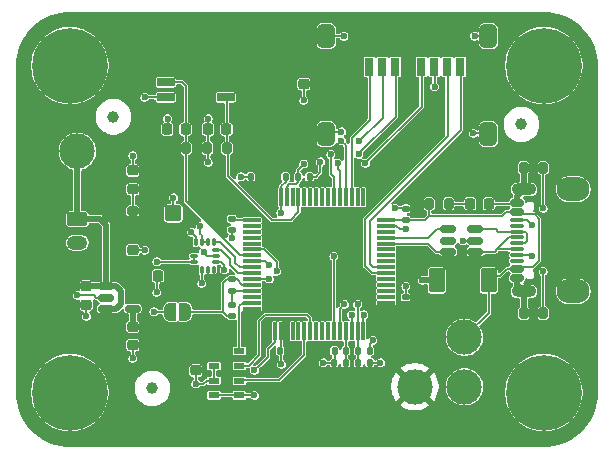
<source format=gbr>
%TF.GenerationSoftware,KiCad,Pcbnew,9.0.1*%
%TF.CreationDate,2025-04-10T15:19:33-04:00*%
%TF.ProjectId,ride-along-module,72696465-2d61-46c6-9f6e-672d6d6f6475,rev?*%
%TF.SameCoordinates,Original*%
%TF.FileFunction,Copper,L1,Top*%
%TF.FilePolarity,Positive*%
%FSLAX46Y46*%
G04 Gerber Fmt 4.6, Leading zero omitted, Abs format (unit mm)*
G04 Created by KiCad (PCBNEW 9.0.1) date 2025-04-10 15:19:33*
%MOMM*%
%LPD*%
G01*
G04 APERTURE LIST*
G04 Aperture macros list*
%AMRoundRect*
0 Rectangle with rounded corners*
0 $1 Rounding radius*
0 $2 $3 $4 $5 $6 $7 $8 $9 X,Y pos of 4 corners*
0 Add a 4 corners polygon primitive as box body*
4,1,4,$2,$3,$4,$5,$6,$7,$8,$9,$2,$3,0*
0 Add four circle primitives for the rounded corners*
1,1,$1+$1,$2,$3*
1,1,$1+$1,$4,$5*
1,1,$1+$1,$6,$7*
1,1,$1+$1,$8,$9*
0 Add four rect primitives between the rounded corners*
20,1,$1+$1,$2,$3,$4,$5,0*
20,1,$1+$1,$4,$5,$6,$7,0*
20,1,$1+$1,$6,$7,$8,$9,0*
20,1,$1+$1,$8,$9,$2,$3,0*%
%AMFreePoly0*
4,1,23,0.500000,-0.750000,0.000000,-0.750000,0.000000,-0.745722,-0.065263,-0.745722,-0.191342,-0.711940,-0.304381,-0.646677,-0.396677,-0.554381,-0.461940,-0.441342,-0.495722,-0.315263,-0.495722,-0.250000,-0.500000,-0.250000,-0.500000,0.250000,-0.495722,0.250000,-0.495722,0.315263,-0.461940,0.441342,-0.396677,0.554381,-0.304381,0.646677,-0.191342,0.711940,-0.065263,0.745722,0.000000,0.745722,
0.000000,0.750000,0.500000,0.750000,0.500000,-0.750000,0.500000,-0.750000,$1*%
%AMFreePoly1*
4,1,23,0.000000,0.745722,0.065263,0.745722,0.191342,0.711940,0.304381,0.646677,0.396677,0.554381,0.461940,0.441342,0.495722,0.315263,0.495722,0.250000,0.500000,0.250000,0.500000,-0.250000,0.495722,-0.250000,0.495722,-0.315263,0.461940,-0.441342,0.396677,-0.554381,0.304381,-0.646677,0.191342,-0.711940,0.065263,-0.745722,0.000000,-0.745722,0.000000,-0.750000,-0.500000,-0.750000,
-0.500000,0.750000,0.000000,0.750000,0.000000,0.745722,0.000000,0.745722,$1*%
G04 Aperture macros list end*
%TA.AperFunction,ComponentPad*%
%ADD10C,0.800000*%
%TD*%
%TA.AperFunction,ComponentPad*%
%ADD11C,6.400000*%
%TD*%
%TA.AperFunction,SMDPad,CuDef*%
%ADD12RoundRect,0.140000X-0.170000X0.140000X-0.170000X-0.140000X0.170000X-0.140000X0.170000X0.140000X0*%
%TD*%
%TA.AperFunction,SMDPad,CuDef*%
%ADD13RoundRect,0.200000X-0.200000X-0.275000X0.200000X-0.275000X0.200000X0.275000X-0.200000X0.275000X0*%
%TD*%
%TA.AperFunction,SMDPad,CuDef*%
%ADD14RoundRect,0.218750X-0.256250X0.218750X-0.256250X-0.218750X0.256250X-0.218750X0.256250X0.218750X0*%
%TD*%
%TA.AperFunction,SMDPad,CuDef*%
%ADD15RoundRect,0.225000X0.250000X-0.225000X0.250000X0.225000X-0.250000X0.225000X-0.250000X-0.225000X0*%
%TD*%
%TA.AperFunction,SMDPad,CuDef*%
%ADD16RoundRect,0.200000X0.200000X0.275000X-0.200000X0.275000X-0.200000X-0.275000X0.200000X-0.275000X0*%
%TD*%
%TA.AperFunction,SMDPad,CuDef*%
%ADD17R,0.950000X0.550000*%
%TD*%
%TA.AperFunction,SMDPad,CuDef*%
%ADD18RoundRect,0.250000X0.450000X0.800000X-0.450000X0.800000X-0.450000X-0.800000X0.450000X-0.800000X0*%
%TD*%
%TA.AperFunction,SMDPad,CuDef*%
%ADD19RoundRect,0.087500X-0.087500X0.225000X-0.087500X-0.225000X0.087500X-0.225000X0.087500X0.225000X0*%
%TD*%
%TA.AperFunction,SMDPad,CuDef*%
%ADD20RoundRect,0.087500X-0.225000X0.087500X-0.225000X-0.087500X0.225000X-0.087500X0.225000X0.087500X0*%
%TD*%
%TA.AperFunction,ComponentPad*%
%ADD21C,3.000000*%
%TD*%
%TA.AperFunction,SMDPad,CuDef*%
%ADD22RoundRect,0.140000X0.140000X0.170000X-0.140000X0.170000X-0.140000X-0.170000X0.140000X-0.170000X0*%
%TD*%
%TA.AperFunction,SMDPad,CuDef*%
%ADD23RoundRect,0.225000X-0.250000X0.225000X-0.250000X-0.225000X0.250000X-0.225000X0.250000X0.225000X0*%
%TD*%
%TA.AperFunction,SMDPad,CuDef*%
%ADD24RoundRect,0.140000X0.170000X-0.140000X0.170000X0.140000X-0.170000X0.140000X-0.170000X-0.140000X0*%
%TD*%
%TA.AperFunction,SMDPad,CuDef*%
%ADD25RoundRect,0.200000X0.275000X-0.200000X0.275000X0.200000X-0.275000X0.200000X-0.275000X-0.200000X0*%
%TD*%
%TA.AperFunction,ComponentPad*%
%ADD26RoundRect,0.250000X-0.625000X0.350000X-0.625000X-0.350000X0.625000X-0.350000X0.625000X0.350000X0*%
%TD*%
%TA.AperFunction,ComponentPad*%
%ADD27O,1.750000X1.200000*%
%TD*%
%TA.AperFunction,SMDPad,CuDef*%
%ADD28C,1.000000*%
%TD*%
%TA.AperFunction,SMDPad,CuDef*%
%ADD29RoundRect,0.150000X0.425000X-0.150000X0.425000X0.150000X-0.425000X0.150000X-0.425000X-0.150000X0*%
%TD*%
%TA.AperFunction,SMDPad,CuDef*%
%ADD30RoundRect,0.075000X0.500000X-0.075000X0.500000X0.075000X-0.500000X0.075000X-0.500000X-0.075000X0*%
%TD*%
%TA.AperFunction,HeatsinkPad*%
%ADD31O,2.100000X1.000000*%
%TD*%
%TA.AperFunction,HeatsinkPad*%
%ADD32O,2.794000X2.032000*%
%TD*%
%TA.AperFunction,SMDPad,CuDef*%
%ADD33RoundRect,0.140000X-0.140000X-0.170000X0.140000X-0.170000X0.140000X0.170000X-0.140000X0.170000X0*%
%TD*%
%TA.AperFunction,SMDPad,CuDef*%
%ADD34RoundRect,0.225000X-0.225000X-0.250000X0.225000X-0.250000X0.225000X0.250000X-0.225000X0.250000X0*%
%TD*%
%TA.AperFunction,SMDPad,CuDef*%
%ADD35R,0.800000X1.500000*%
%TD*%
%TA.AperFunction,SMDPad,CuDef*%
%ADD36RoundRect,0.362500X-0.362500X-0.637500X0.362500X-0.637500X0.362500X0.637500X-0.362500X0.637500X0*%
%TD*%
%TA.AperFunction,SMDPad,CuDef*%
%ADD37RoundRect,0.225000X0.225000X0.250000X-0.225000X0.250000X-0.225000X-0.250000X0.225000X-0.250000X0*%
%TD*%
%TA.AperFunction,SMDPad,CuDef*%
%ADD38RoundRect,0.218750X0.218750X0.256250X-0.218750X0.256250X-0.218750X-0.256250X0.218750X-0.256250X0*%
%TD*%
%TA.AperFunction,SMDPad,CuDef*%
%ADD39RoundRect,0.250000X0.445000X-0.457500X0.445000X0.457500X-0.445000X0.457500X-0.445000X-0.457500X0*%
%TD*%
%TA.AperFunction,SMDPad,CuDef*%
%ADD40RoundRect,0.190000X-0.610000X-0.190000X0.610000X-0.190000X0.610000X0.190000X-0.610000X0.190000X0*%
%TD*%
%TA.AperFunction,SMDPad,CuDef*%
%ADD41RoundRect,0.150000X-0.512500X-0.150000X0.512500X-0.150000X0.512500X0.150000X-0.512500X0.150000X0*%
%TD*%
%TA.AperFunction,SMDPad,CuDef*%
%ADD42RoundRect,0.150000X0.512500X0.150000X-0.512500X0.150000X-0.512500X-0.150000X0.512500X-0.150000X0*%
%TD*%
%TA.AperFunction,SMDPad,CuDef*%
%ADD43FreePoly0,0.000000*%
%TD*%
%TA.AperFunction,SMDPad,CuDef*%
%ADD44FreePoly1,0.000000*%
%TD*%
%TA.AperFunction,SMDPad,CuDef*%
%ADD45RoundRect,0.147500X-0.147500X-0.172500X0.147500X-0.172500X0.147500X0.172500X-0.147500X0.172500X0*%
%TD*%
%TA.AperFunction,SMDPad,CuDef*%
%ADD46RoundRect,0.075000X-0.700000X-0.075000X0.700000X-0.075000X0.700000X0.075000X-0.700000X0.075000X0*%
%TD*%
%TA.AperFunction,SMDPad,CuDef*%
%ADD47RoundRect,0.075000X-0.075000X-0.700000X0.075000X-0.700000X0.075000X0.700000X-0.075000X0.700000X0*%
%TD*%
%TA.AperFunction,ViaPad*%
%ADD48C,0.600000*%
%TD*%
%TA.AperFunction,Conductor*%
%ADD49C,0.200000*%
%TD*%
%TA.AperFunction,Conductor*%
%ADD50C,0.508000*%
%TD*%
%TA.AperFunction,Conductor*%
%ADD51C,0.177800*%
%TD*%
G04 APERTURE END LIST*
D10*
%TO.P,H1,1,1*%
%TO.N,GNDD*%
X158128000Y-84836000D03*
X158830944Y-83138944D03*
X158830944Y-86533056D03*
X160528000Y-82436000D03*
D11*
X160528000Y-84836000D03*
D10*
X160528000Y-87236000D03*
X162225056Y-83138944D03*
X162225056Y-86533056D03*
X162928000Y-84836000D03*
%TD*%
D12*
%TO.P,C8,1*%
%TO.N,/MCU/VDDA*%
X134112000Y-77371000D03*
%TO.P,C8,2*%
%TO.N,GNDA*%
X134112000Y-78331000D03*
%TD*%
D13*
%TO.P,R1,1*%
%TO.N,/MCU/VDDUSB*%
X150813000Y-68834000D03*
%TO.P,R1,2*%
%TO.N,Net-(D1-A)*%
X152463000Y-68834000D03*
%TD*%
%TO.P,R4,1*%
%TO.N,+3.3V*%
X128591000Y-64135000D03*
%TO.P,R4,2*%
%TO.N,/MCU/NRST*%
X130241000Y-64135000D03*
%TD*%
D14*
%TO.P,D3,1,K*%
%TO.N,GNDD*%
X125730000Y-66014500D03*
%TO.P,D3,2,A*%
%TO.N,Net-(D3-A)*%
X125730000Y-67589500D03*
%TD*%
D15*
%TO.P,C18,1*%
%TO.N,+3.3V*%
X125730000Y-74308000D03*
%TO.P,C18,2*%
%TO.N,GNDD*%
X125730000Y-72758000D03*
%TD*%
D10*
%TO.P,H4,1,1*%
%TO.N,GNDD*%
X117996000Y-57150000D03*
X118698944Y-55452944D03*
X118698944Y-58847056D03*
X120396000Y-54750000D03*
D11*
X120396000Y-57150000D03*
D10*
X120396000Y-59550000D03*
X122093056Y-55452944D03*
X122093056Y-58847056D03*
X122796000Y-57150000D03*
%TD*%
D16*
%TO.P,R2,1*%
%TO.N,Net-(J1-CC1)*%
X160464000Y-78105000D03*
%TO.P,R2,2*%
%TO.N,GNDD*%
X158814000Y-78105000D03*
%TD*%
D17*
%TO.P,U4,1,VDD*%
%TO.N,+3.3V*%
X132597000Y-81310000D03*
%TO.P,U4,2,PS*%
%TO.N,GNDD*%
X132597000Y-82560000D03*
%TO.P,U4,3,GND*%
X132597000Y-83810000D03*
%TO.P,U4,4,CSB*%
%TO.N,/IMU Sensors/pres_cs*%
X132597000Y-85060000D03*
%TO.P,U4,5,CSB*%
X134747000Y-85060000D03*
%TO.P,U4,6,SDO*%
%TO.N,/IMU Sensors/pres_miso*%
X134747000Y-83810000D03*
%TO.P,U4,7,SDI/SDA*%
%TO.N,/IMU Sensors/pres_mosi*%
X134747000Y-82560000D03*
%TO.P,U4,8,SCLK*%
%TO.N,/IMU Sensors/pres_sclk*%
X134747000Y-81310000D03*
%TD*%
D12*
%TO.P,C10,1*%
%TO.N,/MCU/VBAT*%
X134112000Y-70104000D03*
%TO.P,C10,2*%
%TO.N,GNDD*%
X134112000Y-71064000D03*
%TD*%
D18*
%TO.P,D2,1,K*%
%TO.N,/MCU/VDDUSB*%
X155870000Y-75311000D03*
%TO.P,D2,2,A*%
%TO.N,GNDD*%
X151470000Y-75311000D03*
%TD*%
D19*
%TO.P,U5,1,SDO/SA0*%
%TO.N,/IMU Sensors/imu_mosi*%
X132564000Y-72097000D03*
%TO.P,U5,2,SDX*%
%TO.N,GNDD*%
X132064000Y-72097000D03*
%TO.P,U5,3,SCX*%
X131564000Y-72097000D03*
%TO.P,U5,4,INT1*%
%TO.N,/IMU Sensors/imu_int1*%
X131064000Y-72097000D03*
D20*
%TO.P,U5,5,VDDIO*%
%TO.N,+3.3V*%
X130901500Y-72759500D03*
%TO.P,U5,6,GND*%
%TO.N,GNDD*%
X130901500Y-73259500D03*
%TO.P,U5,7,GND*%
X130901500Y-73759500D03*
D19*
%TO.P,U5,8,VDD*%
%TO.N,+3.3V*%
X131064000Y-74422000D03*
%TO.P,U5,9,INT2*%
%TO.N,/IMU Sensors/imu_int2*%
X131564000Y-74422000D03*
%TO.P,U5,10,NC*%
%TO.N,unconnected-(U5-NC-Pad10)*%
X132064000Y-74422000D03*
%TO.P,U5,11,NC*%
%TO.N,unconnected-(U5-NC-Pad11)*%
X132564000Y-74422000D03*
D20*
%TO.P,U5,12,CS*%
%TO.N,/IMU Sensors/imu_cs*%
X132726500Y-73759500D03*
%TO.P,U5,13,SCL*%
%TO.N,/IMU Sensors/imu_sclk*%
X132726500Y-73259500D03*
%TO.P,U5,14,SDA*%
%TO.N,/IMU Sensors/imu_miso*%
X132726500Y-72759500D03*
%TD*%
D10*
%TO.P,H3,1,1*%
%TO.N,GNDD*%
X117996000Y-84836000D03*
X118698944Y-83138944D03*
X118698944Y-86533056D03*
X120396000Y-82436000D03*
D11*
X120396000Y-84836000D03*
D10*
X120396000Y-87236000D03*
X122093056Y-83138944D03*
X122093056Y-86533056D03*
X122796000Y-84836000D03*
%TD*%
D21*
%TO.P,TP3,1,1*%
%TO.N,+3.3V*%
X149606000Y-84328000D03*
%TD*%
D22*
%TO.P,C1,1*%
%TO.N,/MCU/VDDSMPS*%
X143761000Y-81277000D03*
%TO.P,C1,2*%
%TO.N,GNDD*%
X142801000Y-81277000D03*
%TD*%
D21*
%TO.P,TP4,1,1*%
%TO.N,/3v7 LiPo to 3v3 Supply/V_BAT*%
X121031000Y-64389000D03*
%TD*%
D16*
%TO.P,R5,1*%
%TO.N,/MCU/BOOT0*%
X133691000Y-64116000D03*
%TO.P,R5,2*%
%TO.N,GNDD*%
X132041000Y-64116000D03*
%TD*%
D10*
%TO.P,H2,1,1*%
%TO.N,GNDD*%
X158128000Y-57150000D03*
X158830944Y-55452944D03*
X158830944Y-58847056D03*
X160528000Y-54750000D03*
D11*
X160528000Y-57150000D03*
D10*
X160528000Y-59550000D03*
X162225056Y-55452944D03*
X162225056Y-58847056D03*
X162928000Y-57150000D03*
%TD*%
D23*
%TO.P,C15,1*%
%TO.N,+3.3V*%
X140208000Y-57137000D03*
%TO.P,C15,2*%
%TO.N,GNDD*%
X140208000Y-58687000D03*
%TD*%
D21*
%TO.P,TP1,1,1*%
%TO.N,/MCU/VDDUSB*%
X153797000Y-80137000D03*
%TD*%
D22*
%TO.P,C6,1*%
%TO.N,+3.3V*%
X136652000Y-66548000D03*
%TO.P,C6,2*%
%TO.N,GNDD*%
X135692000Y-66548000D03*
%TD*%
D24*
%TO.P,C12,1*%
%TO.N,+3.3V*%
X148844000Y-77696000D03*
%TO.P,C12,2*%
%TO.N,GNDD*%
X148844000Y-76736000D03*
%TD*%
D21*
%TO.P,TP2,1,1*%
%TO.N,GNDD*%
X153797000Y-84328000D03*
%TD*%
D25*
%TO.P,R6,1*%
%TO.N,+3.3V*%
X125730000Y-71079500D03*
%TO.P,R6,2*%
%TO.N,Net-(D3-A)*%
X125730000Y-69429500D03*
%TD*%
D26*
%TO.P,BT1,1,+*%
%TO.N,/3v7 LiPo to 3v3 Supply/V_BAT*%
X121031000Y-70120000D03*
D27*
%TO.P,BT1,2,-*%
%TO.N,GNDD*%
X121031000Y-72120000D03*
%TD*%
D28*
%TO.P,FID2,*%
%TO.N,*%
X127381000Y-84455000D03*
%TD*%
D23*
%TO.P,C17,1*%
%TO.N,Net-(U3-BP)*%
X125730000Y-79235000D03*
%TO.P,C17,2*%
%TO.N,GNDD*%
X125730000Y-80785000D03*
%TD*%
D29*
%TO.P,J1,A1,GND*%
%TO.N,GNDD*%
X158255600Y-75132800D03*
%TO.P,J1,A4,VBUS*%
%TO.N,/MCU/VDDUSB*%
X158255600Y-74332800D03*
D30*
%TO.P,J1,A5,CC1*%
%TO.N,Net-(J1-CC1)*%
X158255600Y-73182800D03*
%TO.P,J1,A6,D+*%
%TO.N,Net-(J1-D+-PadA6)*%
X158255600Y-72182800D03*
%TO.P,J1,A7,D-*%
%TO.N,Net-(J1-D--PadA7)*%
X158255600Y-71682800D03*
%TO.P,J1,A8,SBU1*%
%TO.N,unconnected-(J1-SBU1-PadA8)*%
X158255600Y-70682800D03*
D29*
%TO.P,J1,A9,VBUS*%
%TO.N,/MCU/VDDUSB*%
X158255600Y-69532800D03*
%TO.P,J1,A12,GND*%
%TO.N,GNDD*%
X158255600Y-68732800D03*
%TO.P,J1,B1,GND*%
X158255600Y-68732800D03*
%TO.P,J1,B4,VBUS*%
%TO.N,/MCU/VDDUSB*%
X158255600Y-69532800D03*
D30*
%TO.P,J1,B5,CC2*%
%TO.N,Net-(J1-CC2)*%
X158255600Y-70182800D03*
%TO.P,J1,B6,D+*%
%TO.N,Net-(J1-D+-PadA6)*%
X158255600Y-71182800D03*
%TO.P,J1,B7,D-*%
%TO.N,Net-(J1-D--PadA7)*%
X158255600Y-72682800D03*
%TO.P,J1,B8,SBU2*%
%TO.N,unconnected-(J1-SBU2-PadB8)*%
X158255600Y-73682800D03*
D29*
%TO.P,J1,B9,VBUS*%
%TO.N,/MCU/VDDUSB*%
X158255600Y-74332800D03*
%TO.P,J1,B12,GND*%
%TO.N,GNDD*%
X158255600Y-75132800D03*
D31*
%TO.P,J1,S1,SHIELD*%
X158830600Y-76252800D03*
D32*
X163010600Y-76252800D03*
D31*
X158830600Y-67612800D03*
D32*
X163010600Y-67612800D03*
%TD*%
D16*
%TO.P,R3,1*%
%TO.N,Net-(J1-CC2)*%
X160464000Y-65786000D03*
%TO.P,R3,2*%
%TO.N,GNDD*%
X158814000Y-65786000D03*
%TD*%
D24*
%TO.P,C11,1*%
%TO.N,/MCU/VDDA*%
X134137000Y-76197000D03*
%TO.P,C11,2*%
%TO.N,GNDA*%
X134137000Y-75237000D03*
%TD*%
D22*
%TO.P,C5,1*%
%TO.N,/MCU/VDDSMPS*%
X143736000Y-82296000D03*
%TO.P,C5,2*%
%TO.N,GNDD*%
X142776000Y-82296000D03*
%TD*%
D33*
%TO.P,C3,1*%
%TO.N,/MCU/VDD11*%
X139728000Y-66548000D03*
%TO.P,C3,2*%
%TO.N,GNDD*%
X140688000Y-66548000D03*
%TD*%
D34*
%TO.P,C14,1*%
%TO.N,GNDD*%
X132091000Y-62516000D03*
%TO.P,C14,2*%
%TO.N,/MCU/BOOT0*%
X133641000Y-62516000D03*
%TD*%
D22*
%TO.P,C9,1*%
%TO.N,+3.3V*%
X139164000Y-81280000D03*
%TO.P,C9,2*%
%TO.N,GNDD*%
X138204000Y-81280000D03*
%TD*%
D35*
%TO.P,J2,1,DAT2*%
%TO.N,/MCU/SD_DAT2*%
X145757000Y-57240500D03*
%TO.P,J2,2,DAT3/CD*%
%TO.N,/MCU/SD_DAT3*%
X146857000Y-57240500D03*
%TO.P,J2,3,CMD*%
%TO.N,/MCU/SD_CMD*%
X147957000Y-57240500D03*
%TO.P,J2,4,VDD*%
%TO.N,+3.3V*%
X149057000Y-57240500D03*
%TO.P,J2,5,CLK*%
%TO.N,/MCU/SD_CLK*%
X150157000Y-57240500D03*
%TO.P,J2,6,VSS*%
%TO.N,GNDD*%
X151257000Y-57240500D03*
%TO.P,J2,7,DAT0*%
%TO.N,/MCU/SD_DAT0*%
X152357000Y-57240500D03*
%TO.P,J2,8,DAT1*%
%TO.N,/MCU/SD_DAT1*%
X153457000Y-57240500D03*
D36*
%TO.P,J2,9,SHIELD*%
%TO.N,GNDD*%
X142087000Y-54640500D03*
X142087000Y-62940500D03*
X155837000Y-54640500D03*
X155837000Y-62940500D03*
%TD*%
D37*
%TO.P,C21,1*%
%TO.N,+3.3V*%
X129399500Y-74930000D03*
%TO.P,C21,2*%
%TO.N,GNDD*%
X127849500Y-74930000D03*
%TD*%
D23*
%TO.P,C19,1*%
%TO.N,+3.3V*%
X131064000Y-81394000D03*
%TO.P,C19,2*%
%TO.N,GNDD*%
X131064000Y-82944000D03*
%TD*%
D33*
%TO.P,C7,1*%
%TO.N,/MCU/VDD11*%
X144808000Y-81280000D03*
%TO.P,C7,2*%
%TO.N,GNDD*%
X145768000Y-81280000D03*
%TD*%
D38*
%TO.P,D1,1,K*%
%TO.N,GNDD*%
X155854500Y-68834000D03*
%TO.P,D1,2,A*%
%TO.N,Net-(D1-A)*%
X154279500Y-68834000D03*
%TD*%
D39*
%TO.P,C20,1*%
%TO.N,+3.3V*%
X129159000Y-72345500D03*
%TO.P,C20,2*%
%TO.N,GNDD*%
X129159000Y-69640500D03*
%TD*%
D33*
%TO.P,C2,1*%
%TO.N,+3.3V*%
X137696000Y-66548000D03*
%TO.P,C2,2*%
%TO.N,GNDD*%
X138656000Y-66548000D03*
%TD*%
D40*
%TO.P,SW1,1,1*%
%TO.N,/MCU/NRST*%
X128524000Y-58547000D03*
%TO.P,SW1,2,2*%
%TO.N,GNDD*%
X128524000Y-59817000D03*
%TO.P,SW1,3,3*%
%TO.N,/MCU/BOOT0*%
X133604000Y-59817000D03*
%TO.P,SW1,4,4*%
%TO.N,+3.3V*%
X133604000Y-58547000D03*
%TD*%
D23*
%TO.P,C16,1*%
%TO.N,/3v7 LiPo to 3v3 Supply/V_BAT*%
X121793000Y-75819000D03*
%TO.P,C16,2*%
%TO.N,GNDD*%
X121793000Y-77369000D03*
%TD*%
D28*
%TO.P,FID3,*%
%TO.N,*%
X158623000Y-62103000D03*
%TD*%
D41*
%TO.P,U3,1,VIN*%
%TO.N,/3v7 LiPo to 3v3 Supply/V_BAT*%
X123449500Y-75824000D03*
%TO.P,U3,2,GND*%
%TO.N,GNDD*%
X123449500Y-76774000D03*
%TO.P,U3,3,ON/~{OFF}*%
%TO.N,/3v7 LiPo to 3v3 Supply/V_BAT*%
X123449500Y-77724000D03*
%TO.P,U3,4,BP*%
%TO.N,Net-(U3-BP)*%
X125724500Y-77724000D03*
%TO.P,U3,5,VOUT*%
%TO.N,+3.3V*%
X125724500Y-75824000D03*
%TD*%
D34*
%TO.P,C4,1*%
%TO.N,GNDD*%
X128641000Y-62516000D03*
%TO.P,C4,2*%
%TO.N,/MCU/NRST*%
X130191000Y-62516000D03*
%TD*%
D42*
%TO.P,U1,1,I/O1*%
%TO.N,Net-(J1-D--PadA7)*%
X154725800Y-72898000D03*
%TO.P,U1,2,GND*%
%TO.N,GNDD*%
X154725800Y-71948000D03*
%TO.P,U1,3,I/O2*%
%TO.N,Net-(J1-D+-PadA6)*%
X154725800Y-70998000D03*
%TO.P,U1,4,I/O2*%
%TO.N,/MCU/USB_DP*%
X152450800Y-70998000D03*
%TO.P,U1,5,VBUS*%
%TO.N,unconnected-(U1-VBUS-Pad5)*%
X152450800Y-71948000D03*
%TO.P,U1,6,I/O1*%
%TO.N,/MCU/USB_DN*%
X152450800Y-72898000D03*
%TD*%
D43*
%TO.P,JP1,1,A*%
%TO.N,GNDD*%
X128875000Y-77978000D03*
D44*
%TO.P,JP1,2,B*%
%TO.N,GNDA*%
X130175000Y-77978000D03*
%TD*%
D45*
%TO.P,L1,1,1*%
%TO.N,/MCU/VDD11*%
X144826000Y-82296000D03*
%TO.P,L1,2,2*%
%TO.N,Net-(U2-VLXSMPS)*%
X145796000Y-82296000D03*
%TD*%
D46*
%TO.P,U2,1,VBAT*%
%TO.N,/MCU/VBAT*%
X135824000Y-70201000D03*
%TO.P,U2,2,PC13*%
%TO.N,unconnected-(U2-PC13-Pad2)*%
X135824000Y-70701000D03*
%TO.P,U2,3,PC14*%
%TO.N,unconnected-(U2-PC14-Pad3)*%
X135824000Y-71201000D03*
%TO.P,U2,4,PC15*%
%TO.N,unconnected-(U2-PC15-Pad4)*%
X135824000Y-71701000D03*
%TO.P,U2,5,PH0*%
%TO.N,unconnected-(U2-PH0-Pad5)*%
X135824000Y-72201000D03*
%TO.P,U2,6,PH1*%
%TO.N,/IMU Sensors/imu_cs*%
X135824000Y-72701000D03*
%TO.P,U2,7,NRST*%
%TO.N,/MCU/NRST*%
X135824000Y-73201000D03*
%TO.P,U2,8,PC0*%
%TO.N,/IMU Sensors/imu_int1*%
X135824000Y-73701000D03*
%TO.P,U2,9,PC1*%
%TO.N,/IMU Sensors/imu_mosi*%
X135824000Y-74201000D03*
%TO.P,U2,10,PC2*%
%TO.N,/IMU Sensors/imu_miso*%
X135824000Y-74701000D03*
%TO.P,U2,11,PC3*%
%TO.N,/IMU Sensors/imu_int2*%
X135824000Y-75201000D03*
%TO.P,U2,12,VSSA*%
%TO.N,GNDA*%
X135824000Y-75701000D03*
%TO.P,U2,13,VDDA*%
%TO.N,/MCU/VDDA*%
X135824000Y-76201000D03*
%TO.P,U2,14,PA0*%
%TO.N,unconnected-(U2-PA0-Pad14)*%
X135824000Y-76701000D03*
%TO.P,U2,15,PA1*%
%TO.N,/IMU Sensors/pres_sclk*%
X135824000Y-77201000D03*
%TO.P,U2,16,PA2*%
%TO.N,unconnected-(U2-PA2-Pad16)*%
X135824000Y-77701000D03*
D47*
%TO.P,U2,17,PA3*%
%TO.N,/IMU Sensors/pres_cs*%
X137749000Y-79626000D03*
%TO.P,U2,18,VSS*%
%TO.N,GNDD*%
X138249000Y-79626000D03*
%TO.P,U2,19,VDD*%
%TO.N,+3.3V*%
X138749000Y-79626000D03*
%TO.P,U2,20,PA4*%
%TO.N,unconnected-(U2-PA4-Pad20)*%
X139249000Y-79626000D03*
%TO.P,U2,21,PA5*%
%TO.N,unconnected-(U2-PA5-Pad21)*%
X139749000Y-79626000D03*
%TO.P,U2,22,PA6*%
%TO.N,/IMU Sensors/pres_miso*%
X140249000Y-79626000D03*
%TO.P,U2,23,PA7*%
%TO.N,/IMU Sensors/pres_mosi*%
X140749000Y-79626000D03*
%TO.P,U2,24,PB0*%
%TO.N,unconnected-(U2-PB0-Pad24)*%
X141249000Y-79626000D03*
%TO.P,U2,25,PB1*%
%TO.N,unconnected-(U2-PB1-Pad25)*%
X141749000Y-79626000D03*
%TO.P,U2,26,PB2*%
%TO.N,unconnected-(U2-PB2-Pad26)*%
X142249000Y-79626000D03*
%TO.P,U2,27,PB10*%
%TO.N,/IMU Sensors/imu_sclk*%
X142749000Y-79626000D03*
%TO.P,U2,28,VLXSMPS*%
%TO.N,Net-(U2-VLXSMPS)*%
X143249000Y-79626000D03*
%TO.P,U2,29,VDDSMPS*%
%TO.N,/MCU/VDDSMPS*%
X143749000Y-79626000D03*
%TO.P,U2,30,VSSSMPS*%
%TO.N,GNDD*%
X144249000Y-79626000D03*
%TO.P,U2,31,VDD11*%
%TO.N,/MCU/VDD11*%
X144749000Y-79626000D03*
%TO.P,U2,32,VSS*%
%TO.N,GNDD*%
X145249000Y-79626000D03*
D46*
%TO.P,U2,33,VDD*%
%TO.N,+3.3V*%
X147174000Y-77701000D03*
%TO.P,U2,34,PB13*%
%TO.N,unconnected-(U2-PB13-Pad34)*%
X147174000Y-77201000D03*
%TO.P,U2,35,PB14*%
%TO.N,unconnected-(U2-PB14-Pad35)*%
X147174000Y-76701000D03*
%TO.P,U2,36,PB15*%
%TO.N,unconnected-(U2-PB15-Pad36)*%
X147174000Y-76201000D03*
%TO.P,U2,37,PC6*%
%TO.N,unconnected-(U2-PC6-Pad37)*%
X147174000Y-75701000D03*
%TO.P,U2,38,PC7*%
%TO.N,unconnected-(U2-PC7-Pad38)*%
X147174000Y-75201000D03*
%TO.P,U2,39,PC8*%
%TO.N,/MCU/SD_DAT0*%
X147174000Y-74701000D03*
%TO.P,U2,40,PC9*%
%TO.N,/MCU/SD_DAT1*%
X147174000Y-74201000D03*
%TO.P,U2,41,PA8*%
%TO.N,unconnected-(U2-PA8-Pad41)*%
X147174000Y-73701000D03*
%TO.P,U2,42,PA9*%
%TO.N,unconnected-(U2-PA9-Pad42)*%
X147174000Y-73201000D03*
%TO.P,U2,43,PA10*%
%TO.N,unconnected-(U2-PA10-Pad43)*%
X147174000Y-72701000D03*
%TO.P,U2,44,PA11*%
%TO.N,/MCU/USB_DN*%
X147174000Y-72201000D03*
%TO.P,U2,45,PA12*%
%TO.N,/MCU/USB_DP*%
X147174000Y-71701000D03*
%TO.P,U2,46,PA13*%
%TO.N,unconnected-(U2-PA13-Pad46)*%
X147174000Y-71201000D03*
%TO.P,U2,47,VSS*%
%TO.N,GNDD*%
X147174000Y-70701000D03*
%TO.P,U2,48,VDDUSB*%
%TO.N,/MCU/VDDUSB*%
X147174000Y-70201000D03*
D47*
%TO.P,U2,49,PA14*%
%TO.N,unconnected-(U2-PA14-Pad49)*%
X145249000Y-68276000D03*
%TO.P,U2,50,PA15*%
%TO.N,unconnected-(U2-PA15-Pad50)*%
X144749000Y-68276000D03*
%TO.P,U2,51,PC10*%
%TO.N,/MCU/SD_DAT2*%
X144249000Y-68276000D03*
%TO.P,U2,52,PC11*%
%TO.N,/MCU/SD_DAT3*%
X143749000Y-68276000D03*
%TO.P,U2,53,PC12*%
%TO.N,/MCU/SD_CLK*%
X143249000Y-68276000D03*
%TO.P,U2,54,PD2*%
%TO.N,/MCU/SD_CMD*%
X142749000Y-68276000D03*
%TO.P,U2,55,PB3*%
%TO.N,unconnected-(U2-PB3-Pad55)*%
X142249000Y-68276000D03*
%TO.P,U2,56,PB4*%
%TO.N,unconnected-(U2-PB4-Pad56)*%
X141749000Y-68276000D03*
%TO.P,U2,57,PB5*%
%TO.N,unconnected-(U2-PB5-Pad57)*%
X141249000Y-68276000D03*
%TO.P,U2,58,PB6*%
%TO.N,unconnected-(U2-PB6-Pad58)*%
X140749000Y-68276000D03*
%TO.P,U2,59,PB7*%
%TO.N,unconnected-(U2-PB7-Pad59)*%
X140249000Y-68276000D03*
%TO.P,U2,60,PH3*%
%TO.N,/MCU/BOOT0*%
X139749000Y-68276000D03*
%TO.P,U2,61,PB8*%
%TO.N,unconnected-(U2-PB8-Pad61)*%
X139249000Y-68276000D03*
%TO.P,U2,62,VDD11*%
%TO.N,/MCU/VDD11*%
X138749000Y-68276000D03*
%TO.P,U2,63,VSS*%
%TO.N,GNDD*%
X138249000Y-68276000D03*
%TO.P,U2,64,VDD*%
%TO.N,+3.3V*%
X137749000Y-68276000D03*
%TD*%
D28*
%TO.P,FID1,*%
%TO.N,*%
X124079000Y-61468000D03*
%TD*%
D24*
%TO.P,C13,1*%
%TO.N,/MCU/VDDUSB*%
X148844000Y-70203000D03*
%TO.P,C13,2*%
%TO.N,GNDD*%
X148844000Y-69243000D03*
%TD*%
D48*
%TO.N,GNDD*%
X148844000Y-75819000D03*
X151271000Y-58914000D03*
X143606500Y-54640500D03*
X141605000Y-65278000D03*
X143383000Y-62738000D03*
X138249000Y-69596000D03*
X153670000Y-71948000D03*
X127762000Y-76327000D03*
X141859000Y-82296000D03*
X125730000Y-64770000D03*
X146050000Y-80391000D03*
X154559000Y-62865000D03*
X150241000Y-75311000D03*
X148844000Y-70993000D03*
X132116000Y-65316000D03*
X121031000Y-76581000D03*
X140208000Y-60071000D03*
X121793000Y-78359000D03*
X125730000Y-81915000D03*
X126746000Y-59817000D03*
X147955000Y-69215000D03*
X131445000Y-70739000D03*
X134112000Y-71755000D03*
X134874000Y-66548000D03*
X126746000Y-72771000D03*
X154655500Y-54640500D03*
X138303000Y-82423000D03*
X145288000Y-78232000D03*
X129159000Y-68326000D03*
X127508000Y-77978000D03*
X127762000Y-73749180D03*
X128666000Y-61616000D03*
X131064000Y-84074000D03*
X132116000Y-61616000D03*
X144249000Y-78255000D03*
%TO.N,/MCU/VDD11*%
X140208000Y-65468500D03*
X144749000Y-77343000D03*
%TO.N,Net-(J1-CC1)*%
X159516800Y-73215500D03*
X160464000Y-74544700D03*
%TO.N,Net-(J1-CC2)*%
X159516800Y-70612000D03*
X160464000Y-69215000D03*
%TO.N,/MCU/SD_DAT3*%
X144907000Y-63500000D03*
X143383000Y-63500000D03*
%TO.N,/MCU/SD_CLK*%
X145415000Y-65405000D03*
X143094000Y-65405000D03*
%TO.N,/MCU/SD_CMD*%
X142494000Y-64643000D03*
X144849000Y-64643000D03*
%TO.N,Net-(U2-VLXSMPS)*%
X146685000Y-82296000D03*
X143637000Y-77343000D03*
%TO.N,/IMU Sensors/imu_int2*%
X131572000Y-75565000D03*
X137270000Y-75201000D03*
%TO.N,/IMU Sensors/imu_sclk*%
X131712665Y-72906730D03*
X142748000Y-73279000D03*
%TO.N,/IMU Sensors/imu_int1*%
X130683000Y-71247000D03*
X137287000Y-74041000D03*
%TO.N,/IMU Sensors/pres_cs*%
X136017000Y-85060000D03*
X136017000Y-82931000D03*
%TO.N,/IMU Sensors/imu_cs*%
X137922000Y-74549000D03*
X133477000Y-74422000D03*
%TD*%
D49*
%TO.N,/MCU/VDDSMPS*%
X143761000Y-79638000D02*
X143749000Y-79626000D01*
X143736000Y-81302000D02*
X143761000Y-81277000D01*
X143749000Y-79626000D02*
X143749000Y-81265000D01*
X143736000Y-82296000D02*
X143736000Y-81302000D01*
X143749000Y-81265000D02*
X143761000Y-81277000D01*
D50*
%TO.N,GNDD*%
X158255600Y-75677800D02*
X158830600Y-76252800D01*
D49*
X128439000Y-59817000D02*
X126746000Y-59817000D01*
D50*
X158255600Y-68187800D02*
X158830600Y-67612800D01*
D49*
X141605000Y-65278000D02*
X141605000Y-66167000D01*
X141605000Y-66167000D02*
X141224000Y-66548000D01*
X153670000Y-71948000D02*
X153609000Y-71948000D01*
X127762000Y-73749180D02*
X127772320Y-73759500D01*
X141224000Y-66548000D02*
X140688000Y-66548000D01*
X145768000Y-81280000D02*
X145768000Y-80673000D01*
X142801000Y-82271000D02*
X142776000Y-82296000D01*
X148816000Y-69215000D02*
X148844000Y-69243000D01*
X155942000Y-68834000D02*
X158154400Y-68834000D01*
X148844000Y-76736000D02*
X148844000Y-75819000D01*
X127788500Y-74930000D02*
X127788500Y-76300500D01*
X132597000Y-83810000D02*
X131963000Y-83810000D01*
X121793000Y-77549000D02*
X121793000Y-78359000D01*
X135692000Y-66548000D02*
X134874000Y-66548000D01*
X145249000Y-78271000D02*
X145249000Y-79626000D01*
X138249000Y-67364000D02*
X138656000Y-66957000D01*
X147174000Y-70701000D02*
X148044000Y-70701000D01*
X128666000Y-62241500D02*
X128423500Y-62484000D01*
X138249000Y-68276000D02*
X138249000Y-67364000D01*
X145768000Y-80673000D02*
X146050000Y-80391000D01*
X140208000Y-58774500D02*
X140208000Y-60071000D01*
X121031000Y-76581000D02*
X122428000Y-76581000D01*
X130901500Y-73259500D02*
X130901500Y-73759500D01*
D50*
X158830600Y-67612800D02*
X158830600Y-65808900D01*
D49*
X148044000Y-70701000D02*
X148336000Y-70993000D01*
X129159000Y-69809500D02*
X129159000Y-68326000D01*
X134112000Y-71755000D02*
X134112000Y-71219000D01*
X132116000Y-65316000D02*
X132116000Y-61616000D01*
X148336000Y-70993000D02*
X148844000Y-70993000D01*
X125730000Y-72758000D02*
X126733000Y-72758000D01*
X131445000Y-71390000D02*
X131564000Y-71509000D01*
X125730000Y-64770000D02*
X125730000Y-65927000D01*
D50*
X158830600Y-78082100D02*
X158853500Y-78105000D01*
D49*
X132064000Y-72097000D02*
X131564000Y-72097000D01*
X142801000Y-81277000D02*
X142801000Y-82271000D01*
X138249000Y-82369000D02*
X138303000Y-82423000D01*
X131445000Y-70739000D02*
X131445000Y-71390000D01*
X131699000Y-84074000D02*
X131064000Y-84074000D01*
X158154400Y-68834000D02*
X158255600Y-68732800D01*
X131564000Y-71509000D02*
X131564000Y-72097000D01*
X128875000Y-77978000D02*
X127508000Y-77978000D01*
X138249000Y-69596000D02*
X138249000Y-68276000D01*
X143383000Y-62738000D02*
X142289500Y-62738000D01*
X127772320Y-73759500D02*
X130901500Y-73759500D01*
X127788500Y-76300500D02*
X127762000Y-76327000D01*
X138249000Y-79626000D02*
X138249000Y-82369000D01*
X125730000Y-80785000D02*
X125730000Y-81915000D01*
D50*
X158830600Y-65808900D02*
X158853500Y-65786000D01*
D49*
X138656000Y-66957000D02*
X138656000Y-66548000D01*
D50*
X158255600Y-68732800D02*
X158255600Y-68187800D01*
D49*
X122621000Y-76774000D02*
X123449500Y-76774000D01*
X154725800Y-71948000D02*
X153670000Y-71948000D01*
X122428000Y-76581000D02*
X122621000Y-76774000D01*
X131064000Y-83031500D02*
X131064000Y-84074000D01*
D50*
X151470000Y-75311000D02*
X150241000Y-75311000D01*
D49*
X131963000Y-83810000D02*
X131699000Y-84074000D01*
X144249000Y-78255000D02*
X144249000Y-79626000D01*
X138303000Y-82423000D02*
X138303000Y-82296000D01*
X155761500Y-62865000D02*
X155837000Y-62940500D01*
X142776000Y-82296000D02*
X141859000Y-82296000D01*
X126733000Y-72758000D02*
X126746000Y-72771000D01*
X151271000Y-57331000D02*
X151271000Y-58914000D01*
X154559000Y-62865000D02*
X155761500Y-62865000D01*
X155837000Y-54640500D02*
X154655500Y-54640500D01*
X145288000Y-78232000D02*
X145249000Y-78271000D01*
X128666000Y-61616000D02*
X128666000Y-62241500D01*
X142289500Y-62738000D02*
X142087000Y-62940500D01*
X147955000Y-69215000D02*
X148816000Y-69215000D01*
D50*
X158255600Y-75132800D02*
X158255600Y-75677800D01*
X158830600Y-76252800D02*
X158830600Y-78082100D01*
D49*
X142087000Y-54640500D02*
X143606500Y-54640500D01*
X132597000Y-83810000D02*
X132597000Y-82560000D01*
%TO.N,+3.3V*%
X137749000Y-68276000D02*
X137749000Y-66601000D01*
X130088500Y-72430500D02*
X129159000Y-72430500D01*
X144145000Y-55753000D02*
X148717000Y-55753000D01*
X137749000Y-66601000D02*
X137696000Y-66548000D01*
X130417500Y-72759500D02*
X130088500Y-72430500D01*
X148717000Y-55753000D02*
X149071000Y-56107000D01*
X130901500Y-72759500D02*
X130417500Y-72759500D01*
X142854500Y-57043500D02*
X144145000Y-55753000D01*
X140196000Y-57043500D02*
X142854500Y-57043500D01*
X149071000Y-56107000D02*
X149071000Y-57331000D01*
X125724500Y-74313500D02*
X125730000Y-74308000D01*
%TO.N,/MCU/VDD11*%
X139728000Y-67028000D02*
X139728000Y-66548000D01*
X144749000Y-79626000D02*
X144749000Y-81221000D01*
X140208000Y-65468500D02*
X139728000Y-65948500D01*
X144749000Y-81221000D02*
X144808000Y-81280000D01*
X139573000Y-67183000D02*
X139728000Y-67028000D01*
X139728000Y-65948500D02*
X139728000Y-66548000D01*
X144826000Y-82296000D02*
X144826000Y-81298000D01*
X138749000Y-68276000D02*
X138749000Y-67372000D01*
X144808000Y-81280000D02*
X144808000Y-81308000D01*
X138938000Y-67183000D02*
X139573000Y-67183000D01*
X138749000Y-67372000D02*
X138938000Y-67183000D01*
X144826000Y-81298000D02*
X144808000Y-81280000D01*
X144749000Y-77343000D02*
X144749000Y-79626000D01*
%TO.N,/MCU/NRST*%
X129921000Y-58547000D02*
X128439000Y-58547000D01*
X135824000Y-73201000D02*
X134796000Y-73201000D01*
X134796000Y-73201000D02*
X130198500Y-68603500D01*
X130198500Y-68603500D02*
X130198500Y-64008000D01*
X130198500Y-58824500D02*
X129921000Y-58547000D01*
X130198500Y-64008000D02*
X130198500Y-58824500D01*
%TO.N,GNDA*%
X133350000Y-77978000D02*
X133350000Y-75565000D01*
X130302000Y-77978000D02*
X133350000Y-77978000D01*
X133350000Y-75565000D02*
X133678000Y-75237000D01*
X134546000Y-75237000D02*
X134137000Y-75237000D01*
X134112000Y-78331000D02*
X133703000Y-78331000D01*
X135824000Y-75701000D02*
X135010000Y-75701000D01*
X133703000Y-78331000D02*
X133350000Y-77978000D01*
X135010000Y-75701000D02*
X134546000Y-75237000D01*
X133678000Y-75237000D02*
X134137000Y-75237000D01*
%TO.N,/MCU/VDDA*%
X134112000Y-77371000D02*
X134112000Y-76222000D01*
X135824000Y-76201000D02*
X134141000Y-76201000D01*
X134141000Y-76201000D02*
X134137000Y-76197000D01*
X134112000Y-76222000D02*
X134137000Y-76197000D01*
%TO.N,/MCU/VBAT*%
X135824000Y-70201000D02*
X134170000Y-70201000D01*
X134170000Y-70201000D02*
X134112000Y-70259000D01*
D51*
%TO.N,/MCU/VDDUSB*%
X150460000Y-70203000D02*
X148844000Y-70203000D01*
X155870000Y-78064000D02*
X153797000Y-80137000D01*
X150813000Y-69850000D02*
X150813000Y-68834000D01*
X160147000Y-73660000D02*
X159639000Y-74168000D01*
X157289200Y-69532800D02*
X156972000Y-69850000D01*
X158255600Y-74332800D02*
X157442200Y-74332800D01*
X160147000Y-70103999D02*
X160147000Y-73660000D01*
X156972000Y-69850000D02*
X150813000Y-69850000D01*
X150813000Y-68921500D02*
X150725500Y-68834000D01*
X150813000Y-69850000D02*
X150460000Y-70203000D01*
X155870000Y-75311000D02*
X155870000Y-78064000D01*
X159639000Y-74168000D02*
X158255600Y-74168000D01*
X158255600Y-69723000D02*
X159766001Y-69723000D01*
X159766001Y-69723000D02*
X160147000Y-70103999D01*
X158255600Y-69532800D02*
X157289200Y-69532800D01*
X148842000Y-70201000D02*
X148844000Y-70203000D01*
X147174000Y-70201000D02*
X148842000Y-70201000D01*
X156845000Y-74930000D02*
X156251000Y-74930000D01*
X157442200Y-74332800D02*
X156845000Y-74930000D01*
X156251000Y-74930000D02*
X155870000Y-75311000D01*
D49*
%TO.N,/3v7 LiPo to 3v3 Supply/V_BAT*%
X122555000Y-75819000D02*
X121793000Y-75819000D01*
D50*
X124333000Y-77724000D02*
X124714000Y-77343000D01*
X124714000Y-76200000D02*
X124338000Y-75824000D01*
X123449500Y-70617500D02*
X122952000Y-70120000D01*
X123449500Y-75824000D02*
X123449500Y-70617500D01*
X121793000Y-75819000D02*
X121798000Y-75824000D01*
X121031000Y-70120000D02*
X121031000Y-64389000D01*
X121798000Y-75824000D02*
X123449500Y-75824000D01*
X122952000Y-70120000D02*
X121031000Y-70120000D01*
X124338000Y-75824000D02*
X123449500Y-75824000D01*
X124714000Y-77343000D02*
X124714000Y-76200000D01*
X123449500Y-77724000D02*
X124333000Y-77724000D01*
D49*
%TO.N,Net-(J1-D+-PadA6)*%
X156628400Y-71182800D02*
X156443600Y-70998000D01*
X158965200Y-71182800D02*
X158255600Y-71182800D01*
X158255600Y-72182800D02*
X158957200Y-72182800D01*
X158957200Y-72182800D02*
X159131000Y-72009000D01*
X156443600Y-70998000D02*
X154725800Y-70998000D01*
X159131000Y-71348600D02*
X158965200Y-71182800D01*
X159131000Y-72009000D02*
X159131000Y-71348600D01*
X158255600Y-71182800D02*
X156628400Y-71182800D01*
%TO.N,Net-(J1-CC1)*%
X160464000Y-74544700D02*
X160464000Y-77897500D01*
X159288800Y-73182800D02*
X158255600Y-73182800D01*
X160464000Y-77897500D02*
X160655000Y-78088500D01*
%TO.N,Net-(J1-D--PadA7)*%
X154725800Y-72898000D02*
X156362400Y-72898000D01*
X156362400Y-72898000D02*
X156577600Y-72682800D01*
X156577600Y-72682800D02*
X157577600Y-71682800D01*
X157577600Y-71682800D02*
X158255600Y-71682800D01*
X156577600Y-72682800D02*
X158255600Y-72682800D01*
%TO.N,Net-(J1-CC2)*%
X159087600Y-70182800D02*
X158255600Y-70182800D01*
X159516800Y-70612000D02*
X159512000Y-70612000D01*
X159516800Y-70612000D02*
X159087600Y-70182800D01*
X160464000Y-69215000D02*
X160464000Y-65786000D01*
%TO.N,/MCU/SD_DAT2*%
X144249000Y-63269000D02*
X144249000Y-68276000D01*
X145771000Y-57331000D02*
X145771000Y-61747000D01*
X145771000Y-61747000D02*
X144249000Y-63269000D01*
%TO.N,/MCU/SD_DAT3*%
X143749000Y-68276000D02*
X143749000Y-63866000D01*
X146871000Y-57331000D02*
X146871000Y-61536000D01*
X146871000Y-61536000D02*
X144907000Y-63500000D01*
X143749000Y-63866000D02*
X143383000Y-63500000D01*
%TO.N,/MCU/SD_CLK*%
X145415000Y-65405000D02*
X150171000Y-60649000D01*
X143094000Y-65878000D02*
X143249000Y-66033000D01*
X143094000Y-65405000D02*
X143094000Y-65878000D01*
X150171000Y-60649000D02*
X150171000Y-57331000D01*
X143249000Y-66033000D02*
X143249000Y-68276000D01*
%TO.N,/MCU/SD_DAT0*%
X152371000Y-63128076D02*
X152371000Y-57331000D01*
X146015900Y-74701000D02*
X145395000Y-74080100D01*
X147174000Y-74701000D02*
X146015900Y-74701000D01*
X145395000Y-74080100D02*
X145395000Y-70104076D01*
X145395000Y-70104076D02*
X152371000Y-63128076D01*
%TO.N,/MCU/SD_DAT1*%
X145796000Y-73914000D02*
X145796000Y-70270176D01*
X153471000Y-62595176D02*
X153471000Y-57331000D01*
X146083000Y-74201000D02*
X145796000Y-73914000D01*
X147174000Y-74201000D02*
X146083000Y-74201000D01*
X145796000Y-70270176D02*
X153471000Y-62595176D01*
%TO.N,/MCU/SD_CMD*%
X142494000Y-66294000D02*
X142749000Y-66549000D01*
X142749000Y-66549000D02*
X142749000Y-68276000D01*
X144849000Y-64643000D02*
X144849000Y-64574000D01*
X144849000Y-64574000D02*
X147971000Y-61452000D01*
X142494000Y-64643000D02*
X142494000Y-66294000D01*
X147971000Y-61452000D02*
X147971000Y-57331000D01*
%TO.N,Net-(U2-VLXSMPS)*%
X143637000Y-77343000D02*
X143249000Y-77731000D01*
X143249000Y-77731000D02*
X143249000Y-79626000D01*
X145796000Y-82296000D02*
X146685000Y-82296000D01*
%TO.N,/MCU/USB_DP*%
X151448800Y-70998000D02*
X152450800Y-70998000D01*
X150745800Y-71701000D02*
X147174000Y-71701000D01*
X150745800Y-71701000D02*
X151448800Y-70998000D01*
%TO.N,/MCU/USB_DN*%
X150737800Y-72201000D02*
X147174000Y-72201000D01*
X152450800Y-72898000D02*
X151434800Y-72898000D01*
X151434800Y-72898000D02*
X150737800Y-72201000D01*
D50*
%TO.N,Net-(U3-BP)*%
X125730000Y-79235000D02*
X125730000Y-77729500D01*
D49*
X125730000Y-77729500D02*
X125724500Y-77724000D01*
%TO.N,/MCU/BOOT0*%
X133754500Y-64008000D02*
X133689000Y-63942500D01*
X139749000Y-68276000D02*
X139749000Y-69547000D01*
X133689000Y-63942500D02*
X133689000Y-59817000D01*
X139099000Y-70197000D02*
X137507000Y-70197000D01*
X133754500Y-66444500D02*
X133754500Y-64008000D01*
X139749000Y-69547000D02*
X139099000Y-70197000D01*
X137507000Y-70197000D02*
X133754500Y-66444500D01*
%TO.N,/IMU Sensors/pres_mosi*%
X134747000Y-82530000D02*
X135529000Y-82530000D01*
X135529000Y-82530000D02*
X136398000Y-81661000D01*
X140749000Y-78519000D02*
X140749000Y-79626000D01*
X140462000Y-78232000D02*
X140749000Y-78519000D01*
X136398000Y-81661000D02*
X136398000Y-78740000D01*
X136906000Y-78232000D02*
X140462000Y-78232000D01*
X136398000Y-78740000D02*
X136906000Y-78232000D01*
%TO.N,/IMU Sensors/imu_int2*%
X131572000Y-75565000D02*
X131572000Y-74430000D01*
X131572000Y-74430000D02*
X131564000Y-74422000D01*
X135824000Y-75201000D02*
X137270000Y-75201000D01*
%TO.N,Net-(D1-A)*%
X152550500Y-68834000D02*
X154192000Y-68834000D01*
%TO.N,/IMU Sensors/imu_miso*%
X133985000Y-73533000D02*
X133985000Y-74041000D01*
X132726500Y-72759500D02*
X133211500Y-72759500D01*
X133211500Y-72759500D02*
X133985000Y-73533000D01*
X133985000Y-74041000D02*
X134645000Y-74701000D01*
X134645000Y-74701000D02*
X135824000Y-74701000D01*
%TO.N,Net-(D3-A)*%
X125730000Y-69342000D02*
X125730000Y-67677000D01*
%TO.N,/IMU Sensors/pres_miso*%
X134747000Y-83780000D02*
X138089000Y-83780000D01*
X140249000Y-81620000D02*
X140249000Y-79626000D01*
X138089000Y-83780000D02*
X140249000Y-81620000D01*
%TO.N,/IMU Sensors/imu_sclk*%
X142749000Y-79626000D02*
X142749000Y-73280000D01*
X131712665Y-72906730D02*
X131712665Y-72999665D01*
X131712665Y-72999665D02*
X131972500Y-73259500D01*
X131972500Y-73259500D02*
X132726500Y-73259500D01*
%TO.N,/IMU Sensors/pres_sclk*%
X135016000Y-77201000D02*
X134723000Y-77494000D01*
X134723000Y-77494000D02*
X134723000Y-81177000D01*
X135824000Y-77201000D02*
X135016000Y-77201000D01*
X134723000Y-81177000D02*
X134620000Y-81280000D01*
%TO.N,/IMU Sensors/imu_int1*%
X136947000Y-73701000D02*
X135824000Y-73701000D01*
X131064000Y-71628000D02*
X130937000Y-71501000D01*
X130937000Y-71501000D02*
X130683000Y-71247000D01*
X131064000Y-72097000D02*
X131064000Y-71628000D01*
X137287000Y-74041000D02*
X136947000Y-73701000D01*
%TO.N,/IMU Sensors/pres_cs*%
X137749000Y-79626000D02*
X137749000Y-80552980D01*
X134747000Y-85030000D02*
X132597000Y-85030000D01*
X134747000Y-85060000D02*
X136017000Y-85060000D01*
X137183200Y-81764800D02*
X136398000Y-82550000D01*
X137598990Y-80702990D02*
X137183200Y-81118780D01*
X137749000Y-80552980D02*
X137598990Y-80702990D01*
X136398000Y-82550000D02*
X136017000Y-82931000D01*
X137183200Y-81118780D02*
X137183200Y-81764800D01*
%TO.N,/IMU Sensors/imu_mosi*%
X134780000Y-74201000D02*
X134386000Y-73807000D01*
X134386000Y-73807000D02*
X134386000Y-73366900D01*
X134386000Y-73366900D02*
X133116100Y-72097000D01*
X133116100Y-72097000D02*
X132564000Y-72097000D01*
X135824000Y-74201000D02*
X134780000Y-74201000D01*
%TO.N,/IMU Sensors/imu_cs*%
X133477000Y-74422000D02*
X133477000Y-74041000D01*
X137922000Y-74549000D02*
X137922000Y-73787000D01*
X136836000Y-72701000D02*
X135824000Y-72701000D01*
X133195500Y-73759500D02*
X132726500Y-73759500D01*
X133477000Y-74041000D02*
X133195500Y-73759500D01*
X137922000Y-73787000D02*
X136836000Y-72701000D01*
%TD*%
%TA.AperFunction,Conductor*%
%TO.N,+3.3V*%
G36*
X160530702Y-52570616D02*
G01*
X160543819Y-52571188D01*
X160921742Y-52587688D01*
X160932477Y-52588628D01*
X161317859Y-52639364D01*
X161328493Y-52641239D01*
X161707985Y-52725371D01*
X161718425Y-52728169D01*
X162089119Y-52845048D01*
X162099280Y-52848746D01*
X162458384Y-52997492D01*
X162468180Y-53002060D01*
X162812966Y-53181544D01*
X162822306Y-53186937D01*
X163092434Y-53359028D01*
X163150123Y-53395780D01*
X163158984Y-53401984D01*
X163467354Y-53638604D01*
X163475641Y-53645558D01*
X163762205Y-53908145D01*
X163769854Y-53915794D01*
X164032441Y-54202358D01*
X164039395Y-54210645D01*
X164276015Y-54519015D01*
X164282219Y-54527876D01*
X164479080Y-54836885D01*
X164491054Y-54855679D01*
X164496459Y-54865041D01*
X164562305Y-54991529D01*
X164675936Y-55209813D01*
X164680508Y-55219617D01*
X164829252Y-55578717D01*
X164832952Y-55588883D01*
X164949829Y-55959570D01*
X164952629Y-55970018D01*
X165036758Y-56349498D01*
X165038636Y-56360151D01*
X165089369Y-56745499D01*
X165090312Y-56756276D01*
X165107384Y-57147297D01*
X165107502Y-57152706D01*
X165107502Y-84833293D01*
X165107384Y-84838702D01*
X165090312Y-85229723D01*
X165089369Y-85240500D01*
X165038636Y-85625848D01*
X165036758Y-85636501D01*
X164952629Y-86015981D01*
X164949829Y-86026429D01*
X164832952Y-86397116D01*
X164829252Y-86407282D01*
X164680508Y-86766382D01*
X164675936Y-86776186D01*
X164496463Y-87120952D01*
X164491054Y-87130320D01*
X164282219Y-87458123D01*
X164276015Y-87466984D01*
X164039395Y-87775354D01*
X164032441Y-87783641D01*
X163769854Y-88070205D01*
X163762205Y-88077854D01*
X163475641Y-88340441D01*
X163467354Y-88347395D01*
X163158984Y-88584015D01*
X163150123Y-88590219D01*
X162822320Y-88799054D01*
X162812952Y-88804463D01*
X162468186Y-88983936D01*
X162458382Y-88988508D01*
X162099282Y-89137252D01*
X162089116Y-89140952D01*
X161718429Y-89257829D01*
X161707981Y-89260629D01*
X161328501Y-89344758D01*
X161317848Y-89346636D01*
X160932500Y-89397369D01*
X160921723Y-89398312D01*
X160530703Y-89415384D01*
X160525294Y-89415502D01*
X120398708Y-89415502D01*
X120393299Y-89415384D01*
X120002278Y-89398312D01*
X119991502Y-89397369D01*
X119606151Y-89346636D01*
X119595498Y-89344758D01*
X119216022Y-89260631D01*
X119205572Y-89257831D01*
X118834883Y-89140953D01*
X118824718Y-89137253D01*
X118465618Y-88988509D01*
X118455814Y-88983937D01*
X118111057Y-88804468D01*
X118101689Y-88799060D01*
X117773868Y-88590215D01*
X117765007Y-88584010D01*
X117456646Y-88347396D01*
X117448359Y-88340442D01*
X117161795Y-88077855D01*
X117154146Y-88070206D01*
X116891558Y-87783642D01*
X116884604Y-87775355D01*
X116647984Y-87466985D01*
X116641780Y-87458124D01*
X116627654Y-87435951D01*
X116432937Y-87130307D01*
X116427544Y-87120967D01*
X116248060Y-86776181D01*
X116243491Y-86766383D01*
X116142512Y-86522598D01*
X116094742Y-86407271D01*
X116091053Y-86397136D01*
X115974166Y-86026417D01*
X115971369Y-86015978D01*
X115966607Y-85994499D01*
X115887240Y-85636497D01*
X115885363Y-85625848D01*
X115834628Y-85240477D01*
X115833688Y-85229742D01*
X115816618Y-84838746D01*
X115816500Y-84833338D01*
X115816500Y-84675026D01*
X117119300Y-84675026D01*
X117119300Y-84996974D01*
X117128896Y-85094405D01*
X117150855Y-85317371D01*
X117213663Y-85633127D01*
X117307122Y-85941219D01*
X117430327Y-86238661D01*
X117430329Y-86238666D01*
X117582084Y-86522580D01*
X117582095Y-86522598D01*
X117760950Y-86790273D01*
X117760960Y-86790287D01*
X117965201Y-87039156D01*
X118192843Y-87266798D01*
X118192848Y-87266802D01*
X118192849Y-87266803D01*
X118441718Y-87471044D01*
X118709408Y-87649909D01*
X118709417Y-87649914D01*
X118709419Y-87649915D01*
X118993333Y-87801670D01*
X118993335Y-87801670D01*
X118993341Y-87801674D01*
X119290782Y-87924878D01*
X119598867Y-88018335D01*
X119914628Y-88081144D01*
X120235026Y-88112700D01*
X120235029Y-88112700D01*
X120556971Y-88112700D01*
X120556974Y-88112700D01*
X120877372Y-88081144D01*
X121193133Y-88018335D01*
X121501218Y-87924878D01*
X121798659Y-87801674D01*
X122082592Y-87649909D01*
X122350282Y-87471044D01*
X122599151Y-87266803D01*
X122826803Y-87039151D01*
X123031044Y-86790282D01*
X123209909Y-86522592D01*
X123361674Y-86238659D01*
X123484878Y-85941218D01*
X123578335Y-85633133D01*
X123641144Y-85317372D01*
X123672700Y-84996974D01*
X123672700Y-84675026D01*
X123641144Y-84354628D01*
X123637618Y-84336902D01*
X125880500Y-84336902D01*
X125880500Y-84573097D01*
X125917446Y-84806368D01*
X125990433Y-85030996D01*
X126083919Y-85214471D01*
X126097657Y-85241433D01*
X126236483Y-85432510D01*
X126403490Y-85599517D01*
X126594567Y-85738343D01*
X126616425Y-85749480D01*
X126805003Y-85845566D01*
X126805005Y-85845566D01*
X126805008Y-85845568D01*
X126925412Y-85884689D01*
X127029631Y-85918553D01*
X127262903Y-85955500D01*
X127262908Y-85955500D01*
X127499097Y-85955500D01*
X127732368Y-85918553D01*
X127775003Y-85904700D01*
X127956992Y-85845568D01*
X128167433Y-85738343D01*
X128358510Y-85599517D01*
X128525517Y-85432510D01*
X128664343Y-85241433D01*
X128771568Y-85030992D01*
X128844553Y-84806368D01*
X128849135Y-84777439D01*
X132045300Y-84777439D01*
X132045300Y-85342560D01*
X132049748Y-85364922D01*
X132049751Y-85364929D01*
X132066701Y-85390298D01*
X132092070Y-85407248D01*
X132092073Y-85407250D01*
X132092076Y-85407250D01*
X132092077Y-85407251D01*
X132114439Y-85411699D01*
X132114442Y-85411700D01*
X132114444Y-85411700D01*
X133079558Y-85411700D01*
X133079559Y-85411699D01*
X133101927Y-85407250D01*
X133127298Y-85390298D01*
X133144250Y-85364927D01*
X133148700Y-85342556D01*
X133148700Y-85330700D01*
X133168385Y-85263661D01*
X133221189Y-85217906D01*
X133272700Y-85206700D01*
X134071300Y-85206700D01*
X134138339Y-85226385D01*
X134184094Y-85279189D01*
X134195300Y-85330700D01*
X134195300Y-85342560D01*
X134199748Y-85364922D01*
X134199751Y-85364929D01*
X134216701Y-85390298D01*
X134242070Y-85407248D01*
X134242073Y-85407250D01*
X134242076Y-85407250D01*
X134242077Y-85407251D01*
X134264439Y-85411699D01*
X134264442Y-85411700D01*
X134264444Y-85411700D01*
X135229558Y-85411700D01*
X135229559Y-85411699D01*
X135251927Y-85407250D01*
X135277298Y-85390298D01*
X135294250Y-85364927D01*
X135296195Y-85355151D01*
X135299889Y-85336582D01*
X135301576Y-85336917D01*
X135312120Y-85313829D01*
X135324073Y-85284009D01*
X135326541Y-85282252D01*
X135327800Y-85279497D01*
X135354826Y-85262128D01*
X135381003Y-85243504D01*
X135384798Y-85242866D01*
X135386578Y-85241723D01*
X135421513Y-85236700D01*
X135612519Y-85236700D01*
X135679558Y-85256385D01*
X135710894Y-85285212D01*
X135715563Y-85291297D01*
X135715565Y-85291300D01*
X135785700Y-85361435D01*
X135860088Y-85404383D01*
X135865053Y-85407250D01*
X135871599Y-85411029D01*
X135967406Y-85436700D01*
X135967408Y-85436700D01*
X136066592Y-85436700D01*
X136066594Y-85436700D01*
X136162401Y-85411029D01*
X136248300Y-85361435D01*
X136318435Y-85291300D01*
X136368029Y-85205401D01*
X136393700Y-85109594D01*
X136393700Y-85010406D01*
X136368029Y-84914599D01*
X136318435Y-84828700D01*
X136248300Y-84758565D01*
X136198306Y-84729701D01*
X136162402Y-84708971D01*
X136114497Y-84696135D01*
X136066594Y-84683300D01*
X135967406Y-84683300D01*
X135871597Y-84708971D01*
X135785700Y-84758565D01*
X135785697Y-84758567D01*
X135715567Y-84828697D01*
X135710894Y-84834788D01*
X135707815Y-84837035D01*
X135706232Y-84840503D01*
X135679820Y-84857476D01*
X135654465Y-84875990D01*
X135649728Y-84876815D01*
X135647454Y-84878277D01*
X135612519Y-84883300D01*
X135421513Y-84883300D01*
X135354474Y-84863615D01*
X135308719Y-84810811D01*
X135301297Y-84783137D01*
X135299889Y-84783418D01*
X135294251Y-84755077D01*
X135294250Y-84755076D01*
X135294250Y-84755073D01*
X135292165Y-84751952D01*
X135277298Y-84729701D01*
X135251929Y-84712751D01*
X135251922Y-84712748D01*
X135229559Y-84708300D01*
X135229556Y-84708300D01*
X134264444Y-84708300D01*
X134264441Y-84708300D01*
X134242077Y-84712748D01*
X134242070Y-84712751D01*
X134216701Y-84729701D01*
X134199751Y-84755070D01*
X134195076Y-84766357D01*
X134193644Y-84765764D01*
X134167680Y-84815401D01*
X134106965Y-84849976D01*
X134078447Y-84853300D01*
X133265553Y-84853300D01*
X133198514Y-84833615D01*
X133152759Y-84780811D01*
X133145141Y-84757225D01*
X133144250Y-84755076D01*
X133144250Y-84755073D01*
X133142165Y-84751952D01*
X133127298Y-84729701D01*
X133101929Y-84712751D01*
X133101922Y-84712748D01*
X133079559Y-84708300D01*
X133079556Y-84708300D01*
X132114444Y-84708300D01*
X132114441Y-84708300D01*
X132092077Y-84712748D01*
X132092070Y-84712751D01*
X132066701Y-84729701D01*
X132049751Y-84755070D01*
X132049748Y-84755077D01*
X132045300Y-84777439D01*
X128849135Y-84777439D01*
X128852124Y-84758567D01*
X128853172Y-84751953D01*
X128853172Y-84751952D01*
X128881500Y-84573097D01*
X128881500Y-84336902D01*
X128844553Y-84103631D01*
X128797625Y-83959204D01*
X128771568Y-83879008D01*
X128771566Y-83879005D01*
X128771566Y-83879003D01*
X128701270Y-83741041D01*
X128664343Y-83668567D01*
X128525517Y-83477490D01*
X128358510Y-83310483D01*
X128167433Y-83171657D01*
X128149067Y-83162299D01*
X127956996Y-83064433D01*
X127732368Y-82991446D01*
X127499097Y-82954500D01*
X127499092Y-82954500D01*
X127262908Y-82954500D01*
X127262903Y-82954500D01*
X127029631Y-82991446D01*
X126805003Y-83064433D01*
X126594566Y-83171657D01*
X126501502Y-83239273D01*
X126403490Y-83310483D01*
X126403488Y-83310485D01*
X126403487Y-83310485D01*
X126236485Y-83477487D01*
X126236485Y-83477488D01*
X126236483Y-83477490D01*
X126200189Y-83527444D01*
X126097657Y-83668566D01*
X125990433Y-83879003D01*
X125917446Y-84103631D01*
X125880500Y-84336902D01*
X123637618Y-84336902D01*
X123578335Y-84038867D01*
X123484878Y-83730782D01*
X123361674Y-83433341D01*
X123355725Y-83422212D01*
X123209915Y-83149419D01*
X123209914Y-83149417D01*
X123209909Y-83149408D01*
X123031044Y-82881718D01*
X122860538Y-82673955D01*
X130512300Y-82673955D01*
X130512300Y-83214035D01*
X130512302Y-83214058D01*
X130515226Y-83239268D01*
X130515227Y-83239271D01*
X130560786Y-83342454D01*
X130560787Y-83342455D01*
X130640545Y-83422213D01*
X130743729Y-83467773D01*
X130768957Y-83470700D01*
X130770446Y-83470786D01*
X130770805Y-83470914D01*
X130772516Y-83471113D01*
X130772470Y-83471509D01*
X130775565Y-83472615D01*
X130780947Y-83471842D01*
X130808115Y-83484249D01*
X130836239Y-83494301D01*
X130839556Y-83498608D01*
X130844503Y-83500867D01*
X130860652Y-83525996D01*
X130878875Y-83549654D01*
X130880118Y-83556286D01*
X130882277Y-83559645D01*
X130887300Y-83594580D01*
X130887300Y-83669518D01*
X130867615Y-83736557D01*
X130838789Y-83767892D01*
X130832702Y-83772562D01*
X130762565Y-83842700D01*
X130712971Y-83928597D01*
X130697403Y-83986700D01*
X130687300Y-84024406D01*
X130687300Y-84123594D01*
X130690604Y-84135925D01*
X130712971Y-84219402D01*
X130735262Y-84258010D01*
X130762565Y-84305300D01*
X130832700Y-84375435D01*
X130918599Y-84425029D01*
X131014406Y-84450700D01*
X131014408Y-84450700D01*
X131113592Y-84450700D01*
X131113594Y-84450700D01*
X131209401Y-84425029D01*
X131295300Y-84375435D01*
X131365435Y-84305300D01*
X131365439Y-84305292D01*
X131370106Y-84299212D01*
X131426535Y-84258010D01*
X131468481Y-84250700D01*
X131734146Y-84250700D01*
X131734147Y-84250700D01*
X131734148Y-84250700D01*
X131799093Y-84223799D01*
X131825987Y-84196905D01*
X147606000Y-84196905D01*
X147606000Y-84459094D01*
X147640220Y-84719009D01*
X147640222Y-84719020D01*
X147708075Y-84972255D01*
X147808404Y-85214471D01*
X147808409Y-85214482D01*
X147939488Y-85441516D01*
X147939494Y-85441524D01*
X148026080Y-85554365D01*
X148890152Y-84690292D01*
X148897049Y-84706942D01*
X148984599Y-84837970D01*
X149096030Y-84949401D01*
X149227058Y-85036951D01*
X149243705Y-85043846D01*
X148379633Y-85907917D01*
X148379633Y-85907918D01*
X148492475Y-85994505D01*
X148492483Y-85994511D01*
X148719517Y-86125590D01*
X148719528Y-86125595D01*
X148961744Y-86225924D01*
X149214979Y-86293777D01*
X149214990Y-86293779D01*
X149474905Y-86327999D01*
X149474920Y-86328000D01*
X149737080Y-86328000D01*
X149737094Y-86327999D01*
X149997009Y-86293779D01*
X149997020Y-86293777D01*
X150250255Y-86225924D01*
X150492471Y-86125595D01*
X150492482Y-86125590D01*
X150719516Y-85994511D01*
X150719534Y-85994499D01*
X150832365Y-85907919D01*
X150832365Y-85907917D01*
X149968294Y-85043846D01*
X149984942Y-85036951D01*
X150115970Y-84949401D01*
X150227401Y-84837970D01*
X150314951Y-84706942D01*
X150321846Y-84690294D01*
X151185917Y-85554365D01*
X151185919Y-85554365D01*
X151272499Y-85441534D01*
X151272511Y-85441516D01*
X151403590Y-85214482D01*
X151403595Y-85214471D01*
X151503924Y-84972255D01*
X151571777Y-84719020D01*
X151571779Y-84719009D01*
X151605999Y-84459094D01*
X151606000Y-84459080D01*
X151606000Y-84203911D01*
X152220300Y-84203911D01*
X152220300Y-84452089D01*
X152237606Y-84561351D01*
X152259124Y-84697212D01*
X152335813Y-84933240D01*
X152419385Y-85097257D01*
X152448486Y-85154371D01*
X152594361Y-85355151D01*
X152769849Y-85530639D01*
X152970629Y-85676514D01*
X153091973Y-85738342D01*
X153191759Y-85789186D01*
X153309773Y-85827530D01*
X153427789Y-85865876D01*
X153672911Y-85904700D01*
X153672912Y-85904700D01*
X153921088Y-85904700D01*
X153921089Y-85904700D01*
X154166211Y-85865876D01*
X154402243Y-85789185D01*
X154623371Y-85676514D01*
X154824151Y-85530639D01*
X154999639Y-85355151D01*
X155145514Y-85154371D01*
X155258185Y-84933243D01*
X155308809Y-84777439D01*
X155334876Y-84697211D01*
X155338390Y-84675026D01*
X157251300Y-84675026D01*
X157251300Y-84996974D01*
X157260896Y-85094405D01*
X157282855Y-85317371D01*
X157345663Y-85633127D01*
X157439122Y-85941219D01*
X157562327Y-86238661D01*
X157562329Y-86238666D01*
X157714084Y-86522580D01*
X157714095Y-86522598D01*
X157892950Y-86790273D01*
X157892960Y-86790287D01*
X158097201Y-87039156D01*
X158324843Y-87266798D01*
X158324848Y-87266802D01*
X158324849Y-87266803D01*
X158573718Y-87471044D01*
X158841408Y-87649909D01*
X158841417Y-87649914D01*
X158841419Y-87649915D01*
X159125333Y-87801670D01*
X159125335Y-87801670D01*
X159125341Y-87801674D01*
X159422782Y-87924878D01*
X159730867Y-88018335D01*
X160046628Y-88081144D01*
X160367026Y-88112700D01*
X160367029Y-88112700D01*
X160688971Y-88112700D01*
X160688974Y-88112700D01*
X161009372Y-88081144D01*
X161325133Y-88018335D01*
X161633218Y-87924878D01*
X161930659Y-87801674D01*
X162214592Y-87649909D01*
X162482282Y-87471044D01*
X162731151Y-87266803D01*
X162958803Y-87039151D01*
X163163044Y-86790282D01*
X163341909Y-86522592D01*
X163493674Y-86238659D01*
X163616878Y-85941218D01*
X163710335Y-85633133D01*
X163773144Y-85317372D01*
X163804700Y-84996974D01*
X163804700Y-84675026D01*
X163773144Y-84354628D01*
X163710335Y-84038867D01*
X163616878Y-83730782D01*
X163493674Y-83433341D01*
X163487725Y-83422212D01*
X163341915Y-83149419D01*
X163341914Y-83149417D01*
X163341909Y-83149408D01*
X163163044Y-82881718D01*
X162958803Y-82632849D01*
X162958802Y-82632848D01*
X162958798Y-82632843D01*
X162731156Y-82405201D01*
X162482287Y-82200960D01*
X162482286Y-82200959D01*
X162482282Y-82200956D01*
X162214592Y-82022091D01*
X162214587Y-82022088D01*
X162214580Y-82022084D01*
X161930666Y-81870329D01*
X161930661Y-81870327D01*
X161926559Y-81868628D01*
X161786948Y-81810799D01*
X161633219Y-81747122D01*
X161325127Y-81653663D01*
X161009370Y-81590855D01*
X161009371Y-81590855D01*
X160768060Y-81567089D01*
X160688974Y-81559300D01*
X160367026Y-81559300D01*
X160293952Y-81566497D01*
X160046628Y-81590855D01*
X159730872Y-81653663D01*
X159422780Y-81747122D01*
X159125338Y-81870327D01*
X159125333Y-81870329D01*
X158841419Y-82022084D01*
X158841401Y-82022095D01*
X158573726Y-82200950D01*
X158573712Y-82200960D01*
X158324843Y-82405201D01*
X158097201Y-82632843D01*
X157892960Y-82881712D01*
X157892950Y-82881726D01*
X157714095Y-83149401D01*
X157714084Y-83149419D01*
X157562329Y-83433333D01*
X157562327Y-83433338D01*
X157439122Y-83730780D01*
X157345663Y-84038872D01*
X157282855Y-84354628D01*
X157272567Y-84459094D01*
X157251300Y-84675026D01*
X155338390Y-84675026D01*
X155341944Y-84652585D01*
X155341944Y-84652584D01*
X155354534Y-84573097D01*
X155373700Y-84452089D01*
X155373700Y-84203911D01*
X155334876Y-83958789D01*
X155262669Y-83736557D01*
X155258186Y-83722759D01*
X155211390Y-83630918D01*
X155145514Y-83501629D01*
X154999639Y-83300849D01*
X154824151Y-83125361D01*
X154623371Y-82979486D01*
X154602126Y-82968661D01*
X154402240Y-82866813D01*
X154166212Y-82790124D01*
X153999132Y-82763661D01*
X153921089Y-82751300D01*
X153672911Y-82751300D01*
X153594868Y-82763661D01*
X153427787Y-82790124D01*
X153191759Y-82866813D01*
X152970628Y-82979486D01*
X152769846Y-83125363D01*
X152594363Y-83300846D01*
X152448486Y-83501628D01*
X152335813Y-83722759D01*
X152259124Y-83958787D01*
X152233021Y-84123593D01*
X152220300Y-84203911D01*
X151606000Y-84203911D01*
X151606000Y-84196919D01*
X151605999Y-84196905D01*
X151571779Y-83936990D01*
X151571777Y-83936979D01*
X151503924Y-83683744D01*
X151403595Y-83441528D01*
X151403590Y-83441517D01*
X151272511Y-83214483D01*
X151272505Y-83214475D01*
X151185918Y-83101633D01*
X151185917Y-83101633D01*
X150321846Y-83965704D01*
X150314951Y-83949058D01*
X150227401Y-83818030D01*
X150115970Y-83706599D01*
X149984942Y-83619049D01*
X149968292Y-83612152D01*
X150832365Y-82748080D01*
X150719524Y-82661494D01*
X150719516Y-82661488D01*
X150492482Y-82530409D01*
X150492471Y-82530404D01*
X150250255Y-82430075D01*
X149997020Y-82362222D01*
X149997009Y-82362220D01*
X149737094Y-82328000D01*
X149474905Y-82328000D01*
X149214990Y-82362220D01*
X149214979Y-82362222D01*
X148961744Y-82430075D01*
X148719528Y-82530404D01*
X148719517Y-82530409D01*
X148492471Y-82661496D01*
X148379633Y-82748079D01*
X148379633Y-82748080D01*
X149243706Y-83612153D01*
X149227058Y-83619049D01*
X149096030Y-83706599D01*
X148984599Y-83818030D01*
X148897049Y-83949058D01*
X148890153Y-83965706D01*
X148026080Y-83101633D01*
X148026079Y-83101633D01*
X147939496Y-83214471D01*
X147808409Y-83441517D01*
X147808404Y-83441528D01*
X147708075Y-83683744D01*
X147640222Y-83936979D01*
X147640220Y-83936990D01*
X147606000Y-84196905D01*
X131825987Y-84196905D01*
X131848799Y-84174093D01*
X131848799Y-84174092D01*
X131866233Y-84156658D01*
X131866242Y-84156648D01*
X131886968Y-84135923D01*
X131948292Y-84102439D01*
X132017983Y-84107425D01*
X132062328Y-84135925D01*
X132066701Y-84140298D01*
X132091172Y-84156648D01*
X132092073Y-84157250D01*
X132092076Y-84157250D01*
X132092077Y-84157251D01*
X132114439Y-84161699D01*
X132114442Y-84161700D01*
X132114444Y-84161700D01*
X133079558Y-84161700D01*
X133079559Y-84161699D01*
X133101927Y-84157250D01*
X133127298Y-84140298D01*
X133144250Y-84114927D01*
X133148700Y-84092556D01*
X133148700Y-83527444D01*
X133148700Y-83527441D01*
X133148699Y-83527439D01*
X133144251Y-83505077D01*
X133144250Y-83505076D01*
X133144250Y-83505073D01*
X133137053Y-83494301D01*
X133127298Y-83479701D01*
X133101929Y-83462751D01*
X133101922Y-83462748D01*
X133079559Y-83458300D01*
X133079556Y-83458300D01*
X132897700Y-83458300D01*
X132830661Y-83438615D01*
X132784906Y-83385811D01*
X132773700Y-83334300D01*
X132773700Y-83035700D01*
X132793385Y-82968661D01*
X132846189Y-82922906D01*
X132897700Y-82911700D01*
X133079558Y-82911700D01*
X133079559Y-82911699D01*
X133101927Y-82907250D01*
X133127298Y-82890298D01*
X133144250Y-82864927D01*
X133148700Y-82842556D01*
X133148700Y-82277444D01*
X133148700Y-82277441D01*
X133148699Y-82277439D01*
X134195300Y-82277439D01*
X134195300Y-82842560D01*
X134199748Y-82864922D01*
X134199751Y-82864929D01*
X134216701Y-82890298D01*
X134242070Y-82907248D01*
X134242073Y-82907250D01*
X134242076Y-82907250D01*
X134242077Y-82907251D01*
X134264439Y-82911699D01*
X134264442Y-82911700D01*
X134264444Y-82911700D01*
X135229558Y-82911700D01*
X135229559Y-82911699D01*
X135251927Y-82907250D01*
X135277298Y-82890298D01*
X135294250Y-82864927D01*
X135298700Y-82842556D01*
X135298700Y-82830700D01*
X135301250Y-82822014D01*
X135299962Y-82813053D01*
X135310940Y-82789012D01*
X135318385Y-82763661D01*
X135325225Y-82757733D01*
X135328987Y-82749497D01*
X135351221Y-82735207D01*
X135371189Y-82717906D01*
X135381703Y-82715618D01*
X135387765Y-82711723D01*
X135422700Y-82706700D01*
X135525513Y-82706700D01*
X135592552Y-82726385D01*
X135638307Y-82779189D01*
X135648251Y-82848347D01*
X135645292Y-82862774D01*
X135640300Y-82881406D01*
X135640300Y-82980594D01*
X135643208Y-82991446D01*
X135665971Y-83076402D01*
X135680539Y-83101633D01*
X135715565Y-83162300D01*
X135785700Y-83232435D01*
X135871599Y-83282029D01*
X135967406Y-83307700D01*
X135967408Y-83307700D01*
X136066592Y-83307700D01*
X136066594Y-83307700D01*
X136162401Y-83282029D01*
X136248300Y-83232435D01*
X136318435Y-83162300D01*
X136368029Y-83076401D01*
X136393700Y-82980594D01*
X136393700Y-82881406D01*
X136392699Y-82873807D01*
X136393286Y-82870037D01*
X136391953Y-82866462D01*
X136398625Y-82835788D01*
X136403461Y-82804771D01*
X136406229Y-82800832D01*
X136406805Y-82798189D01*
X136427935Y-82769961D01*
X136427950Y-82769940D01*
X136547799Y-82650093D01*
X136547799Y-82650091D01*
X137332999Y-81864893D01*
X137359900Y-81799948D01*
X137359900Y-81729653D01*
X137359900Y-81243333D01*
X137379585Y-81176294D01*
X137396219Y-81155652D01*
X137654854Y-80897017D01*
X137716177Y-80863532D01*
X137785869Y-80868516D01*
X137841802Y-80910388D01*
X137866219Y-80975852D01*
X137860191Y-81013059D01*
X137862255Y-81013470D01*
X137847300Y-81088653D01*
X137847300Y-81471346D01*
X137859871Y-81534549D01*
X137859872Y-81534550D01*
X137859872Y-81534551D01*
X137859873Y-81534552D01*
X137907768Y-81606232D01*
X137979448Y-81654127D01*
X137979449Y-81654127D01*
X137990734Y-81658802D01*
X137989547Y-81661666D01*
X138034390Y-81685116D01*
X138068972Y-81745826D01*
X138072300Y-81774360D01*
X138072300Y-82069602D01*
X138052615Y-82136641D01*
X138035982Y-82157282D01*
X138001568Y-82191696D01*
X138001565Y-82191700D01*
X137951971Y-82277597D01*
X137933752Y-82345593D01*
X137926300Y-82373406D01*
X137926300Y-82472594D01*
X137928066Y-82479184D01*
X137951971Y-82568402D01*
X137953250Y-82570617D01*
X138001565Y-82654300D01*
X138071700Y-82724435D01*
X138157599Y-82774029D01*
X138253406Y-82799700D01*
X138253408Y-82799700D01*
X138352592Y-82799700D01*
X138352594Y-82799700D01*
X138448401Y-82774029D01*
X138534300Y-82724435D01*
X138604435Y-82654300D01*
X138654029Y-82568401D01*
X138679700Y-82472594D01*
X138679700Y-82373406D01*
X138654029Y-82277599D01*
X138604435Y-82191700D01*
X138534300Y-82121565D01*
X138487698Y-82094659D01*
X138439484Y-82044092D01*
X138425700Y-81987273D01*
X138425700Y-81722311D01*
X138445385Y-81655272D01*
X138480809Y-81619209D01*
X138500232Y-81606232D01*
X138548127Y-81534552D01*
X138548725Y-81531549D01*
X138560699Y-81471346D01*
X138560700Y-81471343D01*
X138560700Y-81088657D01*
X138560699Y-81088653D01*
X138548128Y-81025450D01*
X138548127Y-81025449D01*
X138548127Y-81025448D01*
X138500232Y-80953768D01*
X138480808Y-80940789D01*
X138436004Y-80887177D01*
X138425700Y-80837688D01*
X138425700Y-80484463D01*
X138445385Y-80417424D01*
X138446597Y-80415573D01*
X138466898Y-80385190D01*
X138475700Y-80340941D01*
X138475699Y-78911060D01*
X138466898Y-78866810D01*
X138433370Y-78816630D01*
X138383190Y-78783102D01*
X138383189Y-78783101D01*
X138383188Y-78783101D01*
X138383186Y-78783100D01*
X138338943Y-78774300D01*
X138159062Y-78774300D01*
X138114809Y-78783102D01*
X138067887Y-78814453D01*
X138001209Y-78835328D01*
X137933829Y-78816841D01*
X137930112Y-78814452D01*
X137883192Y-78783102D01*
X137883186Y-78783100D01*
X137838943Y-78774300D01*
X137659062Y-78774300D01*
X137614809Y-78783102D01*
X137564630Y-78816629D01*
X137531101Y-78866811D01*
X137531100Y-78866813D01*
X137522300Y-78911056D01*
X137522300Y-80340937D01*
X137522394Y-80341408D01*
X137531102Y-80385190D01*
X137531102Y-80385191D01*
X137531103Y-80385192D01*
X137535776Y-80396474D01*
X137533757Y-80397310D01*
X137538440Y-80412265D01*
X137549539Y-80442020D01*
X137548808Y-80445379D01*
X137549835Y-80448659D01*
X137541436Y-80479269D01*
X137534689Y-80510293D01*
X137531905Y-80514012D01*
X137531349Y-80516039D01*
X137513539Y-80538548D01*
X137498900Y-80553188D01*
X137498897Y-80553191D01*
X137033402Y-81018685D01*
X137033401Y-81018686D01*
X137006500Y-81083630D01*
X137006500Y-81640246D01*
X136986815Y-81707285D01*
X136970181Y-81727927D01*
X136297909Y-82400198D01*
X136297908Y-82400200D01*
X136297907Y-82400201D01*
X136232322Y-82465786D01*
X136178064Y-82520044D01*
X136116741Y-82553528D01*
X136074197Y-82555301D01*
X136066594Y-82554300D01*
X136053952Y-82554300D01*
X135986913Y-82534615D01*
X135941158Y-82481811D01*
X135931214Y-82412653D01*
X135960239Y-82349097D01*
X135966271Y-82342619D01*
X136092458Y-82216432D01*
X136498091Y-81810799D01*
X136498093Y-81810799D01*
X136547799Y-81761093D01*
X136567430Y-81713700D01*
X136574701Y-81696147D01*
X136574701Y-81625852D01*
X136574701Y-81615863D01*
X136574700Y-81615849D01*
X136574700Y-78864553D01*
X136594385Y-78797514D01*
X136611019Y-78776872D01*
X136942873Y-78445019D01*
X137004196Y-78411534D01*
X137030554Y-78408700D01*
X140337447Y-78408700D01*
X140366887Y-78417344D01*
X140396874Y-78423868D01*
X140401889Y-78427622D01*
X140404486Y-78428385D01*
X140425128Y-78445019D01*
X140535981Y-78555872D01*
X140569466Y-78617195D01*
X140572300Y-78643553D01*
X140572300Y-78677473D01*
X140552615Y-78744512D01*
X140499811Y-78790267D01*
X140430653Y-78800211D01*
X140394981Y-78786543D01*
X140394471Y-78787775D01*
X140383186Y-78783100D01*
X140338943Y-78774300D01*
X140159062Y-78774300D01*
X140114809Y-78783102D01*
X140067887Y-78814453D01*
X140001209Y-78835328D01*
X139933829Y-78816841D01*
X139930112Y-78814452D01*
X139883192Y-78783102D01*
X139883186Y-78783100D01*
X139838943Y-78774300D01*
X139659062Y-78774300D01*
X139614809Y-78783102D01*
X139567887Y-78814453D01*
X139501209Y-78835328D01*
X139433829Y-78816841D01*
X139430112Y-78814452D01*
X139383192Y-78783102D01*
X139383186Y-78783100D01*
X139338943Y-78774300D01*
X139159062Y-78774300D01*
X139114809Y-78783102D01*
X139064630Y-78816629D01*
X139031101Y-78866811D01*
X139031100Y-78866813D01*
X139022300Y-78911056D01*
X139022300Y-80340937D01*
X139031102Y-80385190D01*
X139064487Y-80435157D01*
X139064630Y-80435370D01*
X139114810Y-80468898D01*
X139114811Y-80468898D01*
X139114813Y-80468899D01*
X139136934Y-80473299D01*
X139159059Y-80477700D01*
X139338940Y-80477699D01*
X139383190Y-80468898D01*
X139430110Y-80437547D01*
X139496788Y-80416671D01*
X139564168Y-80435157D01*
X139567887Y-80437547D01*
X139614808Y-80468897D01*
X139614809Y-80468897D01*
X139614810Y-80468898D01*
X139614813Y-80468899D01*
X139636934Y-80473299D01*
X139659059Y-80477700D01*
X139838940Y-80477699D01*
X139883190Y-80468898D01*
X139883194Y-80468894D01*
X139894474Y-80464224D01*
X139895384Y-80466422D01*
X139946077Y-80450545D01*
X140013459Y-80469025D01*
X140060153Y-80521000D01*
X140072300Y-80574525D01*
X140072300Y-81495446D01*
X140052615Y-81562485D01*
X140035981Y-81583127D01*
X138052128Y-83566981D01*
X137990805Y-83600466D01*
X137964447Y-83603300D01*
X135415553Y-83603300D01*
X135348514Y-83583615D01*
X135302759Y-83530811D01*
X135295141Y-83507225D01*
X135294250Y-83505076D01*
X135294250Y-83505073D01*
X135287053Y-83494301D01*
X135277298Y-83479701D01*
X135251929Y-83462751D01*
X135251922Y-83462748D01*
X135229559Y-83458300D01*
X135229556Y-83458300D01*
X134264444Y-83458300D01*
X134264441Y-83458300D01*
X134242077Y-83462748D01*
X134242070Y-83462751D01*
X134216701Y-83479701D01*
X134199751Y-83505070D01*
X134199748Y-83505077D01*
X134195300Y-83527439D01*
X134195300Y-84092560D01*
X134199748Y-84114922D01*
X134199751Y-84114929D01*
X134216701Y-84140298D01*
X134241172Y-84156648D01*
X134242073Y-84157250D01*
X134242076Y-84157250D01*
X134242077Y-84157251D01*
X134264439Y-84161699D01*
X134264442Y-84161700D01*
X134264444Y-84161700D01*
X135229558Y-84161700D01*
X135229559Y-84161699D01*
X135251927Y-84157250D01*
X135277298Y-84140298D01*
X135294250Y-84114927D01*
X135298700Y-84092556D01*
X135298700Y-84063675D01*
X135303287Y-84047284D01*
X135313144Y-84031506D01*
X135318385Y-84013661D01*
X135331271Y-84002494D01*
X135340310Y-83988029D01*
X135357132Y-83980085D01*
X135371189Y-83967906D01*
X135392958Y-83963170D01*
X135403491Y-83958197D01*
X135411189Y-83959204D01*
X135422700Y-83956700D01*
X138124146Y-83956700D01*
X138124147Y-83956700D01*
X138124148Y-83956700D01*
X138189093Y-83929799D01*
X138238799Y-83880093D01*
X138238799Y-83880092D01*
X138256237Y-83862654D01*
X138256238Y-83862651D01*
X140398799Y-81720093D01*
X140425700Y-81655148D01*
X140425700Y-81584853D01*
X140425700Y-80574525D01*
X140445385Y-80507487D01*
X140498189Y-80461732D01*
X140567347Y-80451788D01*
X140603018Y-80465457D01*
X140603529Y-80464225D01*
X140614809Y-80468897D01*
X140614810Y-80468898D01*
X140614811Y-80468898D01*
X140614813Y-80468899D01*
X140636934Y-80473299D01*
X140659059Y-80477700D01*
X140838940Y-80477699D01*
X140883190Y-80468898D01*
X140930110Y-80437547D01*
X140996788Y-80416671D01*
X141064168Y-80435157D01*
X141067887Y-80437547D01*
X141114808Y-80468897D01*
X141114809Y-80468897D01*
X141114810Y-80468898D01*
X141114813Y-80468899D01*
X141136934Y-80473299D01*
X141159059Y-80477700D01*
X141338940Y-80477699D01*
X141383190Y-80468898D01*
X141430110Y-80437547D01*
X141496788Y-80416671D01*
X141564168Y-80435157D01*
X141567887Y-80437547D01*
X141614808Y-80468897D01*
X141614809Y-80468897D01*
X141614810Y-80468898D01*
X141614813Y-80468899D01*
X141636934Y-80473299D01*
X141659059Y-80477700D01*
X141838940Y-80477699D01*
X141883190Y-80468898D01*
X141930110Y-80437547D01*
X141996788Y-80416671D01*
X142064168Y-80435157D01*
X142067887Y-80437547D01*
X142114808Y-80468897D01*
X142114809Y-80468897D01*
X142114810Y-80468898D01*
X142114813Y-80468899D01*
X142136934Y-80473299D01*
X142159059Y-80477700D01*
X142338940Y-80477699D01*
X142383190Y-80468898D01*
X142430110Y-80437547D01*
X142496788Y-80416671D01*
X142564168Y-80435157D01*
X142567887Y-80437547D01*
X142614808Y-80468897D01*
X142614809Y-80468897D01*
X142614810Y-80468898D01*
X142614813Y-80468899D01*
X142636934Y-80473299D01*
X142659059Y-80477700D01*
X142838940Y-80477699D01*
X142883190Y-80468898D01*
X142930110Y-80437547D01*
X142996788Y-80416671D01*
X143064168Y-80435157D01*
X143067887Y-80437547D01*
X143114808Y-80468897D01*
X143114809Y-80468897D01*
X143114810Y-80468898D01*
X143114813Y-80468899D01*
X143136934Y-80473299D01*
X143159059Y-80477700D01*
X143338940Y-80477699D01*
X143383190Y-80468898D01*
X143383194Y-80468894D01*
X143393397Y-80464669D01*
X143396789Y-80461731D01*
X143421882Y-80458122D01*
X143446077Y-80450545D01*
X143455882Y-80453234D01*
X143465947Y-80451787D01*
X143489011Y-80462319D01*
X143513459Y-80469025D01*
X143520253Y-80476587D01*
X143529503Y-80480812D01*
X143543210Y-80502140D01*
X143560153Y-80521000D01*
X143562785Y-80532601D01*
X143567277Y-80539590D01*
X143572300Y-80574525D01*
X143572300Y-80812638D01*
X143552615Y-80879677D01*
X143517191Y-80915740D01*
X143464768Y-80950768D01*
X143416872Y-81022449D01*
X143416871Y-81022450D01*
X143403111Y-81091633D01*
X143401682Y-81091348D01*
X143378243Y-81149399D01*
X143321208Y-81189758D01*
X143251408Y-81192875D01*
X143191003Y-81157761D01*
X143159172Y-81095564D01*
X143157870Y-81086511D01*
X143145128Y-81022450D01*
X143145127Y-81022449D01*
X143145127Y-81022448D01*
X143097232Y-80950768D01*
X143025552Y-80902873D01*
X143025551Y-80902872D01*
X143025550Y-80902872D01*
X143025549Y-80902871D01*
X142962346Y-80890300D01*
X142962342Y-80890300D01*
X142639658Y-80890300D01*
X142639653Y-80890300D01*
X142576450Y-80902871D01*
X142576449Y-80902872D01*
X142504768Y-80950768D01*
X142456872Y-81022449D01*
X142456871Y-81022450D01*
X142444300Y-81085653D01*
X142444300Y-81468346D01*
X142456871Y-81531549D01*
X142456872Y-81531550D01*
X142456872Y-81531551D01*
X142456873Y-81531552D01*
X142504768Y-81603232D01*
X142560241Y-81640298D01*
X142569191Y-81646278D01*
X142574281Y-81652369D01*
X142581503Y-81655667D01*
X142596366Y-81678794D01*
X142613996Y-81699890D01*
X142615947Y-81709264D01*
X142619277Y-81714445D01*
X142624300Y-81749380D01*
X142624300Y-81808842D01*
X142604615Y-81875881D01*
X142560783Y-81913861D01*
X142561603Y-81915088D01*
X142551837Y-81921613D01*
X142551811Y-81921636D01*
X142551788Y-81921645D01*
X142479768Y-81969768D01*
X142431872Y-82041448D01*
X142431333Y-82042752D01*
X142429395Y-82045156D01*
X142425088Y-82051603D01*
X142424511Y-82051217D01*
X142418790Y-82058317D01*
X142410485Y-82076503D01*
X142397315Y-82084966D01*
X142387493Y-82097156D01*
X142368523Y-82103469D01*
X142351707Y-82114277D01*
X142324147Y-82118239D01*
X142321199Y-82119221D01*
X142316772Y-82119300D01*
X142263481Y-82119300D01*
X142196442Y-82099615D01*
X142165106Y-82070788D01*
X142160437Y-82064703D01*
X142160435Y-82064700D01*
X142090300Y-81994565D01*
X142047350Y-81969768D01*
X142004402Y-81944971D01*
X141956497Y-81932135D01*
X141908594Y-81919300D01*
X141809406Y-81919300D01*
X141713597Y-81944971D01*
X141627700Y-81994565D01*
X141627697Y-81994567D01*
X141557567Y-82064697D01*
X141557565Y-82064700D01*
X141507971Y-82150597D01*
X141486776Y-82229701D01*
X141482300Y-82246406D01*
X141482300Y-82345594D01*
X141489752Y-82373406D01*
X141507971Y-82441402D01*
X141526087Y-82472779D01*
X141557565Y-82527300D01*
X141627700Y-82597435D01*
X141713599Y-82647029D01*
X141809406Y-82672700D01*
X141809408Y-82672700D01*
X141908592Y-82672700D01*
X141908594Y-82672700D01*
X142004401Y-82647029D01*
X142090300Y-82597435D01*
X142160435Y-82527300D01*
X142160439Y-82527292D01*
X142165106Y-82521212D01*
X142168184Y-82518964D01*
X142169768Y-82515497D01*
X142196179Y-82498523D01*
X142221535Y-82480010D01*
X142226271Y-82479184D01*
X142228546Y-82477723D01*
X142263481Y-82472700D01*
X142316772Y-82472700D01*
X142383811Y-82492385D01*
X142429566Y-82545189D01*
X142431333Y-82549248D01*
X142431872Y-82550551D01*
X142435499Y-82555979D01*
X142479768Y-82622232D01*
X142551448Y-82670127D01*
X142551449Y-82670127D01*
X142551450Y-82670128D01*
X142614653Y-82682699D01*
X142614657Y-82682700D01*
X142614658Y-82682700D01*
X142937343Y-82682700D01*
X142937344Y-82682699D01*
X142958602Y-82678471D01*
X143000549Y-82670128D01*
X143000549Y-82670127D01*
X143000552Y-82670127D01*
X143072232Y-82622232D01*
X143120127Y-82550552D01*
X143120128Y-82550549D01*
X143133889Y-82481367D01*
X143135317Y-82481651D01*
X143158756Y-82423602D01*
X143215789Y-82383242D01*
X143285589Y-82380123D01*
X143345995Y-82415236D01*
X143377828Y-82477433D01*
X143379129Y-82486487D01*
X143391871Y-82550549D01*
X143391872Y-82550550D01*
X143391872Y-82550551D01*
X143391873Y-82550552D01*
X143439768Y-82622232D01*
X143511448Y-82670127D01*
X143511449Y-82670127D01*
X143511450Y-82670128D01*
X143574653Y-82682699D01*
X143574657Y-82682700D01*
X143574658Y-82682700D01*
X143897343Y-82682700D01*
X143897344Y-82682699D01*
X143918602Y-82678471D01*
X143960549Y-82670128D01*
X143960549Y-82670127D01*
X143960552Y-82670127D01*
X144032232Y-82622232D01*
X144080127Y-82550552D01*
X144080387Y-82549248D01*
X144092699Y-82487346D01*
X144092700Y-82487343D01*
X144092700Y-82104657D01*
X144092699Y-82104653D01*
X144080128Y-82041450D01*
X144080127Y-82041449D01*
X144080127Y-82041448D01*
X144032232Y-81969768D01*
X143967808Y-81926721D01*
X143962718Y-81920630D01*
X143955497Y-81917333D01*
X143940633Y-81894205D01*
X143923004Y-81873110D01*
X143921052Y-81863735D01*
X143917723Y-81858555D01*
X143912700Y-81823620D01*
X143912700Y-81764157D01*
X143932385Y-81697118D01*
X143976216Y-81659137D01*
X143975397Y-81657912D01*
X143985157Y-81651390D01*
X143985189Y-81651363D01*
X143985215Y-81651351D01*
X143985549Y-81651127D01*
X143985552Y-81651127D01*
X144057232Y-81603232D01*
X144105127Y-81531552D01*
X144117700Y-81468342D01*
X144117700Y-81085658D01*
X144116629Y-81080273D01*
X144105128Y-81022450D01*
X144105127Y-81022449D01*
X144105127Y-81022448D01*
X144057232Y-80950768D01*
X143985552Y-80902873D01*
X143985551Y-80902872D01*
X143980809Y-80899704D01*
X143975718Y-80893612D01*
X143968497Y-80890315D01*
X143953633Y-80867187D01*
X143936004Y-80846092D01*
X143934052Y-80836717D01*
X143930723Y-80831537D01*
X143925700Y-80796602D01*
X143925700Y-80574526D01*
X143945385Y-80507487D01*
X143998189Y-80461732D01*
X144067347Y-80451788D01*
X144103018Y-80465457D01*
X144103529Y-80464225D01*
X144114809Y-80468897D01*
X144114810Y-80468898D01*
X144114811Y-80468898D01*
X144114813Y-80468899D01*
X144136934Y-80473299D01*
X144159059Y-80477700D01*
X144338940Y-80477699D01*
X144383190Y-80468898D01*
X144383194Y-80468894D01*
X144394474Y-80464224D01*
X144395384Y-80466422D01*
X144446077Y-80450545D01*
X144513459Y-80469025D01*
X144560153Y-80521000D01*
X144572300Y-80574525D01*
X144572300Y-80847041D01*
X144552615Y-80914080D01*
X144517196Y-80950140D01*
X144511771Y-80953764D01*
X144511767Y-80953768D01*
X144463872Y-81025449D01*
X144463871Y-81025450D01*
X144451300Y-81088653D01*
X144451300Y-81471346D01*
X144463871Y-81534549D01*
X144463872Y-81534550D01*
X144463872Y-81534551D01*
X144463873Y-81534552D01*
X144511768Y-81606232D01*
X144583448Y-81654127D01*
X144593603Y-81660912D01*
X144591687Y-81663778D01*
X144606503Y-81670544D01*
X144614940Y-81683673D01*
X144627099Y-81693455D01*
X144633442Y-81712462D01*
X144644277Y-81729322D01*
X144648219Y-81756741D01*
X144649217Y-81759731D01*
X144649300Y-81764257D01*
X144649300Y-81807089D01*
X144629615Y-81874128D01*
X144594191Y-81910191D01*
X144516861Y-81961861D01*
X144467308Y-82036021D01*
X144454300Y-82101418D01*
X144454300Y-82490575D01*
X144454301Y-82490578D01*
X144467309Y-82555978D01*
X144467309Y-82555979D01*
X144467310Y-82555980D01*
X144516860Y-82630138D01*
X144591021Y-82679691D01*
X144606144Y-82682699D01*
X144656421Y-82692700D01*
X144995578Y-82692699D01*
X145060978Y-82679691D01*
X145135139Y-82630139D01*
X145184691Y-82555978D01*
X145189382Y-82532391D01*
X145221766Y-82470481D01*
X145282482Y-82435906D01*
X145352251Y-82439645D01*
X145408924Y-82480510D01*
X145432617Y-82532391D01*
X145437308Y-82555977D01*
X145437309Y-82555980D01*
X145486860Y-82630138D01*
X145561021Y-82679691D01*
X145576144Y-82682699D01*
X145626421Y-82692700D01*
X145965578Y-82692699D01*
X146030978Y-82679691D01*
X146105139Y-82630139D01*
X146154691Y-82555978D01*
X146154691Y-82555977D01*
X146154692Y-82555976D01*
X146157481Y-82549245D01*
X146170023Y-82533681D01*
X146178328Y-82515497D01*
X146191500Y-82507031D01*
X146201323Y-82494843D01*
X146220288Y-82488530D01*
X146237106Y-82477723D01*
X146264670Y-82473759D01*
X146267617Y-82472779D01*
X146272041Y-82472700D01*
X146280519Y-82472700D01*
X146347558Y-82492385D01*
X146378894Y-82521212D01*
X146383563Y-82527297D01*
X146383565Y-82527300D01*
X146453700Y-82597435D01*
X146539599Y-82647029D01*
X146635406Y-82672700D01*
X146635408Y-82672700D01*
X146734591Y-82672700D01*
X146734594Y-82672700D01*
X146830401Y-82647029D01*
X146916300Y-82597435D01*
X146986435Y-82527300D01*
X147036029Y-82441401D01*
X147061700Y-82345594D01*
X147061700Y-82246406D01*
X147036029Y-82150599D01*
X146986435Y-82064700D01*
X146916300Y-81994565D01*
X146873350Y-81969768D01*
X146830402Y-81944971D01*
X146782497Y-81932135D01*
X146734594Y-81919300D01*
X146635406Y-81919300D01*
X146539597Y-81944971D01*
X146453700Y-81994565D01*
X146453697Y-81994567D01*
X146383567Y-82064697D01*
X146378894Y-82070788D01*
X146375815Y-82073035D01*
X146374232Y-82076503D01*
X146347820Y-82093476D01*
X146322465Y-82111990D01*
X146317728Y-82112815D01*
X146315454Y-82114277D01*
X146280519Y-82119300D01*
X146272040Y-82119300D01*
X146205001Y-82099615D01*
X146159246Y-82046811D01*
X146157478Y-82042752D01*
X146154691Y-82036024D01*
X146154691Y-82036022D01*
X146154689Y-82036019D01*
X146154688Y-82036016D01*
X146105139Y-81961861D01*
X146030978Y-81912308D01*
X145974193Y-81901013D01*
X145912283Y-81868628D01*
X145877708Y-81807912D01*
X145881448Y-81738143D01*
X145922315Y-81681471D01*
X145974193Y-81657778D01*
X145992552Y-81654127D01*
X146064232Y-81606232D01*
X146112127Y-81534552D01*
X146112725Y-81531549D01*
X146124699Y-81471346D01*
X146124700Y-81471343D01*
X146124700Y-81088657D01*
X146124699Y-81088653D01*
X146112128Y-81025450D01*
X146112127Y-81025449D01*
X146112127Y-81025448D01*
X146064232Y-80953768D01*
X146064230Y-80953766D01*
X146060290Y-80947870D01*
X146039412Y-80881193D01*
X146057896Y-80813813D01*
X146109875Y-80767122D01*
X146131294Y-80759205D01*
X146195401Y-80742029D01*
X146281300Y-80692435D01*
X146351435Y-80622300D01*
X146401029Y-80536401D01*
X146426700Y-80440594D01*
X146426700Y-80341406D01*
X146401029Y-80245599D01*
X146351435Y-80159700D01*
X146281300Y-80089565D01*
X146238350Y-80064768D01*
X146195402Y-80039971D01*
X146147497Y-80027135D01*
X146099594Y-80014300D01*
X146000406Y-80014300D01*
X145904597Y-80039971D01*
X145818700Y-80089565D01*
X145818697Y-80089567D01*
X145748567Y-80159697D01*
X145748563Y-80159703D01*
X145707085Y-80231543D01*
X145656517Y-80279757D01*
X145587910Y-80292979D01*
X145523046Y-80267010D01*
X145482518Y-80210096D01*
X145475699Y-80169546D01*
X145475699Y-78911060D01*
X145466898Y-78866810D01*
X145446595Y-78836424D01*
X145440946Y-78818379D01*
X145430723Y-78802472D01*
X145426270Y-78771507D01*
X145425720Y-78769748D01*
X145425700Y-78767537D01*
X145425700Y-78659066D01*
X145445385Y-78592027D01*
X145487699Y-78551679D01*
X145519300Y-78533435D01*
X145589435Y-78463300D01*
X145639029Y-78377401D01*
X145664700Y-78281594D01*
X145664700Y-78182406D01*
X145639029Y-78086599D01*
X145589435Y-78000700D01*
X145519300Y-77930565D01*
X145473664Y-77904217D01*
X145433402Y-77880971D01*
X145385497Y-77868135D01*
X145337594Y-77855300D01*
X145238406Y-77855300D01*
X145142599Y-77880971D01*
X145142598Y-77880971D01*
X145142596Y-77880972D01*
X145142595Y-77880972D01*
X145111700Y-77898810D01*
X145105798Y-77900241D01*
X145101211Y-77904217D01*
X145072246Y-77908381D01*
X145043800Y-77915283D01*
X145038061Y-77913297D01*
X145032053Y-77914161D01*
X145005433Y-77902004D01*
X144977773Y-77892431D01*
X144974019Y-77887658D01*
X144968497Y-77885136D01*
X144952674Y-77860515D01*
X144934582Y-77837509D01*
X144933165Y-77830158D01*
X144930723Y-77826358D01*
X144925700Y-77791423D01*
X144925700Y-77747481D01*
X144945385Y-77680442D01*
X144974212Y-77649106D01*
X144980292Y-77644439D01*
X144980300Y-77644435D01*
X145050435Y-77574300D01*
X145100029Y-77488401D01*
X145125700Y-77392594D01*
X145125700Y-77293406D01*
X145100029Y-77197599D01*
X145094117Y-77187360D01*
X145088881Y-77178290D01*
X145050435Y-77111700D01*
X144980300Y-77041565D01*
X144932187Y-77013787D01*
X144894402Y-76991971D01*
X144845283Y-76978810D01*
X144798594Y-76966300D01*
X144699406Y-76966300D01*
X144603597Y-76991971D01*
X144517700Y-77041565D01*
X144517697Y-77041567D01*
X144447567Y-77111697D01*
X144447565Y-77111700D01*
X144397971Y-77197597D01*
X144382015Y-77257147D01*
X144372300Y-77293406D01*
X144372300Y-77392594D01*
X144384006Y-77436281D01*
X144397971Y-77488402D01*
X144422768Y-77531350D01*
X144447565Y-77574300D01*
X144517700Y-77644435D01*
X144517703Y-77644437D01*
X144523788Y-77649106D01*
X144526035Y-77652184D01*
X144529503Y-77653768D01*
X144546476Y-77680179D01*
X144564990Y-77705535D01*
X144565815Y-77710271D01*
X144567277Y-77712546D01*
X144572300Y-77747481D01*
X144572300Y-77792079D01*
X144552615Y-77859118D01*
X144499811Y-77904873D01*
X144430653Y-77914817D01*
X144400857Y-77906644D01*
X144394407Y-77903973D01*
X144394402Y-77903971D01*
X144394401Y-77903971D01*
X144298594Y-77878300D01*
X144199406Y-77878300D01*
X144103597Y-77903971D01*
X144017700Y-77953565D01*
X144017697Y-77953567D01*
X143947567Y-78023697D01*
X143947565Y-78023700D01*
X143897971Y-78109597D01*
X143882884Y-78165906D01*
X143872300Y-78205406D01*
X143872300Y-78304594D01*
X143873590Y-78309408D01*
X143897971Y-78400402D01*
X143922067Y-78442137D01*
X143947565Y-78486300D01*
X144017700Y-78556435D01*
X144017703Y-78556437D01*
X144023788Y-78561106D01*
X144026035Y-78564184D01*
X144029503Y-78565768D01*
X144046476Y-78592179D01*
X144064990Y-78617535D01*
X144065815Y-78622271D01*
X144067277Y-78624546D01*
X144072300Y-78659481D01*
X144072300Y-78677473D01*
X144052615Y-78744512D01*
X143999811Y-78790267D01*
X143930653Y-78800211D01*
X143894981Y-78786543D01*
X143894471Y-78787775D01*
X143883186Y-78783100D01*
X143838943Y-78774300D01*
X143659062Y-78774300D01*
X143637621Y-78778565D01*
X143614810Y-78783102D01*
X143614809Y-78783102D01*
X143614807Y-78783103D01*
X143603526Y-78787776D01*
X143602616Y-78785579D01*
X143551909Y-78801454D01*
X143484530Y-78782967D01*
X143437841Y-78730987D01*
X143425700Y-78677474D01*
X143425700Y-77855553D01*
X143434344Y-77826114D01*
X143440866Y-77796130D01*
X143444622Y-77791112D01*
X143445385Y-77788514D01*
X143462016Y-77767875D01*
X143467831Y-77762058D01*
X143475932Y-77753958D01*
X143537253Y-77720472D01*
X143579807Y-77718699D01*
X143587405Y-77719699D01*
X143587406Y-77719700D01*
X143587407Y-77719700D01*
X143686592Y-77719700D01*
X143686594Y-77719700D01*
X143782401Y-77694029D01*
X143868300Y-77644435D01*
X143938435Y-77574300D01*
X143988029Y-77488401D01*
X144013700Y-77392594D01*
X144013700Y-77293406D01*
X143988029Y-77197599D01*
X143982117Y-77187360D01*
X143976881Y-77178290D01*
X143938435Y-77111700D01*
X143868300Y-77041565D01*
X143820187Y-77013787D01*
X143782402Y-76991971D01*
X143733283Y-76978810D01*
X143686594Y-76966300D01*
X143587406Y-76966300D01*
X143491597Y-76991971D01*
X143405700Y-77041565D01*
X143405697Y-77041567D01*
X143335567Y-77111697D01*
X143335565Y-77111700D01*
X143285971Y-77197597D01*
X143260300Y-77293406D01*
X143260300Y-77392593D01*
X143261301Y-77400197D01*
X143260713Y-77403963D01*
X143262046Y-77407536D01*
X143255373Y-77438212D01*
X143250536Y-77469233D01*
X143247769Y-77473167D01*
X143247195Y-77475809D01*
X143226044Y-77504064D01*
X143148908Y-77581200D01*
X143148907Y-77581200D01*
X143148906Y-77581201D01*
X143137381Y-77592727D01*
X143076058Y-77626212D01*
X143006366Y-77621228D01*
X142950433Y-77579356D01*
X142926016Y-77513892D01*
X142925700Y-77505046D01*
X142925700Y-73682713D01*
X142945385Y-73615674D01*
X142974215Y-73584336D01*
X142979291Y-73580440D01*
X142979300Y-73580435D01*
X143049435Y-73510300D01*
X143099029Y-73424401D01*
X143124700Y-73328594D01*
X143124700Y-73229406D01*
X143099029Y-73133599D01*
X143049435Y-73047700D01*
X142979300Y-72977565D01*
X142917208Y-72941716D01*
X142893402Y-72927971D01*
X142824461Y-72909499D01*
X142797594Y-72902300D01*
X142698406Y-72902300D01*
X142602597Y-72927971D01*
X142516700Y-72977565D01*
X142516697Y-72977567D01*
X142446567Y-73047697D01*
X142446565Y-73047700D01*
X142396971Y-73133597D01*
X142379162Y-73200065D01*
X142371300Y-73229406D01*
X142371300Y-73328594D01*
X142380565Y-73363172D01*
X142396971Y-73424402D01*
X142412796Y-73451811D01*
X142446565Y-73510300D01*
X142516700Y-73580435D01*
X142516702Y-73580436D01*
X142523151Y-73585385D01*
X142521091Y-73588068D01*
X142558492Y-73627262D01*
X142572300Y-73684127D01*
X142572300Y-78677473D01*
X142552615Y-78744512D01*
X142499811Y-78790267D01*
X142430653Y-78800211D01*
X142394981Y-78786543D01*
X142394471Y-78787775D01*
X142383186Y-78783100D01*
X142338943Y-78774300D01*
X142159062Y-78774300D01*
X142114809Y-78783102D01*
X142067887Y-78814453D01*
X142001209Y-78835328D01*
X141933829Y-78816841D01*
X141930112Y-78814452D01*
X141883192Y-78783102D01*
X141883186Y-78783100D01*
X141838943Y-78774300D01*
X141659062Y-78774300D01*
X141614809Y-78783102D01*
X141567887Y-78814453D01*
X141501209Y-78835328D01*
X141433829Y-78816841D01*
X141430112Y-78814452D01*
X141383192Y-78783102D01*
X141383186Y-78783100D01*
X141338943Y-78774300D01*
X141159062Y-78774300D01*
X141137621Y-78778565D01*
X141114810Y-78783102D01*
X141114809Y-78783102D01*
X141114807Y-78783103D01*
X141103526Y-78787776D01*
X141102616Y-78785579D01*
X141051909Y-78801454D01*
X140984530Y-78782967D01*
X140937841Y-78730987D01*
X140925700Y-78677474D01*
X140925700Y-78483853D01*
X140925699Y-78483850D01*
X140917187Y-78463300D01*
X140898799Y-78418907D01*
X140849093Y-78369201D01*
X140849092Y-78369200D01*
X140629239Y-78149348D01*
X140629238Y-78149346D01*
X140562093Y-78082201D01*
X140497149Y-78055300D01*
X140497148Y-78055300D01*
X136941147Y-78055300D01*
X136870852Y-78055300D01*
X136870850Y-78055300D01*
X136805906Y-78082201D01*
X136248201Y-78639906D01*
X136221300Y-78704850D01*
X136221300Y-81536447D01*
X136201615Y-81603486D01*
X136184981Y-81624128D01*
X135501391Y-82307717D01*
X135440068Y-82341202D01*
X135370376Y-82336218D01*
X135314443Y-82294346D01*
X135301492Y-82265293D01*
X135298924Y-82266357D01*
X135294250Y-82255076D01*
X135294250Y-82255073D01*
X135294248Y-82255070D01*
X135277298Y-82229701D01*
X135251929Y-82212751D01*
X135251922Y-82212748D01*
X135229559Y-82208300D01*
X135229556Y-82208300D01*
X134264444Y-82208300D01*
X134264441Y-82208300D01*
X134242077Y-82212748D01*
X134242070Y-82212751D01*
X134216701Y-82229701D01*
X134199751Y-82255070D01*
X134199748Y-82255077D01*
X134195300Y-82277439D01*
X133148699Y-82277439D01*
X133144251Y-82255077D01*
X133144250Y-82255076D01*
X133144250Y-82255073D01*
X133144248Y-82255070D01*
X133127298Y-82229701D01*
X133101929Y-82212751D01*
X133101922Y-82212748D01*
X133079559Y-82208300D01*
X133079556Y-82208300D01*
X132114444Y-82208300D01*
X132114441Y-82208300D01*
X132092077Y-82212748D01*
X132092070Y-82212751D01*
X132066701Y-82229701D01*
X132049751Y-82255070D01*
X132049748Y-82255077D01*
X132045300Y-82277439D01*
X132045300Y-82842560D01*
X132049748Y-82864922D01*
X132049751Y-82864929D01*
X132066701Y-82890298D01*
X132092070Y-82907248D01*
X132092073Y-82907250D01*
X132092076Y-82907250D01*
X132092077Y-82907251D01*
X132114439Y-82911699D01*
X132114442Y-82911700D01*
X132114444Y-82911700D01*
X132296300Y-82911700D01*
X132363339Y-82931385D01*
X132409094Y-82984189D01*
X132420300Y-83035700D01*
X132420300Y-83334300D01*
X132400615Y-83401339D01*
X132347811Y-83447094D01*
X132296300Y-83458300D01*
X132114441Y-83458300D01*
X132092077Y-83462748D01*
X132092070Y-83462751D01*
X132066701Y-83479701D01*
X132049751Y-83505070D01*
X132049748Y-83505077D01*
X132044111Y-83533418D01*
X132041228Y-83532844D01*
X132019927Y-83585991D01*
X131962997Y-83626496D01*
X131939726Y-83630404D01*
X131939829Y-83630918D01*
X131927850Y-83633300D01*
X131862906Y-83660201D01*
X131818655Y-83704453D01*
X131662126Y-83860982D01*
X131635195Y-83875688D01*
X131609382Y-83892277D01*
X131603182Y-83893168D01*
X131600806Y-83894466D01*
X131574447Y-83897300D01*
X131468481Y-83897300D01*
X131401442Y-83877615D01*
X131370106Y-83848788D01*
X131365437Y-83842704D01*
X131365435Y-83842700D01*
X131295300Y-83772565D01*
X131295299Y-83772564D01*
X131295297Y-83772562D01*
X131289211Y-83767892D01*
X131286963Y-83764814D01*
X131283497Y-83763231D01*
X131266521Y-83736816D01*
X131248010Y-83711463D01*
X131247184Y-83706727D01*
X131245723Y-83704453D01*
X131240700Y-83669518D01*
X131240700Y-83594578D01*
X131260385Y-83527539D01*
X131313189Y-83481784D01*
X131355507Y-83471294D01*
X131355486Y-83471112D01*
X131356911Y-83470946D01*
X131357572Y-83470783D01*
X131359028Y-83470699D01*
X131359042Y-83470699D01*
X131359055Y-83470697D01*
X131359063Y-83470697D01*
X131373074Y-83469071D01*
X131384271Y-83467773D01*
X131487455Y-83422213D01*
X131567213Y-83342455D01*
X131612773Y-83239271D01*
X131615700Y-83214043D01*
X131615699Y-82673958D01*
X131612773Y-82648729D01*
X131567213Y-82545545D01*
X131487455Y-82465787D01*
X131487453Y-82465786D01*
X131384272Y-82420227D01*
X131359043Y-82417300D01*
X130768964Y-82417300D01*
X130768941Y-82417302D01*
X130743731Y-82420226D01*
X130743728Y-82420227D01*
X130640545Y-82465786D01*
X130560787Y-82545544D01*
X130515227Y-82648726D01*
X130515227Y-82648728D01*
X130512300Y-82673955D01*
X122860538Y-82673955D01*
X122826803Y-82632849D01*
X122826802Y-82632848D01*
X122826798Y-82632843D01*
X122599156Y-82405201D01*
X122350287Y-82200960D01*
X122350286Y-82200959D01*
X122350282Y-82200956D01*
X122082592Y-82022091D01*
X122082587Y-82022088D01*
X122082580Y-82022084D01*
X121798666Y-81870329D01*
X121798661Y-81870327D01*
X121794559Y-81868628D01*
X121654948Y-81810799D01*
X121501219Y-81747122D01*
X121193127Y-81653663D01*
X120877370Y-81590855D01*
X120877371Y-81590855D01*
X120636060Y-81567089D01*
X120556974Y-81559300D01*
X120235026Y-81559300D01*
X120161952Y-81566497D01*
X119914628Y-81590855D01*
X119598872Y-81653663D01*
X119290780Y-81747122D01*
X118993338Y-81870327D01*
X118993333Y-81870329D01*
X118709419Y-82022084D01*
X118709401Y-82022095D01*
X118441726Y-82200950D01*
X118441712Y-82200960D01*
X118192843Y-82405201D01*
X117965201Y-82632843D01*
X117760960Y-82881712D01*
X117760950Y-82881726D01*
X117582095Y-83149401D01*
X117582084Y-83149419D01*
X117430329Y-83433333D01*
X117430327Y-83433338D01*
X117307122Y-83730780D01*
X117213663Y-84038872D01*
X117150855Y-84354628D01*
X117140567Y-84459094D01*
X117119300Y-84675026D01*
X115816500Y-84675026D01*
X115816500Y-80514955D01*
X125178300Y-80514955D01*
X125178300Y-81055035D01*
X125178302Y-81055058D01*
X125181226Y-81080268D01*
X125181227Y-81080271D01*
X125226786Y-81183454D01*
X125226787Y-81183455D01*
X125306545Y-81263213D01*
X125409729Y-81308773D01*
X125434957Y-81311700D01*
X125436446Y-81311786D01*
X125436805Y-81311914D01*
X125438516Y-81312113D01*
X125438470Y-81312509D01*
X125441565Y-81313615D01*
X125446947Y-81312842D01*
X125474115Y-81325249D01*
X125502239Y-81335301D01*
X125505556Y-81339608D01*
X125510503Y-81341867D01*
X125526652Y-81366996D01*
X125544875Y-81390654D01*
X125546118Y-81397286D01*
X125548277Y-81400645D01*
X125553300Y-81435580D01*
X125553300Y-81510518D01*
X125533615Y-81577557D01*
X125504789Y-81608892D01*
X125498702Y-81613562D01*
X125428565Y-81683700D01*
X125378971Y-81769597D01*
X125359565Y-81842024D01*
X125353300Y-81865406D01*
X125353300Y-81964594D01*
X125354687Y-81969769D01*
X125378971Y-82060402D01*
X125400192Y-82097156D01*
X125428565Y-82146300D01*
X125498700Y-82216435D01*
X125584599Y-82266029D01*
X125680406Y-82291700D01*
X125680408Y-82291700D01*
X125779592Y-82291700D01*
X125779594Y-82291700D01*
X125875401Y-82266029D01*
X125961300Y-82216435D01*
X126031435Y-82146300D01*
X126081029Y-82060401D01*
X126106700Y-81964594D01*
X126106700Y-81865406D01*
X126081029Y-81769599D01*
X126031435Y-81683700D01*
X125961300Y-81613565D01*
X125961299Y-81613564D01*
X125961297Y-81613562D01*
X125955211Y-81608892D01*
X125952963Y-81605814D01*
X125949497Y-81604231D01*
X125932521Y-81577816D01*
X125914010Y-81552463D01*
X125913184Y-81547727D01*
X125911723Y-81545453D01*
X125906700Y-81510518D01*
X125906700Y-81435578D01*
X125926385Y-81368539D01*
X125979189Y-81322784D01*
X126021507Y-81312294D01*
X126021486Y-81312112D01*
X126022911Y-81311946D01*
X126023572Y-81311783D01*
X126025028Y-81311699D01*
X126025042Y-81311699D01*
X126025055Y-81311697D01*
X126025063Y-81311697D01*
X126039074Y-81310071D01*
X126050271Y-81308773D01*
X126153455Y-81263213D01*
X126233213Y-81183455D01*
X126278773Y-81080271D01*
X126281700Y-81055043D01*
X126281699Y-80514958D01*
X126278773Y-80489729D01*
X126233213Y-80386545D01*
X126153455Y-80306787D01*
X126092238Y-80279757D01*
X126050272Y-80261227D01*
X126025043Y-80258300D01*
X125434964Y-80258300D01*
X125434941Y-80258302D01*
X125409731Y-80261226D01*
X125409728Y-80261227D01*
X125306545Y-80306786D01*
X125226787Y-80386544D01*
X125181227Y-80489726D01*
X125181227Y-80489728D01*
X125178300Y-80514955D01*
X115816500Y-80514955D01*
X115816500Y-72053346D01*
X120079300Y-72053346D01*
X120079300Y-72186653D01*
X120105303Y-72317378D01*
X120105306Y-72317390D01*
X120156313Y-72440533D01*
X120156314Y-72440535D01*
X120230372Y-72551370D01*
X120230375Y-72551374D01*
X120324625Y-72645624D01*
X120324629Y-72645627D01*
X120435462Y-72719684D01*
X120435463Y-72719684D01*
X120435464Y-72719685D01*
X120435466Y-72719686D01*
X120536002Y-72761329D01*
X120558614Y-72770695D01*
X120689346Y-72796699D01*
X120689350Y-72796700D01*
X120689351Y-72796700D01*
X121372650Y-72796700D01*
X121372651Y-72796699D01*
X121503386Y-72770695D01*
X121626538Y-72719684D01*
X121737371Y-72645627D01*
X121831627Y-72551371D01*
X121905684Y-72440538D01*
X121956695Y-72317386D01*
X121982700Y-72186649D01*
X121982700Y-72053351D01*
X121956695Y-71922614D01*
X121938091Y-71877700D01*
X121905686Y-71799466D01*
X121905685Y-71799464D01*
X121899991Y-71790943D01*
X121831627Y-71688629D01*
X121831624Y-71688625D01*
X121737374Y-71594375D01*
X121737370Y-71594372D01*
X121626535Y-71520314D01*
X121626533Y-71520313D01*
X121503390Y-71469306D01*
X121503378Y-71469303D01*
X121372653Y-71443300D01*
X121372649Y-71443300D01*
X120689351Y-71443300D01*
X120689346Y-71443300D01*
X120558621Y-71469303D01*
X120558609Y-71469306D01*
X120435466Y-71520313D01*
X120435464Y-71520314D01*
X120324629Y-71594372D01*
X120324625Y-71594375D01*
X120230375Y-71688625D01*
X120230372Y-71688629D01*
X120156314Y-71799464D01*
X120156313Y-71799466D01*
X120105306Y-71922609D01*
X120105303Y-71922621D01*
X120079300Y-72053346D01*
X115816500Y-72053346D01*
X115816500Y-64264911D01*
X119454300Y-64264911D01*
X119454300Y-64513089D01*
X119459709Y-64547242D01*
X119493124Y-64758212D01*
X119569813Y-64994240D01*
X119682486Y-65215371D01*
X119828361Y-65416151D01*
X120003849Y-65591639D01*
X120204629Y-65737514D01*
X120425757Y-65850185D01*
X120425761Y-65850187D01*
X120614617Y-65911549D01*
X120672293Y-65950986D01*
X120699492Y-66015344D01*
X120700300Y-66029480D01*
X120700300Y-69319300D01*
X120680615Y-69386339D01*
X120627811Y-69432094D01*
X120576300Y-69443300D01*
X120367718Y-69443300D01*
X120367712Y-69443300D01*
X120367707Y-69443301D01*
X120320141Y-69449563D01*
X120215721Y-69498255D01*
X120134255Y-69579721D01*
X120085563Y-69684141D01*
X120079301Y-69731707D01*
X120079300Y-69731724D01*
X120079300Y-70508275D01*
X120079301Y-70508292D01*
X120085563Y-70555858D01*
X120085563Y-70555859D01*
X120085564Y-70555861D01*
X120134255Y-70660278D01*
X120215722Y-70741745D01*
X120320139Y-70790436D01*
X120367718Y-70796700D01*
X120367725Y-70796700D01*
X121694275Y-70796700D01*
X121694282Y-70796700D01*
X121741861Y-70790436D01*
X121846278Y-70741745D01*
X121927745Y-70660278D01*
X121976436Y-70555861D01*
X121976436Y-70555855D01*
X121979092Y-70546750D01*
X121981039Y-70547317D01*
X122004354Y-70494617D01*
X122062679Y-70456147D01*
X122099026Y-70450700D01*
X122763658Y-70450700D01*
X122830697Y-70470385D01*
X122851339Y-70487019D01*
X123082481Y-70718161D01*
X123115966Y-70779484D01*
X123118800Y-70805842D01*
X123118800Y-75323300D01*
X123099115Y-75390339D01*
X123046311Y-75436094D01*
X123018815Y-75444952D01*
X123006921Y-75447300D01*
X122914674Y-75447300D01*
X122848546Y-75460454D01*
X122810079Y-75486157D01*
X122785789Y-75490952D01*
X122774656Y-75489939D01*
X122763989Y-75493280D01*
X122761774Y-75493300D01*
X122409136Y-75493300D01*
X122342097Y-75473615D01*
X122303725Y-75429331D01*
X122302709Y-75430028D01*
X122296594Y-75421102D01*
X122296342Y-75420811D01*
X122296241Y-75420586D01*
X122296214Y-75420547D01*
X122296213Y-75420545D01*
X122216455Y-75340787D01*
X122203779Y-75335190D01*
X122113272Y-75295227D01*
X122088043Y-75292300D01*
X121497964Y-75292300D01*
X121497941Y-75292302D01*
X121472731Y-75295226D01*
X121472728Y-75295227D01*
X121369545Y-75340786D01*
X121289787Y-75420544D01*
X121244227Y-75523726D01*
X121244227Y-75523728D01*
X121241300Y-75548955D01*
X121241300Y-76085761D01*
X121221615Y-76152800D01*
X121168811Y-76198555D01*
X121099653Y-76208499D01*
X121085212Y-76205537D01*
X121080594Y-76204300D01*
X120981406Y-76204300D01*
X120885597Y-76229971D01*
X120799700Y-76279565D01*
X120799697Y-76279567D01*
X120729567Y-76349697D01*
X120729565Y-76349700D01*
X120679971Y-76435597D01*
X120658407Y-76516078D01*
X120654300Y-76531406D01*
X120654300Y-76630594D01*
X120663077Y-76663349D01*
X120679971Y-76726402D01*
X120704768Y-76769350D01*
X120729565Y-76812300D01*
X120799700Y-76882435D01*
X120885599Y-76932029D01*
X120981406Y-76957700D01*
X120981408Y-76957700D01*
X121080590Y-76957700D01*
X121080594Y-76957700D01*
X121087065Y-76955966D01*
X121156910Y-76957625D01*
X121214775Y-76996784D01*
X121242283Y-77061011D01*
X121242335Y-77090025D01*
X121241300Y-77098940D01*
X121241300Y-77639035D01*
X121241302Y-77639058D01*
X121244226Y-77664268D01*
X121244227Y-77664271D01*
X121289786Y-77767454D01*
X121289787Y-77767455D01*
X121369545Y-77847213D01*
X121439934Y-77878292D01*
X121481262Y-77896541D01*
X121479933Y-77899550D01*
X121525394Y-77927487D01*
X121555695Y-77990444D01*
X121547148Y-78059789D01*
X121521022Y-78098242D01*
X121491565Y-78127700D01*
X121441971Y-78213597D01*
X121420473Y-78293831D01*
X121416300Y-78309406D01*
X121416300Y-78408594D01*
X121425908Y-78444452D01*
X121441971Y-78504402D01*
X121461994Y-78539082D01*
X121491565Y-78590300D01*
X121561700Y-78660435D01*
X121647599Y-78710029D01*
X121743406Y-78735700D01*
X121743408Y-78735700D01*
X121842592Y-78735700D01*
X121842594Y-78735700D01*
X121938401Y-78710029D01*
X122024300Y-78660435D01*
X122094435Y-78590300D01*
X122144029Y-78504401D01*
X122169700Y-78408594D01*
X122169700Y-78309406D01*
X122144029Y-78213599D01*
X122094435Y-78127700D01*
X122064979Y-78098244D01*
X122031494Y-78036921D01*
X122036478Y-77967229D01*
X122078350Y-77911296D01*
X122105420Y-77898087D01*
X122104738Y-77896541D01*
X122152344Y-77875520D01*
X122216455Y-77847213D01*
X122296213Y-77767455D01*
X122341773Y-77664271D01*
X122344700Y-77639043D01*
X122344699Y-77098958D01*
X122341773Y-77073729D01*
X122341771Y-77073725D01*
X122339325Y-77064731D01*
X122342842Y-77063773D01*
X122336079Y-77012085D01*
X122365908Y-76948903D01*
X122425160Y-76911877D01*
X122491566Y-76911755D01*
X122515454Y-76918346D01*
X122520907Y-76923799D01*
X122585852Y-76950700D01*
X122632706Y-76950700D01*
X122648895Y-76955167D01*
X122664894Y-76965082D01*
X122682951Y-76970385D01*
X122699195Y-76986342D01*
X122708283Y-76991974D01*
X122711235Y-76998168D01*
X122719014Y-77005809D01*
X122773559Y-77087442D01*
X122858700Y-77144331D01*
X122856817Y-77147148D01*
X122895455Y-77178290D01*
X122917513Y-77244587D01*
X122900227Y-77312284D01*
X122857575Y-77351985D01*
X122858700Y-77353669D01*
X122773558Y-77410558D01*
X122723455Y-77485543D01*
X122723452Y-77485549D01*
X122710300Y-77551671D01*
X122710300Y-77551674D01*
X122710300Y-77896326D01*
X122710300Y-77896328D01*
X122710299Y-77896328D01*
X122723452Y-77962450D01*
X122723455Y-77962456D01*
X122773558Y-78037441D01*
X122830666Y-78075599D01*
X122848546Y-78087546D01*
X122848547Y-78087546D01*
X122848549Y-78087547D01*
X122914671Y-78100700D01*
X122914674Y-78100700D01*
X123984328Y-78100700D01*
X124017390Y-78094123D01*
X124050454Y-78087546D01*
X124068334Y-78075599D01*
X124135011Y-78054720D01*
X124137226Y-78054700D01*
X124376535Y-78054700D01*
X124376537Y-78054700D01*
X124376538Y-78054700D01*
X124460646Y-78032164D01*
X124536055Y-77988626D01*
X124597626Y-77927055D01*
X124597626Y-77927053D01*
X124607826Y-77916854D01*
X124607830Y-77916849D01*
X124773621Y-77751057D01*
X124834942Y-77717575D01*
X124904634Y-77722559D01*
X124960567Y-77764431D01*
X124984984Y-77829895D01*
X124985300Y-77838741D01*
X124985300Y-77896326D01*
X124985300Y-77896328D01*
X124985299Y-77896328D01*
X124998452Y-77962450D01*
X124998455Y-77962456D01*
X125048558Y-78037441D01*
X125105666Y-78075599D01*
X125123546Y-78087546D01*
X125123547Y-78087546D01*
X125123549Y-78087547D01*
X125189671Y-78100700D01*
X125189674Y-78100700D01*
X125275300Y-78100700D01*
X125342339Y-78120385D01*
X125388094Y-78173189D01*
X125399300Y-78224700D01*
X125399300Y-78635033D01*
X125379615Y-78702072D01*
X125326811Y-78747827D01*
X125325387Y-78748467D01*
X125306545Y-78756786D01*
X125226786Y-78836546D01*
X125181227Y-78939726D01*
X125181227Y-78939728D01*
X125178300Y-78964955D01*
X125178300Y-79505035D01*
X125178302Y-79505058D01*
X125181226Y-79530268D01*
X125181227Y-79530271D01*
X125226786Y-79633454D01*
X125226787Y-79633455D01*
X125306545Y-79713213D01*
X125409729Y-79758773D01*
X125434957Y-79761700D01*
X126025042Y-79761699D01*
X126050271Y-79758773D01*
X126153455Y-79713213D01*
X126233213Y-79633455D01*
X126278773Y-79530271D01*
X126281700Y-79505043D01*
X126281699Y-78964958D01*
X126278773Y-78939729D01*
X126233213Y-78836545D01*
X126153455Y-78756787D01*
X126153454Y-78756786D01*
X126134613Y-78748467D01*
X126081237Y-78703380D01*
X126060710Y-78636594D01*
X126060700Y-78635033D01*
X126060700Y-78224700D01*
X126080385Y-78157661D01*
X126133189Y-78111906D01*
X126184700Y-78100700D01*
X126259328Y-78100700D01*
X126325450Y-78087547D01*
X126325450Y-78087546D01*
X126325454Y-78087546D01*
X126400441Y-78037441D01*
X126450546Y-77962454D01*
X126452314Y-77953565D01*
X126457319Y-77928406D01*
X127131300Y-77928406D01*
X127131300Y-78027594D01*
X127140404Y-78061571D01*
X127156971Y-78123402D01*
X127176751Y-78157661D01*
X127206565Y-78209300D01*
X127276700Y-78279435D01*
X127362599Y-78329029D01*
X127458406Y-78354700D01*
X127458408Y-78354700D01*
X127557592Y-78354700D01*
X127557594Y-78354700D01*
X127653401Y-78329029D01*
X127739300Y-78279435D01*
X127809435Y-78209300D01*
X127809439Y-78209292D01*
X127814106Y-78203212D01*
X127870535Y-78162010D01*
X127912481Y-78154700D01*
X128169300Y-78154700D01*
X128236339Y-78174385D01*
X128282094Y-78227189D01*
X128293300Y-78278700D01*
X128293300Y-78293831D01*
X128296083Y-78314969D01*
X128330158Y-78442137D01*
X128330162Y-78442148D01*
X128338319Y-78461839D01*
X128338326Y-78461853D01*
X128404146Y-78575856D01*
X128417126Y-78592773D01*
X128417131Y-78592779D01*
X128510220Y-78685868D01*
X128510226Y-78685873D01*
X128527143Y-78698853D01*
X128641146Y-78764673D01*
X128641150Y-78764675D01*
X128641157Y-78764679D01*
X128648057Y-78767537D01*
X128657640Y-78771507D01*
X128660861Y-78772841D01*
X128788028Y-78806916D01*
X128809174Y-78809700D01*
X128809181Y-78809700D01*
X129375000Y-78809700D01*
X129389187Y-78808459D01*
X129437586Y-78780516D01*
X129437586Y-78780515D01*
X129456521Y-78769584D01*
X129457526Y-78771324D01*
X129488000Y-78751045D01*
X129557860Y-78749928D01*
X129604028Y-78778565D01*
X129605735Y-78776531D01*
X129622483Y-78790584D01*
X129622484Y-78790586D01*
X129675000Y-78809700D01*
X129675002Y-78809700D01*
X130240819Y-78809700D01*
X130240826Y-78809700D01*
X130261972Y-78806916D01*
X130389139Y-78772841D01*
X130408843Y-78764679D01*
X130522857Y-78698853D01*
X130539778Y-78685870D01*
X130632870Y-78592778D01*
X130645853Y-78575857D01*
X130711679Y-78461843D01*
X130719841Y-78442139D01*
X130753916Y-78314972D01*
X130756700Y-78293826D01*
X130756700Y-78278700D01*
X130776385Y-78211661D01*
X130829189Y-78165906D01*
X130880700Y-78154700D01*
X133225447Y-78154700D01*
X133292486Y-78174385D01*
X133313127Y-78191018D01*
X133602907Y-78480799D01*
X133667852Y-78507700D01*
X133679136Y-78512374D01*
X133678000Y-78515115D01*
X133723263Y-78538789D01*
X133740266Y-78559134D01*
X133757611Y-78585092D01*
X133785768Y-78627232D01*
X133857448Y-78675127D01*
X133857449Y-78675127D01*
X133857450Y-78675128D01*
X133920653Y-78687699D01*
X133920657Y-78687700D01*
X133920658Y-78687700D01*
X134303343Y-78687700D01*
X134303344Y-78687699D01*
X134366552Y-78675127D01*
X134366557Y-78675123D01*
X134374842Y-78671692D01*
X134444311Y-78664220D01*
X134506791Y-78695492D01*
X134542447Y-78755579D01*
X134546300Y-78786251D01*
X134546300Y-80834300D01*
X134526615Y-80901339D01*
X134473811Y-80947094D01*
X134422300Y-80958300D01*
X134264441Y-80958300D01*
X134242077Y-80962748D01*
X134242070Y-80962751D01*
X134216701Y-80979701D01*
X134199751Y-81005070D01*
X134199748Y-81005077D01*
X134195300Y-81027439D01*
X134195300Y-81592560D01*
X134199748Y-81614922D01*
X134199751Y-81614929D01*
X134216701Y-81640298D01*
X134239113Y-81655272D01*
X134242073Y-81657250D01*
X134242076Y-81657250D01*
X134242077Y-81657251D01*
X134264439Y-81661699D01*
X134264442Y-81661700D01*
X134264444Y-81661700D01*
X135229558Y-81661700D01*
X135229559Y-81661699D01*
X135251927Y-81657250D01*
X135277298Y-81640298D01*
X135294250Y-81614927D01*
X135298700Y-81592556D01*
X135298700Y-81027444D01*
X135298700Y-81027441D01*
X135298699Y-81027439D01*
X135294251Y-81005077D01*
X135294250Y-81005076D01*
X135294250Y-81005073D01*
X135294248Y-81005070D01*
X135277298Y-80979701D01*
X135251929Y-80962751D01*
X135251922Y-80962748D01*
X135229559Y-80958300D01*
X135229556Y-80958300D01*
X135023700Y-80958300D01*
X134956661Y-80938615D01*
X134910906Y-80885811D01*
X134899700Y-80834300D01*
X134899700Y-78036086D01*
X134919385Y-77969047D01*
X134972189Y-77923292D01*
X135041347Y-77913348D01*
X135053050Y-77916559D01*
X135076770Y-77921277D01*
X135109059Y-77927700D01*
X136538940Y-77927699D01*
X136583190Y-77918898D01*
X136633370Y-77885370D01*
X136666898Y-77835190D01*
X136667414Y-77832599D01*
X136673639Y-77801300D01*
X136675700Y-77790941D01*
X136675699Y-77611060D01*
X136666898Y-77566810D01*
X136635547Y-77519888D01*
X136614671Y-77453210D01*
X136633157Y-77385831D01*
X136635548Y-77382111D01*
X136655676Y-77351985D01*
X136666898Y-77335190D01*
X136675700Y-77290941D01*
X136675699Y-77111060D01*
X136666898Y-77066810D01*
X136640213Y-77026871D01*
X136635547Y-77019888D01*
X136614671Y-76953210D01*
X136633157Y-76885831D01*
X136635548Y-76882111D01*
X136657547Y-76849185D01*
X136666898Y-76835190D01*
X136675700Y-76790941D01*
X136675699Y-76611060D01*
X136666898Y-76566810D01*
X136635546Y-76519886D01*
X136614671Y-76453210D01*
X136633157Y-76385831D01*
X136635548Y-76382111D01*
X136654496Y-76353752D01*
X136666898Y-76335190D01*
X136668185Y-76328723D01*
X136671569Y-76311706D01*
X136675700Y-76290941D01*
X136675699Y-76111060D01*
X136666898Y-76066810D01*
X136642436Y-76030198D01*
X136635547Y-76019888D01*
X136614671Y-75953210D01*
X136633157Y-75885831D01*
X136635548Y-75882111D01*
X136655083Y-75852873D01*
X136666898Y-75835190D01*
X136675700Y-75790941D01*
X136675699Y-75611060D01*
X136666898Y-75566810D01*
X136666896Y-75566807D01*
X136662669Y-75556600D01*
X136659732Y-75553211D01*
X136656122Y-75528110D01*
X136648546Y-75503909D01*
X136651234Y-75494111D01*
X136649788Y-75484053D01*
X136660323Y-75460982D01*
X136667033Y-75436530D01*
X136674591Y-75429740D01*
X136678813Y-75420497D01*
X136700147Y-75406786D01*
X136719013Y-75389841D01*
X136730608Y-75387210D01*
X136737591Y-75382723D01*
X136772526Y-75377700D01*
X136865519Y-75377700D01*
X136932558Y-75397385D01*
X136963894Y-75426212D01*
X136968563Y-75432297D01*
X136968565Y-75432300D01*
X137038700Y-75502435D01*
X137124599Y-75552029D01*
X137220406Y-75577700D01*
X137220408Y-75577700D01*
X137319592Y-75577700D01*
X137319594Y-75577700D01*
X137415401Y-75552029D01*
X137501300Y-75502435D01*
X137571435Y-75432300D01*
X137621029Y-75346401D01*
X137646700Y-75250594D01*
X137646700Y-75151406D01*
X137621029Y-75055599D01*
X137621027Y-75055596D01*
X137619673Y-75050541D01*
X137621336Y-74980692D01*
X137660498Y-74922829D01*
X137724727Y-74895325D01*
X137771541Y-74898673D01*
X137776596Y-74900027D01*
X137776599Y-74900029D01*
X137872406Y-74925700D01*
X137872408Y-74925700D01*
X137971592Y-74925700D01*
X137971594Y-74925700D01*
X138067401Y-74900029D01*
X138153300Y-74850435D01*
X138223435Y-74780300D01*
X138273029Y-74694401D01*
X138298700Y-74598594D01*
X138298700Y-74499406D01*
X138273029Y-74403599D01*
X138223435Y-74317700D01*
X138153300Y-74247565D01*
X138153299Y-74247564D01*
X138153297Y-74247562D01*
X138147211Y-74242892D01*
X138106010Y-74186463D01*
X138098700Y-74144518D01*
X138098700Y-73751853D01*
X138098699Y-73751850D01*
X138071799Y-73686907D01*
X138022093Y-73637201D01*
X138015028Y-73630136D01*
X138015021Y-73630130D01*
X137003240Y-72618349D01*
X137003238Y-72618346D01*
X136936093Y-72551201D01*
X136871149Y-72524300D01*
X136871148Y-72524300D01*
X136772527Y-72524300D01*
X136705488Y-72504615D01*
X136659733Y-72451811D01*
X136649789Y-72382653D01*
X136663456Y-72346981D01*
X136662225Y-72346471D01*
X136666897Y-72335191D01*
X136666898Y-72335190D01*
X136667414Y-72332599D01*
X136669926Y-72319967D01*
X136675700Y-72290941D01*
X136675699Y-72111060D01*
X136666898Y-72066810D01*
X136635546Y-72019886D01*
X136614671Y-71953210D01*
X136633157Y-71885831D01*
X136635548Y-71882111D01*
X136648768Y-71862324D01*
X136666898Y-71835190D01*
X136675700Y-71790941D01*
X136675699Y-71611060D01*
X136666898Y-71566810D01*
X136636959Y-71522002D01*
X136635547Y-71519888D01*
X136614671Y-71453210D01*
X136633157Y-71385831D01*
X136635548Y-71382111D01*
X136654913Y-71353127D01*
X136666898Y-71335190D01*
X136667414Y-71332599D01*
X136670099Y-71319097D01*
X136675700Y-71290941D01*
X136675699Y-71111060D01*
X136666898Y-71066810D01*
X136635546Y-71019886D01*
X136614671Y-70953210D01*
X136633157Y-70885831D01*
X136635548Y-70882111D01*
X136658204Y-70848202D01*
X136666898Y-70835190D01*
X136675700Y-70790941D01*
X136675699Y-70611060D01*
X136666898Y-70566810D01*
X136635546Y-70519886D01*
X136614671Y-70453210D01*
X136633157Y-70385831D01*
X136635548Y-70382111D01*
X136655082Y-70352874D01*
X136666898Y-70335190D01*
X136668219Y-70328552D01*
X136674476Y-70297093D01*
X136675700Y-70290941D01*
X136675699Y-70111060D01*
X136666898Y-70066810D01*
X136633370Y-70016630D01*
X136583190Y-69983102D01*
X136583189Y-69983101D01*
X136583188Y-69983101D01*
X136583186Y-69983100D01*
X136538943Y-69974300D01*
X135109062Y-69974300D01*
X135064809Y-69983102D01*
X135034425Y-70003404D01*
X134967748Y-70024280D01*
X134965537Y-70024300D01*
X134616704Y-70024300D01*
X134549665Y-70004615D01*
X134503910Y-69951811D01*
X134495087Y-69924491D01*
X134486128Y-69879450D01*
X134486127Y-69879449D01*
X134486127Y-69879448D01*
X134438232Y-69807768D01*
X134366552Y-69759873D01*
X134366551Y-69759872D01*
X134366550Y-69759872D01*
X134366549Y-69759871D01*
X134303346Y-69747300D01*
X134303342Y-69747300D01*
X133920658Y-69747300D01*
X133920653Y-69747300D01*
X133857450Y-69759871D01*
X133857449Y-69759872D01*
X133785768Y-69807768D01*
X133737872Y-69879449D01*
X133737871Y-69879450D01*
X133725300Y-69942653D01*
X133725300Y-70265346D01*
X133737871Y-70328549D01*
X133737872Y-70328550D01*
X133737872Y-70328551D01*
X133737873Y-70328552D01*
X133785768Y-70400232D01*
X133857448Y-70448127D01*
X133857449Y-70448127D01*
X133857450Y-70448128D01*
X133926633Y-70461889D01*
X133926348Y-70463317D01*
X133984399Y-70486757D01*
X134024758Y-70543792D01*
X134027875Y-70613592D01*
X133992761Y-70673997D01*
X133930564Y-70705828D01*
X133921511Y-70707129D01*
X133857450Y-70719871D01*
X133857449Y-70719872D01*
X133785768Y-70767768D01*
X133737872Y-70839449D01*
X133737871Y-70839450D01*
X133725300Y-70902653D01*
X133725300Y-71225346D01*
X133737871Y-71288549D01*
X133737872Y-71288550D01*
X133737872Y-71288551D01*
X133737873Y-71288552D01*
X133769036Y-71335191D01*
X133785768Y-71360232D01*
X133794041Y-71368505D01*
X133805153Y-71388856D01*
X133820032Y-71406642D01*
X133821583Y-71418944D01*
X133827526Y-71429828D01*
X133825871Y-71452956D01*
X133828773Y-71475963D01*
X133823083Y-71491950D01*
X133822542Y-71499520D01*
X133818243Y-71509649D01*
X133812410Y-71521854D01*
X133810565Y-71523700D01*
X133760971Y-71609599D01*
X133748830Y-71654909D01*
X133743900Y-71665227D01*
X133727897Y-71683059D01*
X133715427Y-71703518D01*
X133704985Y-71708589D01*
X133697234Y-71717228D01*
X133674132Y-71723577D01*
X133652580Y-71734047D01*
X133641054Y-71732668D01*
X133629863Y-71735745D01*
X133606994Y-71728596D01*
X133583205Y-71725752D01*
X133570597Y-71717218D01*
X133563176Y-71714899D01*
X133557964Y-71708668D01*
X133544336Y-71699445D01*
X130411519Y-68566628D01*
X130378034Y-68505305D01*
X130375200Y-68478947D01*
X130375200Y-64809571D01*
X130394885Y-64742532D01*
X130447689Y-64696777D01*
X130484913Y-64686397D01*
X130505448Y-64684016D01*
X130600082Y-64642231D01*
X130673231Y-64569082D01*
X130715016Y-64474448D01*
X130717700Y-64451313D01*
X130717699Y-63818688D01*
X130717697Y-63818669D01*
X130715017Y-63795558D01*
X130715016Y-63795556D01*
X130715016Y-63795552D01*
X130709808Y-63783758D01*
X130673231Y-63700918D01*
X130600082Y-63627769D01*
X130505449Y-63585984D01*
X130484908Y-63583601D01*
X130420584Y-63556321D01*
X130381220Y-63498595D01*
X130375200Y-63460427D01*
X130375200Y-63188104D01*
X130394885Y-63121065D01*
X130447689Y-63075310D01*
X130484918Y-63064929D01*
X130486271Y-63064773D01*
X130589455Y-63019213D01*
X130669213Y-62939455D01*
X130714773Y-62836271D01*
X130717700Y-62811043D01*
X130717699Y-62220958D01*
X130717699Y-62220955D01*
X131564300Y-62220955D01*
X131564300Y-62811035D01*
X131564302Y-62811058D01*
X131567226Y-62836268D01*
X131567227Y-62836271D01*
X131612786Y-62939454D01*
X131612787Y-62939455D01*
X131692545Y-63019213D01*
X131795729Y-63064773D01*
X131820957Y-63067700D01*
X131822446Y-63067786D01*
X131822805Y-63067914D01*
X131824516Y-63068113D01*
X131824470Y-63068509D01*
X131827565Y-63069615D01*
X131832947Y-63068842D01*
X131860115Y-63081249D01*
X131888239Y-63091301D01*
X131891556Y-63095608D01*
X131896503Y-63097867D01*
X131912652Y-63122996D01*
X131930875Y-63146654D01*
X131932118Y-63153286D01*
X131934277Y-63156645D01*
X131939300Y-63191580D01*
X131939300Y-63440300D01*
X131919615Y-63507339D01*
X131866811Y-63553094D01*
X131815306Y-63564300D01*
X131799684Y-63564300D01*
X131776558Y-63566982D01*
X131776547Y-63566985D01*
X131681918Y-63608768D01*
X131608769Y-63681917D01*
X131566984Y-63776549D01*
X131566984Y-63776551D01*
X131564300Y-63799683D01*
X131564300Y-64432304D01*
X131564302Y-64432330D01*
X131566982Y-64455441D01*
X131566985Y-64455452D01*
X131608768Y-64550081D01*
X131608769Y-64550082D01*
X131681918Y-64623231D01*
X131776552Y-64665016D01*
X131799687Y-64667700D01*
X131815297Y-64667699D01*
X131823983Y-64670249D01*
X131832947Y-64668961D01*
X131856981Y-64679937D01*
X131882334Y-64687380D01*
X131888264Y-64694223D01*
X131896503Y-64697986D01*
X131910788Y-64720214D01*
X131928092Y-64740182D01*
X131930380Y-64750700D01*
X131934277Y-64756764D01*
X131939300Y-64791699D01*
X131939300Y-64911518D01*
X131919615Y-64978557D01*
X131890789Y-65009892D01*
X131884702Y-65014562D01*
X131814565Y-65084700D01*
X131764971Y-65170597D01*
X131739300Y-65266406D01*
X131739300Y-65365593D01*
X131764971Y-65461402D01*
X131787191Y-65499887D01*
X131814565Y-65547300D01*
X131884700Y-65617435D01*
X131970599Y-65667029D01*
X132066406Y-65692700D01*
X132066408Y-65692700D01*
X132165592Y-65692700D01*
X132165594Y-65692700D01*
X132261401Y-65667029D01*
X132347300Y-65617435D01*
X132417435Y-65547300D01*
X132467029Y-65461401D01*
X132492700Y-65365594D01*
X132492700Y-65266406D01*
X132467029Y-65170599D01*
X132417435Y-65084700D01*
X132347300Y-65014565D01*
X132347299Y-65014564D01*
X132347297Y-65014562D01*
X132341211Y-65009892D01*
X132338963Y-65006814D01*
X132335497Y-65005231D01*
X132318521Y-64978816D01*
X132300010Y-64953463D01*
X132299184Y-64948727D01*
X132297723Y-64946453D01*
X132292700Y-64911518D01*
X132292700Y-64751442D01*
X132312385Y-64684403D01*
X132365189Y-64638648D01*
X132366473Y-64638070D01*
X132400082Y-64623231D01*
X132473231Y-64550082D01*
X132515016Y-64455448D01*
X132517700Y-64432313D01*
X132517699Y-63799688D01*
X132517220Y-63795558D01*
X132515017Y-63776558D01*
X132515016Y-63776556D01*
X132515016Y-63776552D01*
X132511795Y-63769258D01*
X132473231Y-63681918D01*
X132400082Y-63608769D01*
X132366613Y-63593991D01*
X132313237Y-63548905D01*
X132292710Y-63482118D01*
X132292700Y-63480557D01*
X132292700Y-63185001D01*
X132312385Y-63117962D01*
X132365189Y-63072207D01*
X132384152Y-63065349D01*
X132386265Y-63064773D01*
X132386271Y-63064773D01*
X132489455Y-63019213D01*
X132569213Y-62939455D01*
X132614773Y-62836271D01*
X132617700Y-62811043D01*
X132617699Y-62220958D01*
X132614773Y-62195729D01*
X132569213Y-62092545D01*
X132489455Y-62012787D01*
X132489454Y-62012786D01*
X132482299Y-62009627D01*
X132428924Y-61964540D01*
X132408398Y-61897753D01*
X132425001Y-61834194D01*
X132467029Y-61761401D01*
X132492700Y-61665594D01*
X132492700Y-61566406D01*
X132467029Y-61470599D01*
X132417435Y-61384700D01*
X132347300Y-61314565D01*
X132304350Y-61289768D01*
X132261402Y-61264971D01*
X132213497Y-61252135D01*
X132165594Y-61239300D01*
X132066406Y-61239300D01*
X131970597Y-61264971D01*
X131884700Y-61314565D01*
X131884697Y-61314567D01*
X131814567Y-61384697D01*
X131814565Y-61384700D01*
X131764971Y-61470597D01*
X131756794Y-61501115D01*
X131739300Y-61566406D01*
X131739300Y-61665594D01*
X131762353Y-61751632D01*
X131764972Y-61761403D01*
X131764972Y-61761404D01*
X131796841Y-61816602D01*
X131813314Y-61884502D01*
X131790462Y-61950529D01*
X131739541Y-61992036D01*
X131692544Y-62012787D01*
X131612787Y-62092544D01*
X131567227Y-62195726D01*
X131567227Y-62195728D01*
X131564300Y-62220955D01*
X130717699Y-62220955D01*
X130717699Y-62220952D01*
X130714773Y-62195731D01*
X130714773Y-62195729D01*
X130669213Y-62092545D01*
X130589455Y-62012787D01*
X130582298Y-62009627D01*
X130486272Y-61967227D01*
X130485843Y-61967177D01*
X130484906Y-61967068D01*
X130483506Y-61966474D01*
X130477273Y-61964779D01*
X130477504Y-61963929D01*
X130420584Y-61939788D01*
X130381220Y-61882062D01*
X130375200Y-61843895D01*
X130375200Y-59600727D01*
X132727300Y-59600727D01*
X132727300Y-60033272D01*
X132742772Y-60111058D01*
X132742773Y-60111059D01*
X132742773Y-60111060D01*
X132742774Y-60111061D01*
X132801720Y-60199280D01*
X132889939Y-60258226D01*
X132889940Y-60258226D01*
X132889941Y-60258227D01*
X132967727Y-60273699D01*
X132967730Y-60273700D01*
X132967732Y-60273700D01*
X133388300Y-60273700D01*
X133455339Y-60293385D01*
X133501094Y-60346189D01*
X133512300Y-60397700D01*
X133512300Y-61840300D01*
X133492615Y-61907339D01*
X133439811Y-61953094D01*
X133388306Y-61964300D01*
X133370967Y-61964300D01*
X133370941Y-61964302D01*
X133345731Y-61967226D01*
X133345728Y-61967227D01*
X133242545Y-62012786D01*
X133162787Y-62092544D01*
X133117227Y-62195726D01*
X133117227Y-62195728D01*
X133114300Y-62220955D01*
X133114300Y-62811035D01*
X133114302Y-62811058D01*
X133117226Y-62836268D01*
X133117227Y-62836271D01*
X133162786Y-62939454D01*
X133162787Y-62939455D01*
X133242545Y-63019213D01*
X133345729Y-63064773D01*
X133370957Y-63067700D01*
X133388296Y-63067699D01*
X133455334Y-63087380D01*
X133501092Y-63140182D01*
X133512300Y-63191699D01*
X133512300Y-63448883D01*
X133492615Y-63515922D01*
X133439811Y-63561677D01*
X133432941Y-63564162D01*
X133331918Y-63608768D01*
X133258769Y-63681917D01*
X133216984Y-63776549D01*
X133216984Y-63776551D01*
X133214300Y-63799683D01*
X133214300Y-64432304D01*
X133214302Y-64432330D01*
X133216982Y-64455441D01*
X133216985Y-64455452D01*
X133258768Y-64550081D01*
X133258769Y-64550082D01*
X133331918Y-64623231D01*
X133426552Y-64665016D01*
X133449687Y-64667700D01*
X133453787Y-64667699D01*
X133520826Y-64687375D01*
X133566588Y-64740173D01*
X133577800Y-64791699D01*
X133577800Y-66479649D01*
X133604701Y-66544593D01*
X133671843Y-66611735D01*
X133671848Y-66611739D01*
X137406907Y-70346799D01*
X137471852Y-70373700D01*
X137471854Y-70373700D01*
X139134146Y-70373700D01*
X139134147Y-70373700D01*
X139134148Y-70373700D01*
X139199093Y-70346799D01*
X139248799Y-70297093D01*
X139248799Y-70297092D01*
X139266237Y-70279654D01*
X139266239Y-70279651D01*
X139831651Y-69714239D01*
X139831654Y-69714237D01*
X139849092Y-69696799D01*
X139849093Y-69696799D01*
X139898799Y-69647093D01*
X139925700Y-69582148D01*
X139925700Y-69224525D01*
X139945385Y-69157487D01*
X139998189Y-69111732D01*
X140067347Y-69101788D01*
X140103018Y-69115457D01*
X140103529Y-69114225D01*
X140114809Y-69118897D01*
X140114810Y-69118898D01*
X140114811Y-69118898D01*
X140114813Y-69118899D01*
X140136934Y-69123299D01*
X140159059Y-69127700D01*
X140338940Y-69127699D01*
X140383190Y-69118898D01*
X140430110Y-69087547D01*
X140496788Y-69066671D01*
X140564168Y-69085157D01*
X140567887Y-69087547D01*
X140614808Y-69118897D01*
X140614809Y-69118897D01*
X140614810Y-69118898D01*
X140614813Y-69118899D01*
X140636934Y-69123299D01*
X140659059Y-69127700D01*
X140838940Y-69127699D01*
X140883190Y-69118898D01*
X140930110Y-69087547D01*
X140996788Y-69066671D01*
X141064168Y-69085157D01*
X141067887Y-69087547D01*
X141114808Y-69118897D01*
X141114809Y-69118897D01*
X141114810Y-69118898D01*
X141114813Y-69118899D01*
X141136934Y-69123299D01*
X141159059Y-69127700D01*
X141338940Y-69127699D01*
X141383190Y-69118898D01*
X141430110Y-69087547D01*
X141496788Y-69066671D01*
X141564168Y-69085157D01*
X141567887Y-69087547D01*
X141614808Y-69118897D01*
X141614809Y-69118897D01*
X141614810Y-69118898D01*
X141614813Y-69118899D01*
X141636934Y-69123299D01*
X141659059Y-69127700D01*
X141838940Y-69127699D01*
X141883190Y-69118898D01*
X141930110Y-69087547D01*
X141996788Y-69066671D01*
X142064168Y-69085157D01*
X142067887Y-69087547D01*
X142114808Y-69118897D01*
X142114809Y-69118897D01*
X142114810Y-69118898D01*
X142114813Y-69118899D01*
X142136934Y-69123299D01*
X142159059Y-69127700D01*
X142338940Y-69127699D01*
X142383190Y-69118898D01*
X142430110Y-69087547D01*
X142496788Y-69066671D01*
X142564168Y-69085157D01*
X142567887Y-69087547D01*
X142614808Y-69118897D01*
X142614809Y-69118897D01*
X142614810Y-69118898D01*
X142614813Y-69118899D01*
X142636934Y-69123299D01*
X142659059Y-69127700D01*
X142838940Y-69127699D01*
X142883190Y-69118898D01*
X142930110Y-69087547D01*
X142996788Y-69066671D01*
X143064168Y-69085157D01*
X143067887Y-69087547D01*
X143114808Y-69118897D01*
X143114809Y-69118897D01*
X143114810Y-69118898D01*
X143114813Y-69118899D01*
X143136934Y-69123299D01*
X143159059Y-69127700D01*
X143338940Y-69127699D01*
X143383190Y-69118898D01*
X143430110Y-69087547D01*
X143496788Y-69066671D01*
X143564168Y-69085157D01*
X143567887Y-69087547D01*
X143614808Y-69118897D01*
X143614809Y-69118897D01*
X143614810Y-69118898D01*
X143614813Y-69118899D01*
X143636934Y-69123299D01*
X143659059Y-69127700D01*
X143838940Y-69127699D01*
X143883190Y-69118898D01*
X143930110Y-69087547D01*
X143996788Y-69066671D01*
X144064168Y-69085157D01*
X144067887Y-69087547D01*
X144114808Y-69118897D01*
X144114809Y-69118897D01*
X144114810Y-69118898D01*
X144114813Y-69118899D01*
X144136934Y-69123299D01*
X144159059Y-69127700D01*
X144338940Y-69127699D01*
X144383190Y-69118898D01*
X144430110Y-69087547D01*
X144496788Y-69066671D01*
X144564168Y-69085157D01*
X144567887Y-69087547D01*
X144614808Y-69118897D01*
X144614809Y-69118897D01*
X144614810Y-69118898D01*
X144614813Y-69118899D01*
X144636934Y-69123299D01*
X144659059Y-69127700D01*
X144838940Y-69127699D01*
X144883190Y-69118898D01*
X144930110Y-69087547D01*
X144996788Y-69066671D01*
X145064168Y-69085157D01*
X145067887Y-69087547D01*
X145114808Y-69118897D01*
X145114809Y-69118897D01*
X145114810Y-69118898D01*
X145114813Y-69118899D01*
X145136934Y-69123299D01*
X145159059Y-69127700D01*
X145338940Y-69127699D01*
X145383190Y-69118898D01*
X145433370Y-69085370D01*
X145466898Y-69035190D01*
X145475700Y-68990941D01*
X145475699Y-67561060D01*
X145466898Y-67516810D01*
X145433370Y-67466630D01*
X145383190Y-67433102D01*
X145383189Y-67433101D01*
X145383188Y-67433101D01*
X145383186Y-67433100D01*
X145338943Y-67424300D01*
X145159062Y-67424300D01*
X145114809Y-67433102D01*
X145067887Y-67464453D01*
X145001209Y-67485328D01*
X144933829Y-67466841D01*
X144930112Y-67464452D01*
X144883192Y-67433102D01*
X144883186Y-67433100D01*
X144838943Y-67424300D01*
X144659062Y-67424300D01*
X144632557Y-67429572D01*
X144614810Y-67433102D01*
X144614809Y-67433102D01*
X144614807Y-67433103D01*
X144603526Y-67437776D01*
X144602616Y-67435579D01*
X144551909Y-67451454D01*
X144484530Y-67432967D01*
X144437841Y-67380987D01*
X144425700Y-67327474D01*
X144425700Y-65048357D01*
X144445385Y-64981318D01*
X144498189Y-64935563D01*
X144567347Y-64925619D01*
X144611701Y-64940971D01*
X144617699Y-64944434D01*
X144617700Y-64944435D01*
X144633337Y-64953463D01*
X144703593Y-64994026D01*
X144703594Y-64994026D01*
X144703599Y-64994029D01*
X144799406Y-65019700D01*
X144799408Y-65019700D01*
X144898591Y-65019700D01*
X144898594Y-65019700D01*
X144968932Y-65000853D01*
X145038779Y-65002516D01*
X145096642Y-65041678D01*
X145124146Y-65105907D01*
X145112560Y-65174809D01*
X145108410Y-65182628D01*
X145063972Y-65259595D01*
X145063972Y-65259596D01*
X145063971Y-65259598D01*
X145063971Y-65259599D01*
X145038300Y-65355406D01*
X145038300Y-65454594D01*
X145050492Y-65500095D01*
X145063971Y-65550402D01*
X145080732Y-65579432D01*
X145113565Y-65636300D01*
X145183700Y-65706435D01*
X145269599Y-65756029D01*
X145365406Y-65781700D01*
X145365408Y-65781700D01*
X145464592Y-65781700D01*
X145464594Y-65781700D01*
X145560401Y-65756029D01*
X145646300Y-65706435D01*
X145716435Y-65636300D01*
X145766029Y-65550401D01*
X145791700Y-65454594D01*
X145791700Y-65355406D01*
X145791700Y-65355405D01*
X145790699Y-65347805D01*
X145801461Y-65278770D01*
X145825953Y-65243936D01*
X150271091Y-60798799D01*
X150271093Y-60798799D01*
X150320799Y-60749093D01*
X150331942Y-60722191D01*
X150347701Y-60684147D01*
X150347701Y-60613852D01*
X150347701Y-60603863D01*
X150347700Y-60603849D01*
X150347700Y-58191200D01*
X150367385Y-58124161D01*
X150420189Y-58078406D01*
X150438805Y-58071643D01*
X150454953Y-58067200D01*
X150564556Y-58067200D01*
X150586927Y-58062750D01*
X150612298Y-58045798D01*
X150629250Y-58020427D01*
X150629499Y-58019174D01*
X150674105Y-58006902D01*
X150677586Y-58006961D01*
X150680642Y-58005293D01*
X150712269Y-58007554D01*
X150743964Y-58008097D01*
X150746859Y-58010028D01*
X150750334Y-58010277D01*
X150794681Y-58038778D01*
X150801701Y-58045798D01*
X150827070Y-58062748D01*
X150827073Y-58062750D01*
X150827076Y-58062750D01*
X150827077Y-58062751D01*
X150849439Y-58067199D01*
X150849442Y-58067200D01*
X150849444Y-58067200D01*
X150970300Y-58067200D01*
X151037339Y-58086885D01*
X151083094Y-58139689D01*
X151094300Y-58191200D01*
X151094300Y-58509518D01*
X151074615Y-58576557D01*
X151045789Y-58607892D01*
X151039702Y-58612562D01*
X150969565Y-58682700D01*
X150919971Y-58768597D01*
X150901751Y-58836598D01*
X150894300Y-58864406D01*
X150894300Y-58963594D01*
X150899305Y-58982273D01*
X150919971Y-59059402D01*
X150935013Y-59085454D01*
X150969565Y-59145300D01*
X151039700Y-59215435D01*
X151125599Y-59265029D01*
X151221406Y-59290700D01*
X151221408Y-59290700D01*
X151320592Y-59290700D01*
X151320594Y-59290700D01*
X151416401Y-59265029D01*
X151502300Y-59215435D01*
X151572435Y-59145300D01*
X151622029Y-59059401D01*
X151647700Y-58963594D01*
X151647700Y-58864406D01*
X151622029Y-58768599D01*
X151618953Y-58763272D01*
X151615383Y-58757088D01*
X151572435Y-58682700D01*
X151502300Y-58612565D01*
X151502299Y-58612564D01*
X151502297Y-58612562D01*
X151496211Y-58607892D01*
X151455010Y-58551463D01*
X151447700Y-58509518D01*
X151447700Y-58191200D01*
X151467385Y-58124161D01*
X151520189Y-58078406D01*
X151538805Y-58071643D01*
X151554953Y-58067200D01*
X151664556Y-58067200D01*
X151686927Y-58062750D01*
X151712298Y-58045798D01*
X151729250Y-58020427D01*
X151729499Y-58019174D01*
X151774105Y-58006902D01*
X151777586Y-58006961D01*
X151780642Y-58005293D01*
X151812269Y-58007554D01*
X151843964Y-58008097D01*
X151846859Y-58010028D01*
X151850334Y-58010277D01*
X151894681Y-58038778D01*
X151901701Y-58045798D01*
X151927070Y-58062748D01*
X151927073Y-58062750D01*
X151927076Y-58062750D01*
X151927077Y-58062751D01*
X151949439Y-58067199D01*
X151949442Y-58067200D01*
X151949444Y-58067200D01*
X152070300Y-58067200D01*
X152137339Y-58086885D01*
X152183094Y-58139689D01*
X152194300Y-58191200D01*
X152194300Y-63003522D01*
X152174615Y-63070561D01*
X152157981Y-63091203D01*
X145245202Y-70003981D01*
X145245201Y-70003982D01*
X145218300Y-70068926D01*
X145218300Y-74115249D01*
X145245201Y-74180193D01*
X145312343Y-74247335D01*
X145312348Y-74247339D01*
X145866100Y-74801092D01*
X145866101Y-74801093D01*
X145915807Y-74850799D01*
X145980752Y-74877700D01*
X146225473Y-74877700D01*
X146292512Y-74897385D01*
X146338267Y-74950189D01*
X146348211Y-75019347D01*
X146334543Y-75055018D01*
X146335775Y-75055529D01*
X146331100Y-75066813D01*
X146322300Y-75111056D01*
X146322300Y-75290937D01*
X146331102Y-75335191D01*
X146362452Y-75382111D01*
X146383328Y-75448789D01*
X146364842Y-75516169D01*
X146362453Y-75519886D01*
X146331102Y-75566808D01*
X146331100Y-75566813D01*
X146322300Y-75611056D01*
X146322300Y-75790937D01*
X146331102Y-75835191D01*
X146362452Y-75882111D01*
X146383328Y-75948789D01*
X146364842Y-76016169D01*
X146362453Y-76019886D01*
X146331102Y-76066808D01*
X146331100Y-76066813D01*
X146322300Y-76111056D01*
X146322300Y-76290937D01*
X146331102Y-76335191D01*
X146362452Y-76382111D01*
X146383328Y-76448789D01*
X146364842Y-76516169D01*
X146362453Y-76519886D01*
X146331102Y-76566808D01*
X146331100Y-76566813D01*
X146322300Y-76611056D01*
X146322300Y-76790937D01*
X146331102Y-76835191D01*
X146362452Y-76882111D01*
X146383328Y-76948789D01*
X146364842Y-77016169D01*
X146362453Y-77019886D01*
X146331102Y-77066808D01*
X146331100Y-77066813D01*
X146322300Y-77111056D01*
X146322300Y-77290937D01*
X146331102Y-77335190D01*
X146361137Y-77380143D01*
X146364630Y-77385370D01*
X146414810Y-77418898D01*
X146414811Y-77418898D01*
X146414813Y-77418899D01*
X146436934Y-77423299D01*
X146459059Y-77427700D01*
X147888940Y-77427699D01*
X147933190Y-77418898D01*
X147983370Y-77385370D01*
X148016898Y-77335190D01*
X148025700Y-77290941D01*
X148025699Y-77111060D01*
X148016898Y-77066810D01*
X147990213Y-77026871D01*
X147985547Y-77019888D01*
X147964671Y-76953210D01*
X147983157Y-76885831D01*
X147985548Y-76882111D01*
X148007547Y-76849185D01*
X148016898Y-76835190D01*
X148025700Y-76790941D01*
X148025699Y-76611060D01*
X148018458Y-76574653D01*
X148457300Y-76574653D01*
X148457300Y-76897346D01*
X148469871Y-76960549D01*
X148469872Y-76960550D01*
X148469872Y-76960551D01*
X148469873Y-76960552D01*
X148517768Y-77032232D01*
X148589448Y-77080127D01*
X148589449Y-77080127D01*
X148589450Y-77080128D01*
X148652653Y-77092699D01*
X148652657Y-77092700D01*
X148652658Y-77092700D01*
X149035343Y-77092700D01*
X149035344Y-77092699D01*
X149056602Y-77088471D01*
X149098549Y-77080128D01*
X149098549Y-77080127D01*
X149098552Y-77080127D01*
X149170232Y-77032232D01*
X149218127Y-76960552D01*
X149218695Y-76957700D01*
X149230699Y-76897346D01*
X149230700Y-76897343D01*
X149230700Y-76574657D01*
X149230699Y-76574653D01*
X149218128Y-76511450D01*
X149218127Y-76511449D01*
X149218127Y-76511448D01*
X149170232Y-76439768D01*
X149098552Y-76391873D01*
X149098550Y-76391872D01*
X149098548Y-76391871D01*
X149097240Y-76391329D01*
X149094828Y-76389385D01*
X149088397Y-76385088D01*
X149088781Y-76384512D01*
X149081678Y-76378787D01*
X149063497Y-76370484D01*
X149055030Y-76357310D01*
X149042840Y-76347485D01*
X149036529Y-76328521D01*
X149025723Y-76311706D01*
X149021758Y-76284132D01*
X149020779Y-76281189D01*
X149020700Y-76276771D01*
X149020700Y-76223481D01*
X149040385Y-76156442D01*
X149069212Y-76125106D01*
X149075292Y-76120439D01*
X149075300Y-76120435D01*
X149145435Y-76050300D01*
X149195029Y-75964401D01*
X149220700Y-75868594D01*
X149220700Y-75769406D01*
X149195029Y-75673599D01*
X149145435Y-75587700D01*
X149075300Y-75517565D01*
X149015609Y-75483102D01*
X148989402Y-75467971D01*
X148934311Y-75453210D01*
X148893594Y-75442300D01*
X148794406Y-75442300D01*
X148698597Y-75467971D01*
X148612700Y-75517565D01*
X148612697Y-75517567D01*
X148542567Y-75587697D01*
X148542565Y-75587700D01*
X148492971Y-75673597D01*
X148475576Y-75738519D01*
X148467300Y-75769406D01*
X148467300Y-75868594D01*
X148475366Y-75898698D01*
X148492971Y-75964402D01*
X148498933Y-75974728D01*
X148542565Y-76050300D01*
X148612700Y-76120435D01*
X148612703Y-76120437D01*
X148618788Y-76125106D01*
X148621035Y-76128184D01*
X148624503Y-76129768D01*
X148641476Y-76156179D01*
X148659990Y-76181535D01*
X148660815Y-76186271D01*
X148662277Y-76188546D01*
X148667300Y-76223481D01*
X148667300Y-76276771D01*
X148647615Y-76343810D01*
X148594811Y-76389565D01*
X148590760Y-76391329D01*
X148589451Y-76391871D01*
X148517768Y-76439768D01*
X148469872Y-76511449D01*
X148469871Y-76511450D01*
X148457300Y-76574653D01*
X148018458Y-76574653D01*
X148016898Y-76566810D01*
X147983370Y-76516630D01*
X147982043Y-76515743D01*
X147976343Y-76503564D01*
X147972414Y-76477941D01*
X147964671Y-76453210D01*
X147967205Y-76443972D01*
X147965753Y-76434501D01*
X147976300Y-76410822D01*
X147983157Y-76385831D01*
X147985548Y-76382111D01*
X148004496Y-76353752D01*
X148016898Y-76335190D01*
X148018185Y-76328723D01*
X148021569Y-76311706D01*
X148025700Y-76290941D01*
X148025699Y-76111060D01*
X148016898Y-76066810D01*
X147992436Y-76030198D01*
X147985547Y-76019888D01*
X147964671Y-75953210D01*
X147983157Y-75885831D01*
X147985548Y-75882111D01*
X148005083Y-75852873D01*
X148016898Y-75835190D01*
X148025700Y-75790941D01*
X148025699Y-75611060D01*
X148016898Y-75566810D01*
X147985546Y-75519886D01*
X147964671Y-75453210D01*
X147970170Y-75414417D01*
X147978038Y-75388932D01*
X147983370Y-75385370D01*
X148016898Y-75335190D01*
X148025700Y-75290941D01*
X148025700Y-75261406D01*
X149864300Y-75261406D01*
X149864300Y-75360594D01*
X149870229Y-75382723D01*
X149889971Y-75456402D01*
X149904577Y-75481699D01*
X149939565Y-75542300D01*
X150009700Y-75612435D01*
X150075748Y-75650568D01*
X150094483Y-75661385D01*
X150095599Y-75662029D01*
X150191406Y-75687700D01*
X150191408Y-75687700D01*
X150290592Y-75687700D01*
X150290594Y-75687700D01*
X150386401Y-75662029D01*
X150392836Y-75658314D01*
X150408323Y-75654163D01*
X150419902Y-75646723D01*
X150454837Y-75641700D01*
X150569300Y-75641700D01*
X150636339Y-75661385D01*
X150682094Y-75714189D01*
X150693300Y-75765700D01*
X150693300Y-76149275D01*
X150693301Y-76149292D01*
X150699563Y-76196858D01*
X150699563Y-76196859D01*
X150699564Y-76196861D01*
X150748255Y-76301278D01*
X150829722Y-76382745D01*
X150934139Y-76431436D01*
X150981718Y-76437700D01*
X150981725Y-76437700D01*
X151958275Y-76437700D01*
X151958282Y-76437700D01*
X152005861Y-76431436D01*
X152110278Y-76382745D01*
X152191745Y-76301278D01*
X152240436Y-76196861D01*
X152246700Y-76149282D01*
X152246700Y-74472718D01*
X152240436Y-74425139D01*
X152191745Y-74320722D01*
X152110278Y-74239255D01*
X152005861Y-74190564D01*
X152005859Y-74190563D01*
X152005858Y-74190563D01*
X151958292Y-74184301D01*
X151958287Y-74184300D01*
X151958282Y-74184300D01*
X150981718Y-74184300D01*
X150981712Y-74184300D01*
X150981707Y-74184301D01*
X150934141Y-74190563D01*
X150829721Y-74239255D01*
X150748255Y-74320721D01*
X150699563Y-74425141D01*
X150693301Y-74472707D01*
X150693300Y-74472724D01*
X150693300Y-74856300D01*
X150690749Y-74864985D01*
X150692038Y-74873947D01*
X150681059Y-74897987D01*
X150673615Y-74923339D01*
X150666774Y-74929266D01*
X150663013Y-74937503D01*
X150640778Y-74951792D01*
X150620811Y-74969094D01*
X150610296Y-74971381D01*
X150604235Y-74975277D01*
X150569300Y-74980300D01*
X150454837Y-74980300D01*
X150392836Y-74963686D01*
X150386405Y-74959973D01*
X150386403Y-74959972D01*
X150386401Y-74959971D01*
X150290594Y-74934300D01*
X150191406Y-74934300D01*
X150095597Y-74959971D01*
X150009700Y-75009565D01*
X150009697Y-75009567D01*
X149939567Y-75079697D01*
X149939565Y-75079700D01*
X149889971Y-75165597D01*
X149865798Y-75255814D01*
X149864300Y-75261406D01*
X148025700Y-75261406D01*
X148025699Y-75111060D01*
X148016898Y-75066810D01*
X147985547Y-75019888D01*
X147964671Y-74953210D01*
X147983157Y-74885831D01*
X147985548Y-74882111D01*
X148003295Y-74855549D01*
X148016898Y-74835190D01*
X148025700Y-74790941D01*
X148025699Y-74611060D01*
X148016898Y-74566810D01*
X147985547Y-74519888D01*
X147964671Y-74453210D01*
X147983157Y-74385831D01*
X147985548Y-74382111D01*
X148004173Y-74354235D01*
X148016898Y-74335190D01*
X148025700Y-74290941D01*
X148025699Y-74111060D01*
X148016898Y-74066810D01*
X147993964Y-74032485D01*
X147985547Y-74019888D01*
X147964671Y-73953210D01*
X147983157Y-73885831D01*
X147985548Y-73882111D01*
X148000193Y-73860191D01*
X148016898Y-73835190D01*
X148025700Y-73790941D01*
X148025699Y-73611060D01*
X148016898Y-73566810D01*
X147985546Y-73519886D01*
X147964671Y-73453210D01*
X147983157Y-73385831D01*
X147985548Y-73382111D01*
X148001707Y-73357926D01*
X148016898Y-73335190D01*
X148018211Y-73328592D01*
X148019128Y-73323977D01*
X148025700Y-73290941D01*
X148025699Y-73111060D01*
X148016898Y-73066810D01*
X147985546Y-73019886D01*
X147964671Y-72953210D01*
X147983157Y-72885831D01*
X147985548Y-72882111D01*
X148008337Y-72848003D01*
X148016898Y-72835190D01*
X148025700Y-72790941D01*
X148025699Y-72611060D01*
X148016898Y-72566810D01*
X148016896Y-72566807D01*
X148012224Y-72555526D01*
X148014420Y-72554616D01*
X147998546Y-72503909D01*
X148017033Y-72436530D01*
X148069013Y-72389841D01*
X148122526Y-72377700D01*
X150613247Y-72377700D01*
X150680286Y-72397385D01*
X150700928Y-72414019D01*
X151277930Y-72991021D01*
X151277933Y-72991025D01*
X151285001Y-72998093D01*
X151334707Y-73047799D01*
X151399652Y-73074700D01*
X151399653Y-73074700D01*
X151469948Y-73074700D01*
X151617212Y-73074700D01*
X151684251Y-73094385D01*
X151720314Y-73129809D01*
X151774859Y-73211442D01*
X151844177Y-73257758D01*
X151849846Y-73261546D01*
X151849847Y-73261546D01*
X151849849Y-73261547D01*
X151915971Y-73274700D01*
X151915974Y-73274700D01*
X152985628Y-73274700D01*
X153051750Y-73261547D01*
X153051750Y-73261546D01*
X153051754Y-73261546D01*
X153126741Y-73211441D01*
X153176846Y-73136454D01*
X153177414Y-73133599D01*
X153190000Y-73070328D01*
X153190000Y-72725671D01*
X153176847Y-72659549D01*
X153176846Y-72659547D01*
X153176846Y-72659546D01*
X153167544Y-72645624D01*
X153126741Y-72584558D01*
X153041600Y-72527669D01*
X153043482Y-72524851D01*
X153004850Y-72493719D01*
X152982786Y-72427425D01*
X153000066Y-72359726D01*
X153021098Y-72333295D01*
X153041816Y-72313522D01*
X153051754Y-72311546D01*
X153126741Y-72261441D01*
X153176846Y-72186454D01*
X153177286Y-72184237D01*
X153190053Y-72172054D01*
X153209435Y-72162050D01*
X153226172Y-72148063D01*
X153239871Y-72146342D01*
X153252141Y-72140010D01*
X153273856Y-72142073D01*
X153295497Y-72139356D01*
X153307951Y-72145314D01*
X153321697Y-72146621D01*
X153338848Y-72160096D01*
X153358524Y-72169510D01*
X153363343Y-72174078D01*
X153368565Y-72179300D01*
X153438700Y-72249435D01*
X153524599Y-72299029D01*
X153620406Y-72324700D01*
X153620408Y-72324700D01*
X153719592Y-72324700D01*
X153719594Y-72324700D01*
X153815401Y-72299029D01*
X153901300Y-72249435D01*
X153901302Y-72249432D01*
X153905467Y-72247028D01*
X153973367Y-72230554D01*
X154036463Y-72251381D01*
X154048541Y-72259469D01*
X154049859Y-72261441D01*
X154124846Y-72311546D01*
X154126929Y-72311960D01*
X154138886Y-72319967D01*
X154153722Y-72337755D01*
X154171755Y-72352290D01*
X154175677Y-72364079D01*
X154183638Y-72373624D01*
X154186501Y-72396612D01*
X154193813Y-72418587D01*
X154190738Y-72430626D01*
X154192275Y-72442958D01*
X154182257Y-72463842D01*
X154176527Y-72486284D01*
X154167431Y-72494750D01*
X154162057Y-72505955D01*
X154142337Y-72518108D01*
X154133875Y-72525985D01*
X154135000Y-72527669D01*
X154049858Y-72584558D01*
X153999755Y-72659543D01*
X153999752Y-72659549D01*
X153986600Y-72725671D01*
X153986600Y-72725674D01*
X153986600Y-73070326D01*
X153986600Y-73070328D01*
X153986599Y-73070328D01*
X153999752Y-73136450D01*
X153999755Y-73136456D01*
X154049858Y-73211441D01*
X154119177Y-73257758D01*
X154124846Y-73261546D01*
X154124847Y-73261546D01*
X154124849Y-73261547D01*
X154190971Y-73274700D01*
X154190974Y-73274700D01*
X155260628Y-73274700D01*
X155326750Y-73261547D01*
X155326750Y-73261546D01*
X155326754Y-73261546D01*
X155390084Y-73219230D01*
X155401740Y-73211442D01*
X155407143Y-73203357D01*
X155451846Y-73136454D01*
X155451846Y-73136453D01*
X155456286Y-73129809D01*
X155509898Y-73085004D01*
X155559388Y-73074700D01*
X156397546Y-73074700D01*
X156397547Y-73074700D01*
X156397548Y-73074700D01*
X156462493Y-73047799D01*
X156512199Y-72998093D01*
X156512199Y-72998092D01*
X156529632Y-72980659D01*
X156529641Y-72980649D01*
X156614474Y-72895818D01*
X156675797Y-72862333D01*
X156702154Y-72859500D01*
X157507073Y-72859500D01*
X157574112Y-72879185D01*
X157619867Y-72931989D01*
X157629811Y-73001147D01*
X157616143Y-73036818D01*
X157617375Y-73037329D01*
X157612700Y-73048613D01*
X157603900Y-73092856D01*
X157603900Y-73272737D01*
X157612702Y-73316991D01*
X157644052Y-73363911D01*
X157664928Y-73430589D01*
X157646442Y-73497969D01*
X157644053Y-73501686D01*
X157612702Y-73548608D01*
X157612700Y-73548613D01*
X157603900Y-73592856D01*
X157603900Y-73772737D01*
X157612702Y-73816990D01*
X157646231Y-73867172D01*
X157647775Y-73868716D01*
X157650066Y-73872912D01*
X157653016Y-73877327D01*
X157652621Y-73877590D01*
X157662544Y-73895763D01*
X157679152Y-73921739D01*
X157679141Y-73926159D01*
X157681260Y-73930039D01*
X157679060Y-73960789D01*
X157678989Y-73991609D01*
X157676473Y-73996974D01*
X157676276Y-73999731D01*
X157664253Y-74023679D01*
X157663687Y-74024554D01*
X157617054Y-74094346D01*
X157616363Y-74097815D01*
X157608182Y-74110482D01*
X157589894Y-74126253D01*
X157574742Y-74145057D01*
X157563914Y-74148660D01*
X157555272Y-74156114D01*
X157531360Y-74159494D01*
X157508447Y-74167121D01*
X157504023Y-74167200D01*
X157409258Y-74167200D01*
X157348394Y-74192411D01*
X157348393Y-74192412D01*
X156858381Y-74682425D01*
X156797058Y-74715910D01*
X156727366Y-74710926D01*
X156671433Y-74669054D01*
X156647016Y-74603590D01*
X156646700Y-74594744D01*
X156646700Y-74472724D01*
X156646700Y-74472718D01*
X156640436Y-74425139D01*
X156591745Y-74320722D01*
X156510278Y-74239255D01*
X156405861Y-74190564D01*
X156405859Y-74190563D01*
X156405858Y-74190563D01*
X156358292Y-74184301D01*
X156358287Y-74184300D01*
X156358282Y-74184300D01*
X155381718Y-74184300D01*
X155381712Y-74184300D01*
X155381707Y-74184301D01*
X155334141Y-74190563D01*
X155229721Y-74239255D01*
X155148255Y-74320721D01*
X155099563Y-74425141D01*
X155093301Y-74472707D01*
X155093300Y-74472724D01*
X155093300Y-76149275D01*
X155093301Y-76149292D01*
X155099563Y-76196858D01*
X155099563Y-76196859D01*
X155099564Y-76196861D01*
X155148255Y-76301278D01*
X155229722Y-76382745D01*
X155334139Y-76431436D01*
X155381718Y-76437700D01*
X155580400Y-76437700D01*
X155647439Y-76457385D01*
X155693194Y-76510189D01*
X155704400Y-76561700D01*
X155704400Y-77944043D01*
X155684715Y-78011082D01*
X155668081Y-78031724D01*
X154865035Y-78834769D01*
X154803712Y-78868254D01*
X154734020Y-78863270D01*
X154704469Y-78847406D01*
X154623374Y-78788488D01*
X154623373Y-78788487D01*
X154623371Y-78788486D01*
X154504661Y-78728000D01*
X154402240Y-78675813D01*
X154166212Y-78599124D01*
X154019304Y-78575856D01*
X153921089Y-78560300D01*
X153672911Y-78560300D01*
X153648389Y-78564184D01*
X153427787Y-78599124D01*
X153191759Y-78675813D01*
X152970628Y-78788486D01*
X152769846Y-78934363D01*
X152594363Y-79109846D01*
X152448486Y-79310628D01*
X152335813Y-79531759D01*
X152259124Y-79767787D01*
X152259124Y-79767789D01*
X152220300Y-80012911D01*
X152220300Y-80261089D01*
X152232948Y-80340943D01*
X152259124Y-80506212D01*
X152335813Y-80742240D01*
X152418475Y-80904471D01*
X152448486Y-80963371D01*
X152594361Y-81164151D01*
X152769849Y-81339639D01*
X152970629Y-81485514D01*
X153180717Y-81592560D01*
X153191759Y-81598186D01*
X153288357Y-81629572D01*
X153427789Y-81674876D01*
X153672911Y-81713700D01*
X153672912Y-81713700D01*
X153921088Y-81713700D01*
X153921089Y-81713700D01*
X154166211Y-81674876D01*
X154402243Y-81598185D01*
X154623371Y-81485514D01*
X154824151Y-81339639D01*
X154999639Y-81164151D01*
X155145514Y-80963371D01*
X155258185Y-80742243D01*
X155334876Y-80506211D01*
X155373700Y-80261089D01*
X155373700Y-80012911D01*
X155334876Y-79767789D01*
X155296530Y-79649773D01*
X155258186Y-79531759D01*
X155244569Y-79505035D01*
X155145514Y-79310629D01*
X155140136Y-79303227D01*
X155086592Y-79229529D01*
X155063112Y-79163723D01*
X155078937Y-79095669D01*
X155099225Y-79068967D01*
X156010389Y-78157805D01*
X156035600Y-78096940D01*
X156035600Y-78031060D01*
X156035600Y-76561700D01*
X156055285Y-76494661D01*
X156108089Y-76448906D01*
X156159600Y-76437700D01*
X156358275Y-76437700D01*
X156358282Y-76437700D01*
X156405861Y-76431436D01*
X156510278Y-76382745D01*
X156591745Y-76301278D01*
X156640436Y-76196861D01*
X156646700Y-76149282D01*
X156646700Y-75219600D01*
X156666385Y-75152561D01*
X156719189Y-75106806D01*
X156770700Y-75095600D01*
X156877938Y-75095600D01*
X156877940Y-75095600D01*
X156938805Y-75070389D01*
X157438473Y-74570720D01*
X157455752Y-74561285D01*
X157470099Y-74547795D01*
X157485790Y-74544883D01*
X157499794Y-74537237D01*
X157519433Y-74538641D01*
X157538796Y-74535049D01*
X157553569Y-74541082D01*
X157569485Y-74542221D01*
X157585248Y-74554021D01*
X157603479Y-74561467D01*
X157621745Y-74581341D01*
X157625419Y-74584092D01*
X157627657Y-74587179D01*
X157628448Y-74588307D01*
X157667159Y-74646241D01*
X157670812Y-74648682D01*
X157679860Y-74661576D01*
X157687740Y-74684868D01*
X157699521Y-74706442D01*
X157698739Y-74717374D01*
X157702253Y-74727760D01*
X157696290Y-74751612D01*
X157694537Y-74776134D01*
X157687375Y-74787277D01*
X157685309Y-74795544D01*
X157677103Y-74803259D01*
X157673482Y-74808894D01*
X157673944Y-74809203D01*
X157617055Y-74894343D01*
X157617052Y-74894349D01*
X157603900Y-74960471D01*
X157603900Y-74960474D01*
X157603900Y-75305126D01*
X157603900Y-75305128D01*
X157603899Y-75305128D01*
X157617052Y-75371250D01*
X157617055Y-75371256D01*
X157667158Y-75446241D01*
X157715846Y-75478773D01*
X157742146Y-75496346D01*
X157742147Y-75496346D01*
X157742149Y-75496347D01*
X157784671Y-75504805D01*
X157808274Y-75509500D01*
X157808285Y-75509500D01*
X157813044Y-75509969D01*
X157814924Y-75510728D01*
X157816928Y-75510413D01*
X157847176Y-75523748D01*
X157877833Y-75536124D01*
X157879004Y-75537779D01*
X157880861Y-75538598D01*
X157899097Y-75566169D01*
X157918197Y-75593155D01*
X157918641Y-75595716D01*
X157919407Y-75596874D01*
X157923113Y-75621499D01*
X157924889Y-75631739D01*
X157924900Y-75632573D01*
X157924900Y-75721338D01*
X157926130Y-75725928D01*
X157926296Y-75738519D01*
X157918782Y-75765413D01*
X157914480Y-75793004D01*
X157908830Y-75801038D01*
X157907497Y-75805812D01*
X157902092Y-75810621D01*
X157889989Y-75827834D01*
X157819122Y-75898701D01*
X157743202Y-76030198D01*
X157743202Y-76030199D01*
X157743201Y-76030201D01*
X157743201Y-76030202D01*
X157703900Y-76176876D01*
X157703900Y-76328724D01*
X157743032Y-76474769D01*
X157743202Y-76475400D01*
X157743202Y-76475401D01*
X157819122Y-76606898D01*
X157819124Y-76606900D01*
X157819125Y-76606902D01*
X157926498Y-76714275D01*
X157926499Y-76714276D01*
X157926501Y-76714277D01*
X157992250Y-76752237D01*
X158058002Y-76790199D01*
X158204676Y-76829500D01*
X158375900Y-76829500D01*
X158442939Y-76849185D01*
X158488694Y-76901989D01*
X158499900Y-76953500D01*
X158499900Y-77501593D01*
X158480215Y-77568632D01*
X158461413Y-77588014D01*
X158463043Y-77589644D01*
X158381768Y-77670919D01*
X158339984Y-77765549D01*
X158339984Y-77765551D01*
X158337300Y-77788683D01*
X158337300Y-78421304D01*
X158337302Y-78421330D01*
X158339982Y-78444441D01*
X158339985Y-78444452D01*
X158381768Y-78539081D01*
X158381769Y-78539082D01*
X158454918Y-78612231D01*
X158549552Y-78654016D01*
X158572687Y-78656700D01*
X159055312Y-78656699D01*
X159055327Y-78656697D01*
X159055330Y-78656697D01*
X159078441Y-78654017D01*
X159078442Y-78654016D01*
X159078448Y-78654016D01*
X159173082Y-78612231D01*
X159246231Y-78539082D01*
X159288016Y-78444448D01*
X159290700Y-78421313D01*
X159290699Y-77788688D01*
X159290699Y-77788687D01*
X159290699Y-77788683D01*
X159987300Y-77788683D01*
X159987300Y-78421304D01*
X159987302Y-78421330D01*
X159989982Y-78444441D01*
X159989985Y-78444452D01*
X160031768Y-78539081D01*
X160031769Y-78539082D01*
X160104918Y-78612231D01*
X160199552Y-78654016D01*
X160222687Y-78656700D01*
X160705312Y-78656699D01*
X160705327Y-78656697D01*
X160705330Y-78656697D01*
X160728441Y-78654017D01*
X160728442Y-78654016D01*
X160728448Y-78654016D01*
X160823082Y-78612231D01*
X160896231Y-78539082D01*
X160938016Y-78444448D01*
X160940700Y-78421313D01*
X160940699Y-77788688D01*
X160939879Y-77781615D01*
X160938017Y-77765558D01*
X160938016Y-77765556D01*
X160938016Y-77765552D01*
X160896231Y-77670918D01*
X160823082Y-77597769D01*
X160772618Y-77575487D01*
X160719915Y-77552216D01*
X160720867Y-77550057D01*
X160672619Y-77520388D01*
X160642337Y-77457422D01*
X160640700Y-77437339D01*
X160640700Y-76166797D01*
X161536900Y-76166797D01*
X161536900Y-76338802D01*
X161563806Y-76508676D01*
X161563806Y-76508679D01*
X161616953Y-76672248D01*
X161644546Y-76726402D01*
X161695039Y-76825500D01*
X161796135Y-76964646D01*
X161917754Y-77086265D01*
X162056900Y-77187361D01*
X162136659Y-77228000D01*
X162210151Y-77265446D01*
X162354305Y-77312284D01*
X162373725Y-77318594D01*
X162441432Y-77329317D01*
X162543598Y-77345500D01*
X162543603Y-77345500D01*
X163477602Y-77345500D01*
X163559955Y-77332455D01*
X163647475Y-77318594D01*
X163647478Y-77318593D01*
X163647479Y-77318593D01*
X163811048Y-77265446D01*
X163811048Y-77265445D01*
X163811051Y-77265445D01*
X163964300Y-77187361D01*
X164103446Y-77086265D01*
X164225065Y-76964646D01*
X164326161Y-76825500D01*
X164404245Y-76672251D01*
X164417780Y-76630594D01*
X164457393Y-76508679D01*
X164457393Y-76508678D01*
X164457394Y-76508675D01*
X164473805Y-76405061D01*
X164484300Y-76338802D01*
X164484300Y-76166797D01*
X164465848Y-76050300D01*
X164457394Y-75996925D01*
X164457393Y-75996921D01*
X164457393Y-75996920D01*
X164404246Y-75833351D01*
X164401435Y-75827834D01*
X164326161Y-75680100D01*
X164225065Y-75540954D01*
X164103446Y-75419335D01*
X163964300Y-75318239D01*
X163938564Y-75305126D01*
X163811048Y-75240153D01*
X163647477Y-75187006D01*
X163477602Y-75160100D01*
X163477597Y-75160100D01*
X162543603Y-75160100D01*
X162543598Y-75160100D01*
X162373723Y-75187006D01*
X162373720Y-75187006D01*
X162210151Y-75240153D01*
X162056899Y-75318239D01*
X161983937Y-75371250D01*
X161917754Y-75419335D01*
X161917752Y-75419337D01*
X161917751Y-75419337D01*
X161796137Y-75540951D01*
X161796137Y-75540952D01*
X161796135Y-75540954D01*
X161765275Y-75583429D01*
X161695039Y-75680099D01*
X161616953Y-75833351D01*
X161563806Y-75996920D01*
X161563806Y-75996923D01*
X161536900Y-76166797D01*
X160640700Y-76166797D01*
X160640700Y-74949181D01*
X160660385Y-74882142D01*
X160689212Y-74850806D01*
X160695292Y-74846139D01*
X160695300Y-74846135D01*
X160765435Y-74776000D01*
X160815029Y-74690101D01*
X160840700Y-74594294D01*
X160840700Y-74495106D01*
X160815029Y-74399299D01*
X160765435Y-74313400D01*
X160695300Y-74243265D01*
X160648147Y-74216041D01*
X160609402Y-74193671D01*
X160559100Y-74180193D01*
X160513594Y-74168000D01*
X160414406Y-74168000D01*
X160318597Y-74193671D01*
X160232700Y-74243265D01*
X160232697Y-74243267D01*
X160162567Y-74313397D01*
X160162565Y-74313400D01*
X160112971Y-74399297D01*
X160091385Y-74479860D01*
X160087300Y-74495106D01*
X160087300Y-74594294D01*
X160091793Y-74611062D01*
X160112971Y-74690102D01*
X160135973Y-74729942D01*
X160162565Y-74776000D01*
X160232700Y-74846135D01*
X160232703Y-74846137D01*
X160238788Y-74850806D01*
X160279990Y-74907235D01*
X160287300Y-74949181D01*
X160287300Y-77437339D01*
X160267615Y-77504378D01*
X160214811Y-77550133D01*
X160203699Y-77554152D01*
X160104918Y-77597768D01*
X160031769Y-77670917D01*
X159989984Y-77765549D01*
X159989984Y-77765551D01*
X159987300Y-77788683D01*
X159290699Y-77788683D01*
X159290699Y-77788682D01*
X159288017Y-77765558D01*
X159288016Y-77765556D01*
X159288016Y-77765552D01*
X159246231Y-77670918D01*
X159224419Y-77649106D01*
X159197618Y-77622304D01*
X159164134Y-77560981D01*
X159161300Y-77534624D01*
X159161300Y-76953500D01*
X159180985Y-76886461D01*
X159233789Y-76840706D01*
X159285300Y-76829500D01*
X159456522Y-76829500D01*
X159456524Y-76829500D01*
X159603198Y-76790199D01*
X159734702Y-76714275D01*
X159842075Y-76606902D01*
X159917999Y-76475398D01*
X159957300Y-76328724D01*
X159957300Y-76176876D01*
X159917999Y-76030202D01*
X159914591Y-76024300D01*
X159842077Y-75898701D01*
X159842072Y-75898695D01*
X159734704Y-75791327D01*
X159734698Y-75791322D01*
X159603200Y-75715402D01*
X159603199Y-75715401D01*
X159603198Y-75715401D01*
X159456524Y-75676100D01*
X159456523Y-75676100D01*
X158908806Y-75676100D01*
X158841767Y-75656415D01*
X158796012Y-75603611D01*
X158786068Y-75534453D01*
X158815093Y-75470897D01*
X158839917Y-75448997D01*
X158844042Y-75446240D01*
X158870404Y-75406786D01*
X158894146Y-75371254D01*
X158894147Y-75371250D01*
X158907300Y-75305128D01*
X158907300Y-75257024D01*
X158926985Y-75189985D01*
X158979789Y-75144230D01*
X159048947Y-75134286D01*
X159093299Y-75149637D01*
X159111421Y-75160100D01*
X159175544Y-75197122D01*
X159175545Y-75197122D01*
X159175550Y-75197125D01*
X159277715Y-75224500D01*
X159277717Y-75224500D01*
X159383483Y-75224500D01*
X159383485Y-75224500D01*
X159485650Y-75197125D01*
X159577249Y-75144240D01*
X159652040Y-75069449D01*
X159704925Y-74977850D01*
X159732300Y-74875685D01*
X159732300Y-74769915D01*
X159704925Y-74667750D01*
X159652040Y-74576151D01*
X159617072Y-74541183D01*
X159583587Y-74479860D01*
X159588571Y-74410168D01*
X159630443Y-74354235D01*
X159661526Y-74340376D01*
X159660656Y-74338274D01*
X159671940Y-74333600D01*
X159732805Y-74308389D01*
X160287389Y-73753805D01*
X160312600Y-73692940D01*
X160312600Y-73627060D01*
X160312600Y-70071059D01*
X160287389Y-70010194D01*
X160240805Y-69963610D01*
X159859806Y-69582611D01*
X159852829Y-69579721D01*
X159798942Y-69557400D01*
X159798941Y-69557400D01*
X159683451Y-69557400D01*
X159616412Y-69537715D01*
X159570657Y-69484911D01*
X159560713Y-69415753D01*
X159589738Y-69352197D01*
X159595770Y-69345719D01*
X159622189Y-69319300D01*
X159652040Y-69289449D01*
X159704925Y-69197850D01*
X159732300Y-69095685D01*
X159732300Y-68989915D01*
X159704925Y-68887750D01*
X159652040Y-68796151D01*
X159577249Y-68721360D01*
X159485650Y-68668475D01*
X159383485Y-68641100D01*
X159277715Y-68641100D01*
X159175550Y-68668475D01*
X159175549Y-68668475D01*
X159175547Y-68668476D01*
X159175546Y-68668476D01*
X159093300Y-68715962D01*
X159025400Y-68732435D01*
X158959373Y-68709583D01*
X158916183Y-68654662D01*
X158907300Y-68608575D01*
X158907300Y-68560471D01*
X158894147Y-68494349D01*
X158894146Y-68494347D01*
X158894146Y-68494346D01*
X158883857Y-68478947D01*
X158844042Y-68419359D01*
X158839917Y-68416603D01*
X158795111Y-68362991D01*
X158786402Y-68293667D01*
X158816556Y-68230639D01*
X158875999Y-68193919D01*
X158908806Y-68189500D01*
X159456522Y-68189500D01*
X159456524Y-68189500D01*
X159603198Y-68150199D01*
X159734702Y-68074275D01*
X159842075Y-67966902D01*
X159917999Y-67835398D01*
X159957300Y-67688724D01*
X159957300Y-67536876D01*
X159917999Y-67390202D01*
X159898786Y-67356925D01*
X159842077Y-67258701D01*
X159842072Y-67258695D01*
X159734704Y-67151327D01*
X159734698Y-67151322D01*
X159603200Y-67075402D01*
X159603199Y-67075401D01*
X159603198Y-67075401D01*
X159456524Y-67036100D01*
X159456523Y-67036100D01*
X159285300Y-67036100D01*
X159218261Y-67016415D01*
X159172506Y-66963611D01*
X159161300Y-66912100D01*
X159161300Y-66356375D01*
X159180985Y-66289336D01*
X159197619Y-66268694D01*
X159219748Y-66246565D01*
X159246231Y-66220082D01*
X159288016Y-66125448D01*
X159290700Y-66102313D01*
X159290699Y-65469688D01*
X159290699Y-65469687D01*
X159290699Y-65469683D01*
X159987300Y-65469683D01*
X159987300Y-66102304D01*
X159987302Y-66102330D01*
X159989982Y-66125441D01*
X159989985Y-66125451D01*
X160031768Y-66220081D01*
X160031769Y-66220082D01*
X160104918Y-66293231D01*
X160158070Y-66316700D01*
X160208085Y-66338784D01*
X160207130Y-66340944D01*
X160255366Y-66370595D01*
X160285659Y-66433556D01*
X160287300Y-66453660D01*
X160287300Y-68810518D01*
X160267615Y-68877557D01*
X160238789Y-68908892D01*
X160232702Y-68913562D01*
X160162565Y-68983700D01*
X160112971Y-69069597D01*
X160087396Y-69165049D01*
X160087300Y-69165406D01*
X160087300Y-69264594D01*
X160095272Y-69294346D01*
X160112971Y-69360402D01*
X160134759Y-69398139D01*
X160162565Y-69446300D01*
X160232700Y-69516435D01*
X160318599Y-69566029D01*
X160414406Y-69591700D01*
X160414408Y-69591700D01*
X160513592Y-69591700D01*
X160513594Y-69591700D01*
X160609401Y-69566029D01*
X160695300Y-69516435D01*
X160765435Y-69446300D01*
X160815029Y-69360401D01*
X160840700Y-69264594D01*
X160840700Y-69165406D01*
X160815029Y-69069599D01*
X160765435Y-68983700D01*
X160695300Y-68913565D01*
X160695299Y-68913564D01*
X160695297Y-68913562D01*
X160689211Y-68908892D01*
X160648010Y-68852463D01*
X160640700Y-68810518D01*
X160640700Y-67526797D01*
X161536900Y-67526797D01*
X161536900Y-67698802D01*
X161563806Y-67868676D01*
X161563806Y-67868679D01*
X161616953Y-68032248D01*
X161674027Y-68144262D01*
X161695039Y-68185500D01*
X161796135Y-68324646D01*
X161917754Y-68446265D01*
X162056900Y-68547361D01*
X162160876Y-68600339D01*
X162210151Y-68625446D01*
X162326282Y-68663179D01*
X162373725Y-68678594D01*
X162435846Y-68688433D01*
X162543598Y-68705500D01*
X162543603Y-68705500D01*
X163477602Y-68705500D01*
X163559955Y-68692455D01*
X163647475Y-68678594D01*
X163647478Y-68678593D01*
X163647479Y-68678593D01*
X163811048Y-68625446D01*
X163811048Y-68625445D01*
X163811051Y-68625445D01*
X163964300Y-68547361D01*
X164103446Y-68446265D01*
X164225065Y-68324646D01*
X164326161Y-68185500D01*
X164404245Y-68032251D01*
X164406742Y-68024565D01*
X164457393Y-67868679D01*
X164457393Y-67868678D01*
X164457394Y-67868675D01*
X164471255Y-67781155D01*
X164484300Y-67698802D01*
X164484300Y-67526797D01*
X164463341Y-67394474D01*
X164457394Y-67356925D01*
X164457393Y-67356921D01*
X164457393Y-67356920D01*
X164404246Y-67193351D01*
X164382831Y-67151322D01*
X164326161Y-67040100D01*
X164225065Y-66900954D01*
X164103446Y-66779335D01*
X163964300Y-66678239D01*
X163903373Y-66647195D01*
X163811048Y-66600153D01*
X163647477Y-66547006D01*
X163477602Y-66520100D01*
X163477597Y-66520100D01*
X162543603Y-66520100D01*
X162543598Y-66520100D01*
X162373723Y-66547006D01*
X162373720Y-66547006D01*
X162210151Y-66600153D01*
X162056899Y-66678239D01*
X161986438Y-66729433D01*
X161917754Y-66779335D01*
X161917752Y-66779337D01*
X161917751Y-66779337D01*
X161796137Y-66900951D01*
X161796137Y-66900952D01*
X161796135Y-66900954D01*
X161773837Y-66931645D01*
X161695039Y-67040099D01*
X161616953Y-67193351D01*
X161563806Y-67356920D01*
X161563806Y-67356923D01*
X161536900Y-67526797D01*
X160640700Y-67526797D01*
X160640700Y-66453660D01*
X160660385Y-66386621D01*
X160713189Y-66340866D01*
X160724301Y-66336847D01*
X160741735Y-66329149D01*
X160823082Y-66293231D01*
X160896231Y-66220082D01*
X160938016Y-66125448D01*
X160940700Y-66102313D01*
X160940699Y-65469688D01*
X160938949Y-65454594D01*
X160938017Y-65446558D01*
X160938016Y-65446556D01*
X160938016Y-65446552D01*
X160936597Y-65443339D01*
X160896231Y-65351918D01*
X160823082Y-65278769D01*
X160728449Y-65236984D01*
X160705313Y-65234300D01*
X160222695Y-65234300D01*
X160222669Y-65234302D01*
X160199558Y-65236982D01*
X160199547Y-65236985D01*
X160104918Y-65278768D01*
X160031769Y-65351917D01*
X159989984Y-65446549D01*
X159989984Y-65446551D01*
X159987300Y-65469683D01*
X159290699Y-65469683D01*
X159290699Y-65469682D01*
X159288017Y-65446558D01*
X159288016Y-65446556D01*
X159288016Y-65446552D01*
X159286597Y-65443339D01*
X159246231Y-65351918D01*
X159173082Y-65278769D01*
X159078449Y-65236984D01*
X159055313Y-65234300D01*
X158572695Y-65234300D01*
X158572669Y-65234302D01*
X158549558Y-65236982D01*
X158549547Y-65236985D01*
X158454918Y-65278768D01*
X158381769Y-65351917D01*
X158339984Y-65446549D01*
X158339984Y-65446551D01*
X158337300Y-65469683D01*
X158337300Y-66102304D01*
X158337302Y-66102330D01*
X158339982Y-66125441D01*
X158339985Y-66125451D01*
X158381768Y-66220081D01*
X158463043Y-66301356D01*
X158460045Y-66304353D01*
X158490127Y-66341154D01*
X158499900Y-66389405D01*
X158499900Y-66912100D01*
X158480215Y-66979139D01*
X158427411Y-67024894D01*
X158375900Y-67036100D01*
X158204676Y-67036100D01*
X158058002Y-67075401D01*
X158058001Y-67075401D01*
X158057999Y-67075402D01*
X158057998Y-67075402D01*
X157926501Y-67151322D01*
X157926495Y-67151327D01*
X157819127Y-67258695D01*
X157819122Y-67258701D01*
X157743202Y-67390198D01*
X157743202Y-67390199D01*
X157743201Y-67390201D01*
X157743201Y-67390202D01*
X157703900Y-67536876D01*
X157703900Y-67688724D01*
X157706600Y-67698802D01*
X157743202Y-67835400D01*
X157743202Y-67835401D01*
X157819122Y-67966898D01*
X157819127Y-67966904D01*
X157889987Y-68037764D01*
X157905064Y-68065375D01*
X157921733Y-68092080D01*
X157922044Y-68096472D01*
X157923472Y-68099087D01*
X157926295Y-68127078D01*
X157926129Y-68139674D01*
X157924900Y-68144262D01*
X157924900Y-68233023D01*
X157924889Y-68233859D01*
X157914829Y-68266520D01*
X157905215Y-68299265D01*
X157904574Y-68299820D01*
X157904324Y-68300633D01*
X157878177Y-68322693D01*
X157852411Y-68345020D01*
X157851388Y-68345295D01*
X157850922Y-68345689D01*
X157848999Y-68345939D01*
X157813055Y-68355629D01*
X157808270Y-68356100D01*
X157742149Y-68369252D01*
X157742143Y-68369255D01*
X157667158Y-68419358D01*
X157617055Y-68494343D01*
X157617052Y-68494350D01*
X157604493Y-68557491D01*
X157572108Y-68619402D01*
X157511393Y-68653976D01*
X157482876Y-68657300D01*
X156492699Y-68657300D01*
X156425660Y-68637615D01*
X156379905Y-68584811D01*
X156369541Y-68537173D01*
X156368905Y-68537210D01*
X156368699Y-68533655D01*
X156368699Y-68533638D01*
X156365834Y-68508935D01*
X156321218Y-68407888D01*
X156243112Y-68329782D01*
X156243109Y-68329780D01*
X156243108Y-68329780D01*
X156142066Y-68285166D01*
X156117363Y-68282300D01*
X155591644Y-68282300D01*
X155591621Y-68282302D01*
X155566937Y-68285165D01*
X155566936Y-68285165D01*
X155465891Y-68329780D01*
X155465886Y-68329783D01*
X155387783Y-68407886D01*
X155387780Y-68407891D01*
X155343166Y-68508932D01*
X155343166Y-68508934D01*
X155340300Y-68533635D01*
X155340300Y-69134355D01*
X155340302Y-69134378D01*
X155343165Y-69159062D01*
X155343165Y-69159063D01*
X155361200Y-69199910D01*
X155387782Y-69260112D01*
X155465888Y-69338218D01*
X155566935Y-69382834D01*
X155591637Y-69385700D01*
X156117362Y-69385699D01*
X156142065Y-69382834D01*
X156243112Y-69338218D01*
X156321218Y-69260112D01*
X156365834Y-69159065D01*
X156368700Y-69134363D01*
X156368700Y-69134346D01*
X156368906Y-69130795D01*
X156369112Y-69130806D01*
X156369113Y-69130804D01*
X156369163Y-69130809D01*
X156369830Y-69130848D01*
X156388385Y-69067661D01*
X156441189Y-69021906D01*
X156492700Y-69010700D01*
X157576455Y-69010700D01*
X157643494Y-69030385D01*
X157689249Y-69083189D01*
X157699193Y-69152347D01*
X157679586Y-69203548D01*
X157670538Y-69217100D01*
X157667159Y-69219359D01*
X157617054Y-69294346D01*
X157616240Y-69298437D01*
X157607154Y-69312048D01*
X157589325Y-69326960D01*
X157574742Y-69345057D01*
X157563028Y-69348955D01*
X157553560Y-69356875D01*
X157530500Y-69359781D01*
X157508447Y-69367121D01*
X157504023Y-69367200D01*
X157256258Y-69367200D01*
X157195394Y-69392411D01*
X157195393Y-69392412D01*
X156939725Y-69648081D01*
X156878402Y-69681566D01*
X156852044Y-69684400D01*
X151102600Y-69684400D01*
X151093914Y-69681849D01*
X151084953Y-69683138D01*
X151060912Y-69672159D01*
X151035561Y-69664715D01*
X151029633Y-69657874D01*
X151021397Y-69654113D01*
X151007107Y-69631878D01*
X150989806Y-69611911D01*
X150987518Y-69601396D01*
X150983623Y-69595335D01*
X150978600Y-69560400D01*
X150978600Y-69504680D01*
X150998285Y-69437641D01*
X151051089Y-69391886D01*
X151070048Y-69385029D01*
X151077440Y-69383016D01*
X151077448Y-69383016D01*
X151172082Y-69341231D01*
X151245231Y-69268082D01*
X151287016Y-69173448D01*
X151289700Y-69150313D01*
X151289699Y-68517688D01*
X151289699Y-68517687D01*
X151289699Y-68517683D01*
X151986300Y-68517683D01*
X151986300Y-69150304D01*
X151986302Y-69150330D01*
X151988982Y-69173441D01*
X151988985Y-69173452D01*
X152030768Y-69268081D01*
X152030769Y-69268082D01*
X152103918Y-69341231D01*
X152198552Y-69383016D01*
X152221687Y-69385700D01*
X152704312Y-69385699D01*
X152704327Y-69385697D01*
X152704330Y-69385697D01*
X152727441Y-69383017D01*
X152727442Y-69383016D01*
X152727448Y-69383016D01*
X152822082Y-69341231D01*
X152895231Y-69268082D01*
X152937016Y-69173448D01*
X152939700Y-69150313D01*
X152939700Y-69134700D01*
X152959385Y-69067661D01*
X153012189Y-69021906D01*
X153063700Y-69010700D01*
X153641301Y-69010700D01*
X153708340Y-69030385D01*
X153754095Y-69083189D01*
X153764458Y-69130826D01*
X153765095Y-69130790D01*
X153765302Y-69134378D01*
X153768165Y-69159062D01*
X153768165Y-69159063D01*
X153786200Y-69199910D01*
X153812782Y-69260112D01*
X153890888Y-69338218D01*
X153991935Y-69382834D01*
X154016637Y-69385700D01*
X154542362Y-69385699D01*
X154567065Y-69382834D01*
X154668112Y-69338218D01*
X154746218Y-69260112D01*
X154790834Y-69159065D01*
X154793700Y-69134363D01*
X154793699Y-68533638D01*
X154790834Y-68508935D01*
X154746218Y-68407888D01*
X154668112Y-68329782D01*
X154668109Y-68329780D01*
X154668108Y-68329780D01*
X154567066Y-68285166D01*
X154542363Y-68282300D01*
X154016644Y-68282300D01*
X154016621Y-68282302D01*
X153991937Y-68285165D01*
X153991936Y-68285165D01*
X153890891Y-68329780D01*
X153890886Y-68329783D01*
X153812783Y-68407886D01*
X153812780Y-68407891D01*
X153768166Y-68508932D01*
X153768166Y-68508934D01*
X153765300Y-68533635D01*
X153765094Y-68537205D01*
X153764887Y-68537193D01*
X153764887Y-68537196D01*
X153764836Y-68537190D01*
X153764169Y-68537151D01*
X153745615Y-68600339D01*
X153692811Y-68646094D01*
X153641300Y-68657300D01*
X153063699Y-68657300D01*
X152996660Y-68637615D01*
X152950905Y-68584811D01*
X152939699Y-68533300D01*
X152939699Y-68517695D01*
X152939699Y-68517688D01*
X152937016Y-68494552D01*
X152936926Y-68494349D01*
X152895231Y-68399918D01*
X152822082Y-68326769D01*
X152727449Y-68284984D01*
X152704313Y-68282300D01*
X152221695Y-68282300D01*
X152221669Y-68282302D01*
X152198558Y-68284982D01*
X152198547Y-68284985D01*
X152103918Y-68326768D01*
X152030769Y-68399917D01*
X151988984Y-68494549D01*
X151988984Y-68494551D01*
X151986300Y-68517683D01*
X151289699Y-68517683D01*
X151289699Y-68517682D01*
X151287017Y-68494558D01*
X151287016Y-68494556D01*
X151287016Y-68494552D01*
X151286926Y-68494349D01*
X151245231Y-68399918D01*
X151172082Y-68326769D01*
X151077449Y-68284984D01*
X151054313Y-68282300D01*
X150571695Y-68282300D01*
X150571669Y-68282302D01*
X150548558Y-68284982D01*
X150548547Y-68284985D01*
X150453918Y-68326768D01*
X150380769Y-68399917D01*
X150338984Y-68494549D01*
X150338984Y-68494551D01*
X150336300Y-68517683D01*
X150336300Y-69150304D01*
X150336302Y-69150330D01*
X150338982Y-69173441D01*
X150338985Y-69173452D01*
X150380768Y-69268081D01*
X150380769Y-69268082D01*
X150453918Y-69341231D01*
X150512553Y-69367121D01*
X150548139Y-69382834D01*
X150548552Y-69383016D01*
X150548556Y-69383016D01*
X150555950Y-69385028D01*
X150579478Y-69399492D01*
X150604603Y-69410967D01*
X150608823Y-69417534D01*
X150615471Y-69421621D01*
X150627444Y-69446508D01*
X150642377Y-69469745D01*
X150643977Y-69480875D01*
X150645761Y-69484583D01*
X150647400Y-69504680D01*
X150647400Y-69730044D01*
X150627715Y-69797083D01*
X150611081Y-69817725D01*
X150427725Y-70001081D01*
X150366402Y-70034566D01*
X150340044Y-70037400D01*
X149323796Y-70037400D01*
X149256757Y-70017715D01*
X149220693Y-69982290D01*
X149218127Y-69978450D01*
X149218127Y-69978448D01*
X149170232Y-69906768D01*
X149169380Y-69906199D01*
X149122017Y-69874552D01*
X149098552Y-69858873D01*
X149098551Y-69858872D01*
X149098550Y-69858872D01*
X149098549Y-69858871D01*
X149029367Y-69845111D01*
X149029651Y-69843682D01*
X148971602Y-69820244D01*
X148931242Y-69763211D01*
X148928123Y-69693411D01*
X148963236Y-69633005D01*
X149025433Y-69601172D01*
X149034487Y-69599870D01*
X149098549Y-69587128D01*
X149098549Y-69587127D01*
X149098552Y-69587127D01*
X149170232Y-69539232D01*
X149218127Y-69467552D01*
X149221500Y-69450597D01*
X149230699Y-69404346D01*
X149230700Y-69404343D01*
X149230700Y-69081657D01*
X149230699Y-69081653D01*
X149218128Y-69018450D01*
X149218127Y-69018449D01*
X149218127Y-69018448D01*
X149170232Y-68946768D01*
X149098552Y-68898873D01*
X149098551Y-68898872D01*
X149098550Y-68898872D01*
X149098549Y-68898871D01*
X149035346Y-68886300D01*
X149035342Y-68886300D01*
X148652658Y-68886300D01*
X148652653Y-68886300D01*
X148589450Y-68898871D01*
X148589449Y-68898872D01*
X148574453Y-68908892D01*
X148517768Y-68946768D01*
X148511944Y-68955485D01*
X148493431Y-68983191D01*
X148487339Y-68988281D01*
X148484042Y-68995503D01*
X148460914Y-69010366D01*
X148439819Y-69027996D01*
X148430444Y-69029947D01*
X148425264Y-69033277D01*
X148390329Y-69038300D01*
X148359481Y-69038300D01*
X148292442Y-69018615D01*
X148261106Y-68989788D01*
X148256437Y-68983703D01*
X148256435Y-68983700D01*
X148186300Y-68913565D01*
X148131699Y-68882041D01*
X148100402Y-68863971D01*
X148052497Y-68851135D01*
X148004594Y-68838300D01*
X147905406Y-68838300D01*
X147809597Y-68863971D01*
X147779420Y-68881394D01*
X147711519Y-68897864D01*
X147645493Y-68875011D01*
X147602303Y-68820089D01*
X147595663Y-68750535D01*
X147627681Y-68688433D01*
X147629666Y-68686400D01*
X153500660Y-62815406D01*
X154182300Y-62815406D01*
X154182300Y-62914594D01*
X154190935Y-62946821D01*
X154207971Y-63010402D01*
X154227099Y-63043532D01*
X154257565Y-63096300D01*
X154327700Y-63166435D01*
X154413599Y-63216029D01*
X154509406Y-63241700D01*
X154509408Y-63241700D01*
X154608592Y-63241700D01*
X154608594Y-63241700D01*
X154704401Y-63216029D01*
X154790300Y-63166435D01*
X154823619Y-63133116D01*
X154884942Y-63099631D01*
X154954634Y-63104615D01*
X155010567Y-63146487D01*
X155034984Y-63211951D01*
X155035300Y-63220797D01*
X155035300Y-63630910D01*
X155038081Y-63660573D01*
X155038082Y-63660576D01*
X155081809Y-63785542D01*
X155081810Y-63785544D01*
X155160430Y-63892069D01*
X155266955Y-63970689D01*
X155266957Y-63970690D01*
X155391925Y-64014418D01*
X155397858Y-64014974D01*
X155421590Y-64017200D01*
X155421594Y-64017200D01*
X156252410Y-64017200D01*
X156272185Y-64015345D01*
X156282075Y-64014418D01*
X156407043Y-63970690D01*
X156513569Y-63892069D01*
X156592190Y-63785543D01*
X156635918Y-63660575D01*
X156638700Y-63630906D01*
X156638700Y-62250094D01*
X156635918Y-62220425D01*
X156592190Y-62095457D01*
X156590041Y-62092545D01*
X156561350Y-62053670D01*
X156561349Y-62053669D01*
X156513569Y-61988931D01*
X156508110Y-61984902D01*
X157122500Y-61984902D01*
X157122500Y-62221097D01*
X157159446Y-62454368D01*
X157232433Y-62678996D01*
X157336584Y-62883401D01*
X157339657Y-62889433D01*
X157478483Y-63080510D01*
X157645490Y-63247517D01*
X157836567Y-63386343D01*
X157935991Y-63437002D01*
X158047003Y-63493566D01*
X158047005Y-63493566D01*
X158047008Y-63493568D01*
X158161744Y-63530848D01*
X158271631Y-63566553D01*
X158504903Y-63603500D01*
X158504908Y-63603500D01*
X158741097Y-63603500D01*
X158974368Y-63566553D01*
X159003181Y-63557191D01*
X159198992Y-63493568D01*
X159409433Y-63386343D01*
X159600510Y-63247517D01*
X159767517Y-63080510D01*
X159906343Y-62889433D01*
X160013568Y-62678992D01*
X160086553Y-62454368D01*
X160097228Y-62386971D01*
X160123500Y-62221097D01*
X160123500Y-61984902D01*
X160086553Y-61751631D01*
X160049012Y-61636093D01*
X160013568Y-61527008D01*
X160013566Y-61527005D01*
X160013566Y-61527003D01*
X159906342Y-61316566D01*
X159868856Y-61264971D01*
X159767517Y-61125490D01*
X159600510Y-60958483D01*
X159409433Y-60819657D01*
X159368497Y-60798799D01*
X159198996Y-60712433D01*
X158974368Y-60639446D01*
X158741097Y-60602500D01*
X158741092Y-60602500D01*
X158504908Y-60602500D01*
X158504903Y-60602500D01*
X158271631Y-60639446D01*
X158047003Y-60712433D01*
X157836566Y-60819657D01*
X157736985Y-60892008D01*
X157645490Y-60958483D01*
X157645488Y-60958485D01*
X157645487Y-60958485D01*
X157478485Y-61125487D01*
X157478485Y-61125488D01*
X157478483Y-61125490D01*
X157418862Y-61207550D01*
X157339657Y-61316566D01*
X157232433Y-61527003D01*
X157159446Y-61751631D01*
X157122500Y-61984902D01*
X156508110Y-61984902D01*
X156407044Y-61910310D01*
X156407042Y-61910309D01*
X156282076Y-61866582D01*
X156282073Y-61866581D01*
X156252410Y-61863800D01*
X156252406Y-61863800D01*
X155421594Y-61863800D01*
X155421590Y-61863800D01*
X155391926Y-61866581D01*
X155391923Y-61866582D01*
X155266957Y-61910309D01*
X155266955Y-61910310D01*
X155160430Y-61988930D01*
X155081810Y-62095455D01*
X155081809Y-62095457D01*
X155038082Y-62220423D01*
X155038081Y-62220426D01*
X155035300Y-62250089D01*
X155035300Y-62509203D01*
X155015615Y-62576242D01*
X154962811Y-62621997D01*
X154893653Y-62631941D01*
X154830097Y-62602916D01*
X154823619Y-62596884D01*
X154790302Y-62563567D01*
X154790300Y-62563565D01*
X154717215Y-62521369D01*
X154704402Y-62513971D01*
X154656497Y-62501135D01*
X154608594Y-62488300D01*
X154509406Y-62488300D01*
X154413597Y-62513971D01*
X154327700Y-62563565D01*
X154327697Y-62563567D01*
X154257567Y-62633697D01*
X154257565Y-62633700D01*
X154207971Y-62719597D01*
X154189752Y-62787593D01*
X154182300Y-62815406D01*
X153500660Y-62815406D01*
X153571091Y-62744975D01*
X153571093Y-62744975D01*
X153620799Y-62695269D01*
X153647700Y-62630324D01*
X153647700Y-58191200D01*
X153667385Y-58124161D01*
X153720189Y-58078406D01*
X153771700Y-58067200D01*
X153864558Y-58067200D01*
X153864559Y-58067199D01*
X153886927Y-58062750D01*
X153912298Y-58045798D01*
X153929250Y-58020427D01*
X153933700Y-57998056D01*
X153933700Y-56989029D01*
X157251300Y-56989029D01*
X157251300Y-57310970D01*
X157282855Y-57631371D01*
X157345663Y-57947127D01*
X157439122Y-58255219D01*
X157525746Y-58464346D01*
X157544456Y-58509518D01*
X157562327Y-58552661D01*
X157562329Y-58552666D01*
X157714084Y-58836580D01*
X157714095Y-58836598D01*
X157892950Y-59104273D01*
X157892960Y-59104287D01*
X158097201Y-59353156D01*
X158324843Y-59580798D01*
X158324848Y-59580802D01*
X158324849Y-59580803D01*
X158573718Y-59785044D01*
X158841408Y-59963909D01*
X158841417Y-59963914D01*
X158841419Y-59963915D01*
X159125333Y-60115670D01*
X159125335Y-60115670D01*
X159125341Y-60115674D01*
X159422782Y-60238878D01*
X159730867Y-60332335D01*
X160046628Y-60395144D01*
X160367026Y-60426700D01*
X160367029Y-60426700D01*
X160688971Y-60426700D01*
X160688974Y-60426700D01*
X161009372Y-60395144D01*
X161325133Y-60332335D01*
X161633218Y-60238878D01*
X161930659Y-60115674D01*
X162214592Y-59963909D01*
X162482282Y-59785044D01*
X162731151Y-59580803D01*
X162958803Y-59353151D01*
X163163044Y-59104282D01*
X163341909Y-58836592D01*
X163493674Y-58552659D01*
X163616878Y-58255218D01*
X163710335Y-57947133D01*
X163773144Y-57631372D01*
X163804700Y-57310974D01*
X163804700Y-56989026D01*
X163773144Y-56668628D01*
X163710335Y-56352867D01*
X163616878Y-56044782D01*
X163493674Y-55747341D01*
X163477563Y-55717200D01*
X163341915Y-55463419D01*
X163341914Y-55463417D01*
X163341909Y-55463408D01*
X163163044Y-55195718D01*
X162958803Y-54946849D01*
X162958802Y-54946848D01*
X162958798Y-54946843D01*
X162731156Y-54719201D01*
X162482287Y-54514960D01*
X162482286Y-54514959D01*
X162482282Y-54514956D01*
X162214592Y-54336091D01*
X162214587Y-54336088D01*
X162214580Y-54336084D01*
X161930666Y-54184329D01*
X161930661Y-54184327D01*
X161633219Y-54061122D01*
X161325127Y-53967663D01*
X161009370Y-53904855D01*
X161009371Y-53904855D01*
X160768060Y-53881089D01*
X160688974Y-53873300D01*
X160367026Y-53873300D01*
X160293952Y-53880497D01*
X160046628Y-53904855D01*
X159730872Y-53967663D01*
X159422780Y-54061122D01*
X159125338Y-54184327D01*
X159125333Y-54184329D01*
X158841419Y-54336084D01*
X158841401Y-54336095D01*
X158573726Y-54514950D01*
X158573712Y-54514960D01*
X158324843Y-54719201D01*
X158097201Y-54946843D01*
X157892960Y-55195712D01*
X157892950Y-55195726D01*
X157714095Y-55463401D01*
X157714084Y-55463419D01*
X157562329Y-55747333D01*
X157562327Y-55747338D01*
X157439122Y-56044780D01*
X157345663Y-56352872D01*
X157282855Y-56668628D01*
X157274223Y-56756277D01*
X157257041Y-56930741D01*
X157251300Y-56989029D01*
X153933700Y-56989029D01*
X153933700Y-56482944D01*
X153933700Y-56482941D01*
X153933699Y-56482939D01*
X153929251Y-56460577D01*
X153929250Y-56460576D01*
X153929250Y-56460573D01*
X153916989Y-56442222D01*
X153912298Y-56435201D01*
X153886929Y-56418251D01*
X153886922Y-56418248D01*
X153864559Y-56413800D01*
X153864556Y-56413800D01*
X153049444Y-56413800D01*
X153049441Y-56413800D01*
X153027077Y-56418248D01*
X153027070Y-56418251D01*
X153001701Y-56435201D01*
X152994681Y-56442222D01*
X152933358Y-56475707D01*
X152863666Y-56470723D01*
X152819319Y-56442222D01*
X152812298Y-56435201D01*
X152786929Y-56418251D01*
X152786922Y-56418248D01*
X152764559Y-56413800D01*
X152764556Y-56413800D01*
X151949444Y-56413800D01*
X151949441Y-56413800D01*
X151927077Y-56418248D01*
X151927070Y-56418251D01*
X151901701Y-56435201D01*
X151894681Y-56442222D01*
X151833358Y-56475707D01*
X151763666Y-56470723D01*
X151719319Y-56442222D01*
X151712298Y-56435201D01*
X151686929Y-56418251D01*
X151686922Y-56418248D01*
X151664559Y-56413800D01*
X151664556Y-56413800D01*
X150849444Y-56413800D01*
X150849441Y-56413800D01*
X150827077Y-56418248D01*
X150827070Y-56418251D01*
X150801701Y-56435201D01*
X150794681Y-56442222D01*
X150733358Y-56475707D01*
X150663666Y-56470723D01*
X150619319Y-56442222D01*
X150612298Y-56435201D01*
X150586929Y-56418251D01*
X150586922Y-56418248D01*
X150564559Y-56413800D01*
X150564556Y-56413800D01*
X149749444Y-56413800D01*
X149749441Y-56413800D01*
X149727077Y-56418248D01*
X149727070Y-56418251D01*
X149701701Y-56435201D01*
X149684751Y-56460570D01*
X149684748Y-56460577D01*
X149680300Y-56482939D01*
X149680300Y-57998060D01*
X149684748Y-58020422D01*
X149684751Y-58020429D01*
X149701701Y-58045798D01*
X149727070Y-58062748D01*
X149727073Y-58062750D01*
X149727076Y-58062750D01*
X149727077Y-58062751D01*
X149749439Y-58067199D01*
X149749442Y-58067200D01*
X149749444Y-58067200D01*
X149870300Y-58067200D01*
X149937339Y-58086885D01*
X149983094Y-58139689D01*
X149994300Y-58191200D01*
X149994300Y-60524446D01*
X149974615Y-60591485D01*
X149957981Y-60612127D01*
X145576064Y-64994043D01*
X145514741Y-65027528D01*
X145499891Y-65029827D01*
X145477931Y-65031873D01*
X145464594Y-65028300D01*
X145365406Y-65028300D01*
X145284934Y-65049861D01*
X145274484Y-65050836D01*
X145250077Y-65046074D01*
X145225218Y-65045483D01*
X145216380Y-65039501D01*
X145205907Y-65037458D01*
X145187949Y-65020257D01*
X145167356Y-65006319D01*
X145163155Y-64996509D01*
X145155449Y-64989128D01*
X145149640Y-64964948D01*
X145139853Y-64942090D01*
X145141622Y-64931567D01*
X145139130Y-64921190D01*
X145147316Y-64897710D01*
X145151440Y-64873188D01*
X145155574Y-64865397D01*
X145200029Y-64788401D01*
X145225700Y-64692594D01*
X145225700Y-64593406D01*
X145213329Y-64547236D01*
X145214992Y-64477392D01*
X145245421Y-64427468D01*
X148071091Y-61601799D01*
X148071093Y-61601799D01*
X148120799Y-61552093D01*
X148135788Y-61515907D01*
X148147701Y-61487147D01*
X148147701Y-61416852D01*
X148147701Y-61406863D01*
X148147700Y-61406849D01*
X148147700Y-58191200D01*
X148167385Y-58124161D01*
X148220189Y-58078406D01*
X148271700Y-58067200D01*
X148364558Y-58067200D01*
X148364559Y-58067199D01*
X148386927Y-58062750D01*
X148412298Y-58045798D01*
X148429250Y-58020427D01*
X148433700Y-57998056D01*
X148433700Y-56482944D01*
X148433700Y-56482941D01*
X148433699Y-56482939D01*
X148429251Y-56460577D01*
X148429250Y-56460576D01*
X148429250Y-56460573D01*
X148416989Y-56442222D01*
X148412298Y-56435201D01*
X148386929Y-56418251D01*
X148386922Y-56418248D01*
X148364559Y-56413800D01*
X148364556Y-56413800D01*
X147549444Y-56413800D01*
X147549441Y-56413800D01*
X147527077Y-56418248D01*
X147527070Y-56418251D01*
X147501701Y-56435201D01*
X147494681Y-56442222D01*
X147433358Y-56475707D01*
X147363666Y-56470723D01*
X147319319Y-56442222D01*
X147312298Y-56435201D01*
X147286929Y-56418251D01*
X147286922Y-56418248D01*
X147264559Y-56413800D01*
X147264556Y-56413800D01*
X146449444Y-56413800D01*
X146449441Y-56413800D01*
X146427077Y-56418248D01*
X146427070Y-56418251D01*
X146401701Y-56435201D01*
X146394681Y-56442222D01*
X146333358Y-56475707D01*
X146263666Y-56470723D01*
X146219319Y-56442222D01*
X146212298Y-56435201D01*
X146186929Y-56418251D01*
X146186922Y-56418248D01*
X146164559Y-56413800D01*
X146164556Y-56413800D01*
X145349444Y-56413800D01*
X145349441Y-56413800D01*
X145327077Y-56418248D01*
X145327070Y-56418251D01*
X145301701Y-56435201D01*
X145284751Y-56460570D01*
X145284748Y-56460577D01*
X145280300Y-56482939D01*
X145280300Y-57998060D01*
X145284748Y-58020422D01*
X145284751Y-58020429D01*
X145301701Y-58045798D01*
X145327070Y-58062748D01*
X145327073Y-58062750D01*
X145327076Y-58062750D01*
X145327077Y-58062751D01*
X145349439Y-58067199D01*
X145349442Y-58067200D01*
X145349444Y-58067200D01*
X145470300Y-58067200D01*
X145537339Y-58086885D01*
X145583094Y-58139689D01*
X145594300Y-58191200D01*
X145594300Y-61622446D01*
X145574615Y-61689485D01*
X145557981Y-61710127D01*
X144099202Y-63168905D01*
X144099201Y-63168906D01*
X144072300Y-63233850D01*
X144072300Y-63640046D01*
X144066062Y-63661289D01*
X144064483Y-63683376D01*
X144056409Y-63694160D01*
X144052615Y-63707085D01*
X144035882Y-63721583D01*
X144022613Y-63739311D01*
X144009990Y-63744019D01*
X143999811Y-63752840D01*
X143977895Y-63755991D01*
X143957149Y-63763730D01*
X143943985Y-63760866D01*
X143930653Y-63762784D01*
X143910512Y-63753586D01*
X143888876Y-63748880D01*
X143871148Y-63735609D01*
X143867097Y-63733759D01*
X143860635Y-63727743D01*
X143849093Y-63716201D01*
X143849091Y-63716200D01*
X143793956Y-63661065D01*
X143760471Y-63599742D01*
X143758699Y-63557191D01*
X143759700Y-63549591D01*
X143759700Y-63450408D01*
X143759700Y-63450406D01*
X143734029Y-63354599D01*
X143684435Y-63268700D01*
X143622416Y-63206681D01*
X143588931Y-63145358D01*
X143593915Y-63075666D01*
X143622416Y-63031319D01*
X143650213Y-63003522D01*
X143684435Y-62969300D01*
X143734029Y-62883401D01*
X143759700Y-62787594D01*
X143759700Y-62688406D01*
X143734029Y-62592599D01*
X143684435Y-62506700D01*
X143614300Y-62436565D01*
X143566641Y-62409049D01*
X143528402Y-62386971D01*
X143480497Y-62374135D01*
X143432594Y-62361300D01*
X143333406Y-62361300D01*
X143237597Y-62386971D01*
X143151700Y-62436565D01*
X143151697Y-62436567D01*
X143100381Y-62487884D01*
X143039058Y-62521369D01*
X142969366Y-62516385D01*
X142913433Y-62474513D01*
X142889016Y-62409049D01*
X142888700Y-62400203D01*
X142888700Y-62250089D01*
X142885981Y-62221097D01*
X142885918Y-62220425D01*
X142842190Y-62095457D01*
X142840041Y-62092545D01*
X142763569Y-61988930D01*
X142657044Y-61910310D01*
X142657042Y-61910309D01*
X142532076Y-61866582D01*
X142532073Y-61866581D01*
X142502410Y-61863800D01*
X142502406Y-61863800D01*
X141671594Y-61863800D01*
X141671590Y-61863800D01*
X141641926Y-61866581D01*
X141641923Y-61866582D01*
X141516957Y-61910309D01*
X141516955Y-61910310D01*
X141410430Y-61988930D01*
X141331810Y-62095455D01*
X141331809Y-62095457D01*
X141288082Y-62220423D01*
X141288081Y-62220426D01*
X141285300Y-62250089D01*
X141285300Y-63630910D01*
X141288081Y-63660573D01*
X141288082Y-63660576D01*
X141331809Y-63785542D01*
X141331810Y-63785544D01*
X141410430Y-63892069D01*
X141516955Y-63970689D01*
X141516957Y-63970690D01*
X141641925Y-64014418D01*
X141647858Y-64014974D01*
X141671590Y-64017200D01*
X141671594Y-64017200D01*
X142502410Y-64017200D01*
X142522185Y-64015345D01*
X142532075Y-64014418D01*
X142657043Y-63970690D01*
X142763569Y-63892069D01*
X142842190Y-63785543D01*
X142855063Y-63748753D01*
X142895783Y-63691978D01*
X142960736Y-63666230D01*
X143029297Y-63679686D01*
X143076554Y-63724898D01*
X143076617Y-63724851D01*
X143076926Y-63725254D01*
X143079490Y-63727707D01*
X143081560Y-63731293D01*
X143081563Y-63731297D01*
X143081565Y-63731300D01*
X143151700Y-63801435D01*
X143237599Y-63851029D01*
X143333406Y-63876700D01*
X143333408Y-63876700D01*
X143440722Y-63876700D01*
X143440722Y-63878106D01*
X143501145Y-63887526D01*
X143553403Y-63933904D01*
X143572300Y-63999702D01*
X143572300Y-65051203D01*
X143552615Y-65118242D01*
X143499811Y-65163997D01*
X143430653Y-65173941D01*
X143367097Y-65144916D01*
X143360619Y-65138884D01*
X143325302Y-65103567D01*
X143325300Y-65103565D01*
X143277740Y-65076106D01*
X143239402Y-65053971D01*
X143185397Y-65039501D01*
X143143594Y-65028300D01*
X143044406Y-65028300D01*
X142958930Y-65051203D01*
X142948592Y-65053973D01*
X142948431Y-65054040D01*
X142948283Y-65054055D01*
X142940748Y-65056075D01*
X142940432Y-65054899D01*
X142878961Y-65061503D01*
X142816484Y-65030223D01*
X142780837Y-64970131D01*
X142783337Y-64900306D01*
X142793602Y-64877474D01*
X142795436Y-64874299D01*
X142845029Y-64788401D01*
X142870700Y-64692594D01*
X142870700Y-64593406D01*
X142845029Y-64497599D01*
X142795435Y-64411700D01*
X142725300Y-64341565D01*
X142682350Y-64316768D01*
X142639402Y-64291971D01*
X142591497Y-64279135D01*
X142543594Y-64266300D01*
X142444406Y-64266300D01*
X142348597Y-64291971D01*
X142262700Y-64341565D01*
X142262697Y-64341567D01*
X142192567Y-64411697D01*
X142192565Y-64411700D01*
X142142971Y-64497597D01*
X142128908Y-64550082D01*
X142117300Y-64593406D01*
X142117300Y-64692594D01*
X142118421Y-64696777D01*
X142142971Y-64788402D01*
X142160979Y-64819592D01*
X142192565Y-64874300D01*
X142262700Y-64944435D01*
X142262703Y-64944437D01*
X142268788Y-64949106D01*
X142309990Y-65005535D01*
X142317300Y-65047481D01*
X142317300Y-66329149D01*
X142344201Y-66394093D01*
X142411343Y-66461235D01*
X142411349Y-66461240D01*
X142535981Y-66585872D01*
X142569466Y-66647195D01*
X142572300Y-66673553D01*
X142572300Y-67327473D01*
X142552615Y-67394512D01*
X142499811Y-67440267D01*
X142430653Y-67450211D01*
X142394981Y-67436543D01*
X142394471Y-67437775D01*
X142383186Y-67433100D01*
X142338943Y-67424300D01*
X142159062Y-67424300D01*
X142114809Y-67433102D01*
X142067887Y-67464453D01*
X142001209Y-67485328D01*
X141933829Y-67466841D01*
X141930112Y-67464452D01*
X141883192Y-67433102D01*
X141883186Y-67433100D01*
X141838943Y-67424300D01*
X141659062Y-67424300D01*
X141614809Y-67433102D01*
X141567887Y-67464453D01*
X141501209Y-67485328D01*
X141433829Y-67466841D01*
X141430112Y-67464452D01*
X141383192Y-67433102D01*
X141383186Y-67433100D01*
X141338943Y-67424300D01*
X141159062Y-67424300D01*
X141114809Y-67433102D01*
X141067887Y-67464453D01*
X141001209Y-67485328D01*
X140933829Y-67466841D01*
X140930112Y-67464452D01*
X140883192Y-67433102D01*
X140883186Y-67433100D01*
X140838943Y-67424300D01*
X140659062Y-67424300D01*
X140614809Y-67433102D01*
X140567887Y-67464453D01*
X140501209Y-67485328D01*
X140433829Y-67466841D01*
X140430112Y-67464452D01*
X140383192Y-67433102D01*
X140383186Y-67433100D01*
X140338943Y-67424300D01*
X140159062Y-67424300D01*
X140114809Y-67433102D01*
X140067887Y-67464453D01*
X140044633Y-67471733D01*
X140023024Y-67482999D01*
X140011882Y-67481986D01*
X140001209Y-67485328D01*
X139977710Y-67478880D01*
X139953441Y-67476675D01*
X139935598Y-67467326D01*
X139933829Y-67466841D01*
X139931253Y-67465050D01*
X139930112Y-67464452D01*
X139883192Y-67433102D01*
X139883186Y-67433100D01*
X139851815Y-67426860D01*
X139789904Y-67394474D01*
X139755331Y-67333758D01*
X139759072Y-67263988D01*
X139788325Y-67217564D01*
X139810651Y-67195239D01*
X139810654Y-67195237D01*
X139828092Y-67177799D01*
X139828093Y-67177799D01*
X139877799Y-67128093D01*
X139904700Y-67063148D01*
X139904700Y-67020380D01*
X139924385Y-66953341D01*
X139959809Y-66917278D01*
X139967558Y-66912100D01*
X140024232Y-66874232D01*
X140072127Y-66802552D01*
X140072128Y-66802549D01*
X140085889Y-66733367D01*
X140087317Y-66733651D01*
X140110756Y-66675602D01*
X140167789Y-66635242D01*
X140237589Y-66632123D01*
X140297995Y-66667236D01*
X140329828Y-66729433D01*
X140331129Y-66738487D01*
X140343871Y-66802549D01*
X140343872Y-66802550D01*
X140343872Y-66802551D01*
X140343873Y-66802552D01*
X140391768Y-66874232D01*
X140463448Y-66922127D01*
X140463449Y-66922127D01*
X140463450Y-66922128D01*
X140526653Y-66934699D01*
X140526657Y-66934700D01*
X140526658Y-66934700D01*
X140849343Y-66934700D01*
X140849344Y-66934699D01*
X140870602Y-66930471D01*
X140912549Y-66922128D01*
X140912549Y-66922127D01*
X140912552Y-66922127D01*
X140984232Y-66874232D01*
X141032127Y-66802552D01*
X141032128Y-66802549D01*
X141032667Y-66801248D01*
X141034604Y-66798843D01*
X141038912Y-66792397D01*
X141039488Y-66792782D01*
X141076507Y-66746844D01*
X141142801Y-66724779D01*
X141147228Y-66724700D01*
X141259146Y-66724700D01*
X141259147Y-66724700D01*
X141259148Y-66724700D01*
X141324093Y-66697799D01*
X141373799Y-66648093D01*
X141373799Y-66648092D01*
X141391235Y-66630656D01*
X141391236Y-66630653D01*
X141754799Y-66267093D01*
X141781700Y-66202148D01*
X141781700Y-66131853D01*
X141781700Y-65682481D01*
X141801385Y-65615442D01*
X141830212Y-65584106D01*
X141836292Y-65579439D01*
X141836300Y-65579435D01*
X141906435Y-65509300D01*
X141956029Y-65423401D01*
X141981700Y-65327594D01*
X141981700Y-65228406D01*
X141956029Y-65132599D01*
X141906435Y-65046700D01*
X141836300Y-64976565D01*
X141784145Y-64946453D01*
X141750402Y-64926971D01*
X141702497Y-64914135D01*
X141654594Y-64901300D01*
X141555406Y-64901300D01*
X141459597Y-64926971D01*
X141373700Y-64976565D01*
X141373697Y-64976567D01*
X141303567Y-65046697D01*
X141303565Y-65046700D01*
X141253971Y-65132597D01*
X141242749Y-65174481D01*
X141228300Y-65228406D01*
X141228300Y-65327594D01*
X141235752Y-65355405D01*
X141253971Y-65423402D01*
X141268045Y-65447778D01*
X141303565Y-65509300D01*
X141373700Y-65579435D01*
X141373703Y-65579437D01*
X141379788Y-65584106D01*
X141420990Y-65640535D01*
X141428300Y-65682481D01*
X141428300Y-66042446D01*
X141419655Y-66071886D01*
X141413132Y-66101873D01*
X141409377Y-66106888D01*
X141408615Y-66109485D01*
X141391981Y-66130127D01*
X141217687Y-66304421D01*
X141156364Y-66337906D01*
X141086672Y-66332922D01*
X141030739Y-66291050D01*
X141026904Y-66285631D01*
X141000802Y-66246567D01*
X140984232Y-66221768D01*
X140912552Y-66173873D01*
X140912551Y-66173872D01*
X140912550Y-66173872D01*
X140912549Y-66173871D01*
X140849346Y-66161300D01*
X140849342Y-66161300D01*
X140526658Y-66161300D01*
X140526653Y-66161300D01*
X140463450Y-66173871D01*
X140463449Y-66173872D01*
X140391768Y-66221768D01*
X140343872Y-66293449D01*
X140343871Y-66293450D01*
X140330111Y-66362633D01*
X140328682Y-66362348D01*
X140305243Y-66420399D01*
X140248208Y-66460758D01*
X140178408Y-66463875D01*
X140118003Y-66428761D01*
X140086172Y-66366564D01*
X140084870Y-66357511D01*
X140072128Y-66293450D01*
X140072127Y-66293449D01*
X140072127Y-66293448D01*
X140024232Y-66221768D01*
X139959808Y-66178721D01*
X139954718Y-66172630D01*
X139947497Y-66169333D01*
X139932633Y-66146205D01*
X139915004Y-66125110D01*
X139913052Y-66115735D01*
X139909723Y-66110555D01*
X139904700Y-66075620D01*
X139904700Y-66073052D01*
X139924385Y-66006013D01*
X139941010Y-65985380D01*
X140046936Y-65879453D01*
X140108255Y-65845971D01*
X140150805Y-65844199D01*
X140158405Y-65845200D01*
X140158406Y-65845200D01*
X140257592Y-65845200D01*
X140257594Y-65845200D01*
X140353401Y-65819529D01*
X140439300Y-65769935D01*
X140509435Y-65699800D01*
X140559029Y-65613901D01*
X140584700Y-65518094D01*
X140584700Y-65418906D01*
X140559029Y-65323099D01*
X140509435Y-65237200D01*
X140439300Y-65167065D01*
X140390489Y-65138884D01*
X140353402Y-65117471D01*
X140299237Y-65102958D01*
X140257594Y-65091800D01*
X140158406Y-65091800D01*
X140062597Y-65117471D01*
X139976700Y-65167065D01*
X139976697Y-65167067D01*
X139906567Y-65237197D01*
X139906565Y-65237200D01*
X139856971Y-65323097D01*
X139831300Y-65418906D01*
X139831300Y-65518093D01*
X139832301Y-65525697D01*
X139831713Y-65529464D01*
X139833046Y-65533037D01*
X139826373Y-65563708D01*
X139821536Y-65594733D01*
X139818768Y-65598668D01*
X139818194Y-65601310D01*
X139797044Y-65629564D01*
X139627908Y-65798700D01*
X139627907Y-65798700D01*
X139627906Y-65798701D01*
X139578201Y-65848406D01*
X139551300Y-65913350D01*
X139551300Y-66075620D01*
X139531615Y-66142659D01*
X139496191Y-66178722D01*
X139431768Y-66221768D01*
X139383872Y-66293449D01*
X139383871Y-66293450D01*
X139371300Y-66356653D01*
X139371300Y-66739346D01*
X139383871Y-66802549D01*
X139383872Y-66802550D01*
X139383872Y-66802551D01*
X139383873Y-66802552D01*
X139391128Y-66813410D01*
X139394165Y-66823109D01*
X139400820Y-66830789D01*
X139404428Y-66855886D01*
X139412006Y-66880086D01*
X139409317Y-66889886D01*
X139410764Y-66899947D01*
X139400229Y-66923013D01*
X139393522Y-66947466D01*
X139385961Y-66954257D01*
X139381739Y-66963503D01*
X139360406Y-66977212D01*
X139341543Y-66994157D01*
X139329945Y-66996788D01*
X139322961Y-67001277D01*
X139288026Y-67006300D01*
X139095974Y-67006300D01*
X139028935Y-66986615D01*
X138983180Y-66933811D01*
X138973236Y-66864653D01*
X138992871Y-66813411D01*
X139000127Y-66802552D01*
X139000387Y-66801248D01*
X139012699Y-66739346D01*
X139012700Y-66739343D01*
X139012700Y-66356657D01*
X139012699Y-66356653D01*
X139000128Y-66293450D01*
X139000127Y-66293449D01*
X139000127Y-66293448D01*
X138952232Y-66221768D01*
X138880552Y-66173873D01*
X138880551Y-66173872D01*
X138880550Y-66173872D01*
X138880549Y-66173871D01*
X138817346Y-66161300D01*
X138817342Y-66161300D01*
X138494658Y-66161300D01*
X138494653Y-66161300D01*
X138431450Y-66173871D01*
X138431449Y-66173872D01*
X138359768Y-66221768D01*
X138311872Y-66293449D01*
X138311871Y-66293450D01*
X138299300Y-66356653D01*
X138299300Y-66739346D01*
X138311871Y-66802549D01*
X138311872Y-66802550D01*
X138311872Y-66802551D01*
X138311873Y-66802552D01*
X138343199Y-66849435D01*
X138354944Y-66867012D01*
X138375822Y-66933690D01*
X138357337Y-67001070D01*
X138339523Y-67023584D01*
X138148908Y-67214200D01*
X138099202Y-67263905D01*
X138099201Y-67263906D01*
X138072300Y-67328850D01*
X138072300Y-67417536D01*
X138052615Y-67484575D01*
X138051404Y-67486424D01*
X138031102Y-67516808D01*
X138031100Y-67516813D01*
X138022300Y-67561056D01*
X138022300Y-68990937D01*
X138026165Y-69010366D01*
X138031102Y-69035190D01*
X138051403Y-69065575D01*
X138057053Y-69083618D01*
X138067277Y-69099527D01*
X138071728Y-69130489D01*
X138072280Y-69132250D01*
X138072300Y-69134462D01*
X138072300Y-69191518D01*
X138052615Y-69258557D01*
X138023789Y-69289892D01*
X138017702Y-69294562D01*
X137947565Y-69364700D01*
X137897971Y-69450597D01*
X137874222Y-69539232D01*
X137872300Y-69546406D01*
X137872300Y-69645594D01*
X137895378Y-69731724D01*
X137897972Y-69741403D01*
X137897972Y-69741404D01*
X137951606Y-69834300D01*
X137953037Y-69840201D01*
X137957013Y-69844789D01*
X137961177Y-69873753D01*
X137968079Y-69902200D01*
X137966093Y-69907938D01*
X137966957Y-69913947D01*
X137954800Y-69940566D01*
X137945227Y-69968227D01*
X137940454Y-69971980D01*
X137937932Y-69977503D01*
X137913311Y-69993325D01*
X137890305Y-70011418D01*
X137882954Y-70012834D01*
X137879154Y-70015277D01*
X137844219Y-70020300D01*
X137631554Y-70020300D01*
X137564515Y-70000615D01*
X137543873Y-69983981D01*
X134687441Y-67127549D01*
X134653956Y-67066226D01*
X134658940Y-66996534D01*
X134700812Y-66940601D01*
X134766276Y-66916184D01*
X134807215Y-66920093D01*
X134824406Y-66924700D01*
X134824408Y-66924700D01*
X134923592Y-66924700D01*
X134923594Y-66924700D01*
X135019401Y-66899029D01*
X135105300Y-66849435D01*
X135162653Y-66792081D01*
X135223972Y-66758599D01*
X135293664Y-66763583D01*
X135349598Y-66805454D01*
X135353431Y-66810870D01*
X135395768Y-66874232D01*
X135467448Y-66922127D01*
X135467449Y-66922127D01*
X135467450Y-66922128D01*
X135530653Y-66934699D01*
X135530657Y-66934700D01*
X135530658Y-66934700D01*
X135853343Y-66934700D01*
X135853344Y-66934699D01*
X135874602Y-66930471D01*
X135916549Y-66922128D01*
X135916549Y-66922127D01*
X135916552Y-66922127D01*
X135988232Y-66874232D01*
X136036127Y-66802552D01*
X136036387Y-66801248D01*
X136048699Y-66739346D01*
X136048700Y-66739343D01*
X136048700Y-66356657D01*
X136048699Y-66356653D01*
X136036128Y-66293450D01*
X136036127Y-66293449D01*
X136036127Y-66293448D01*
X135988232Y-66221768D01*
X135916552Y-66173873D01*
X135916551Y-66173872D01*
X135916550Y-66173872D01*
X135916549Y-66173871D01*
X135853346Y-66161300D01*
X135853342Y-66161300D01*
X135530658Y-66161300D01*
X135530653Y-66161300D01*
X135467450Y-66173871D01*
X135467449Y-66173872D01*
X135395767Y-66221768D01*
X135353432Y-66285126D01*
X135299819Y-66329931D01*
X135230494Y-66338637D01*
X135167467Y-66308481D01*
X135162650Y-66303915D01*
X135105302Y-66246567D01*
X135105300Y-66246565D01*
X135062350Y-66221768D01*
X135019402Y-66196971D01*
X134971497Y-66184135D01*
X134923594Y-66171300D01*
X134824406Y-66171300D01*
X134728597Y-66196971D01*
X134642700Y-66246565D01*
X134642697Y-66246567D01*
X134572567Y-66316697D01*
X134572565Y-66316700D01*
X134522971Y-66402597D01*
X134497300Y-66498406D01*
X134497300Y-66597595D01*
X134501906Y-66614785D01*
X134500242Y-66684635D01*
X134461079Y-66742497D01*
X134396850Y-66770000D01*
X134327948Y-66758413D01*
X134294450Y-66734558D01*
X133967519Y-66407627D01*
X133934034Y-66346304D01*
X133931200Y-66319946D01*
X133931200Y-64756520D01*
X133950885Y-64689481D01*
X134003689Y-64643726D01*
X134004955Y-64643156D01*
X134050082Y-64623231D01*
X134123231Y-64550082D01*
X134165016Y-64455448D01*
X134167700Y-64432313D01*
X134167699Y-63799688D01*
X134167220Y-63795558D01*
X134165017Y-63776558D01*
X134165016Y-63776556D01*
X134165016Y-63776552D01*
X134161795Y-63769258D01*
X134123231Y-63681918D01*
X134050082Y-63608769D01*
X133946915Y-63563216D01*
X133947630Y-63561596D01*
X133897623Y-63530848D01*
X133867338Y-63467883D01*
X133865700Y-63447795D01*
X133865700Y-63176731D01*
X133885385Y-63109692D01*
X133938189Y-63063937D01*
X133939502Y-63063346D01*
X134039455Y-63019213D01*
X134119213Y-62939455D01*
X134164773Y-62836271D01*
X134167700Y-62811043D01*
X134167699Y-62220958D01*
X134164773Y-62195729D01*
X134119213Y-62092545D01*
X134039455Y-62012787D01*
X134032298Y-62009627D01*
X133939613Y-61968702D01*
X133886237Y-61923616D01*
X133865710Y-61856830D01*
X133865700Y-61855268D01*
X133865700Y-60397700D01*
X133885385Y-60330661D01*
X133938189Y-60284906D01*
X133989700Y-60273700D01*
X134240270Y-60273700D01*
X134240271Y-60273699D01*
X134266432Y-60268495D01*
X134318058Y-60258227D01*
X134318058Y-60258226D01*
X134318061Y-60258226D01*
X134406280Y-60199280D01*
X134465226Y-60111061D01*
X134480700Y-60033268D01*
X134480700Y-59600732D01*
X134480700Y-59600729D01*
X134480699Y-59600727D01*
X134465227Y-59522941D01*
X134465226Y-59522940D01*
X134465226Y-59522939D01*
X134406280Y-59434720D01*
X134318061Y-59375774D01*
X134318060Y-59375773D01*
X134318059Y-59375773D01*
X134318058Y-59375772D01*
X134240271Y-59360300D01*
X134240268Y-59360300D01*
X132967732Y-59360300D01*
X132967729Y-59360300D01*
X132889941Y-59375772D01*
X132889940Y-59375773D01*
X132801720Y-59434720D01*
X132742773Y-59522940D01*
X132742772Y-59522941D01*
X132727300Y-59600727D01*
X130375200Y-59600727D01*
X130375200Y-58789353D01*
X130375199Y-58789350D01*
X130364397Y-58763272D01*
X130348299Y-58724407D01*
X130298593Y-58674701D01*
X130298592Y-58674700D01*
X130088239Y-58464348D01*
X130088238Y-58464346D01*
X130040847Y-58416955D01*
X139656300Y-58416955D01*
X139656300Y-58957035D01*
X139656302Y-58957058D01*
X139659226Y-58982268D01*
X139659227Y-58982271D01*
X139704786Y-59085454D01*
X139704787Y-59085455D01*
X139784545Y-59165213D01*
X139887729Y-59210773D01*
X139912957Y-59213700D01*
X139914446Y-59213786D01*
X139914805Y-59213914D01*
X139916516Y-59214113D01*
X139916470Y-59214509D01*
X139980239Y-59237301D01*
X140022875Y-59292654D01*
X140031300Y-59337580D01*
X140031300Y-59666518D01*
X140011615Y-59733557D01*
X139982789Y-59764892D01*
X139976702Y-59769562D01*
X139906565Y-59839700D01*
X139856971Y-59925597D01*
X139831300Y-60021406D01*
X139831300Y-60120593D01*
X139856971Y-60216402D01*
X139869948Y-60238878D01*
X139906565Y-60302300D01*
X139976700Y-60372435D01*
X140062599Y-60422029D01*
X140158406Y-60447700D01*
X140158408Y-60447700D01*
X140257592Y-60447700D01*
X140257594Y-60447700D01*
X140353401Y-60422029D01*
X140439300Y-60372435D01*
X140509435Y-60302300D01*
X140559029Y-60216401D01*
X140584700Y-60120594D01*
X140584700Y-60021406D01*
X140559029Y-59925599D01*
X140509435Y-59839700D01*
X140439300Y-59769565D01*
X140439299Y-59769564D01*
X140439297Y-59769562D01*
X140433211Y-59764892D01*
X140392010Y-59708463D01*
X140384700Y-59666518D01*
X140384700Y-59337578D01*
X140404385Y-59270539D01*
X140457189Y-59224784D01*
X140499507Y-59214294D01*
X140499486Y-59214112D01*
X140500911Y-59213946D01*
X140501572Y-59213783D01*
X140503028Y-59213699D01*
X140503042Y-59213699D01*
X140503055Y-59213697D01*
X140503063Y-59213697D01*
X140517074Y-59212071D01*
X140528271Y-59210773D01*
X140631455Y-59165213D01*
X140711213Y-59085455D01*
X140756773Y-58982271D01*
X140759700Y-58957043D01*
X140759699Y-58416958D01*
X140756773Y-58391729D01*
X140711213Y-58288545D01*
X140631455Y-58208787D01*
X140591624Y-58191200D01*
X140528272Y-58163227D01*
X140503043Y-58160300D01*
X139912964Y-58160300D01*
X139912941Y-58160302D01*
X139887731Y-58163226D01*
X139887728Y-58163227D01*
X139784545Y-58208786D01*
X139704787Y-58288544D01*
X139659227Y-58391726D01*
X139659227Y-58391728D01*
X139656300Y-58416955D01*
X130040847Y-58416955D01*
X130021093Y-58397201D01*
X129956149Y-58370300D01*
X129956148Y-58370300D01*
X129510335Y-58370300D01*
X129443296Y-58350615D01*
X129397541Y-58297811D01*
X129388718Y-58270492D01*
X129386792Y-58260815D01*
X129385226Y-58252939D01*
X129326280Y-58164720D01*
X129238061Y-58105774D01*
X129238060Y-58105773D01*
X129238059Y-58105773D01*
X129238058Y-58105772D01*
X129160271Y-58090300D01*
X129160268Y-58090300D01*
X127887732Y-58090300D01*
X127887729Y-58090300D01*
X127809941Y-58105772D01*
X127809940Y-58105773D01*
X127721720Y-58164720D01*
X127662773Y-58252940D01*
X127662772Y-58252941D01*
X127647300Y-58330727D01*
X127647300Y-58763272D01*
X127662772Y-58841058D01*
X127662773Y-58841059D01*
X127662773Y-58841060D01*
X127662774Y-58841061D01*
X127721720Y-58929280D01*
X127809939Y-58988226D01*
X127809940Y-58988226D01*
X127809941Y-58988227D01*
X127887727Y-59003699D01*
X127887730Y-59003700D01*
X127887732Y-59003700D01*
X129160270Y-59003700D01*
X129160271Y-59003699D01*
X129186432Y-58998495D01*
X129238058Y-58988227D01*
X129238058Y-58988226D01*
X129238061Y-58988226D01*
X129326280Y-58929280D01*
X129385226Y-58841061D01*
X129388718Y-58823508D01*
X129421103Y-58761597D01*
X129481819Y-58727023D01*
X129510335Y-58723700D01*
X129796447Y-58723700D01*
X129825887Y-58732344D01*
X129855874Y-58738868D01*
X129860889Y-58742622D01*
X129863486Y-58743385D01*
X129884128Y-58760019D01*
X129985481Y-58861372D01*
X130018966Y-58922695D01*
X130021800Y-58949053D01*
X130021800Y-61842155D01*
X130002115Y-61909194D01*
X129949311Y-61954949D01*
X129912087Y-61965329D01*
X129895731Y-61967226D01*
X129895728Y-61967227D01*
X129792545Y-62012786D01
... [38237 chars truncated]
</source>
